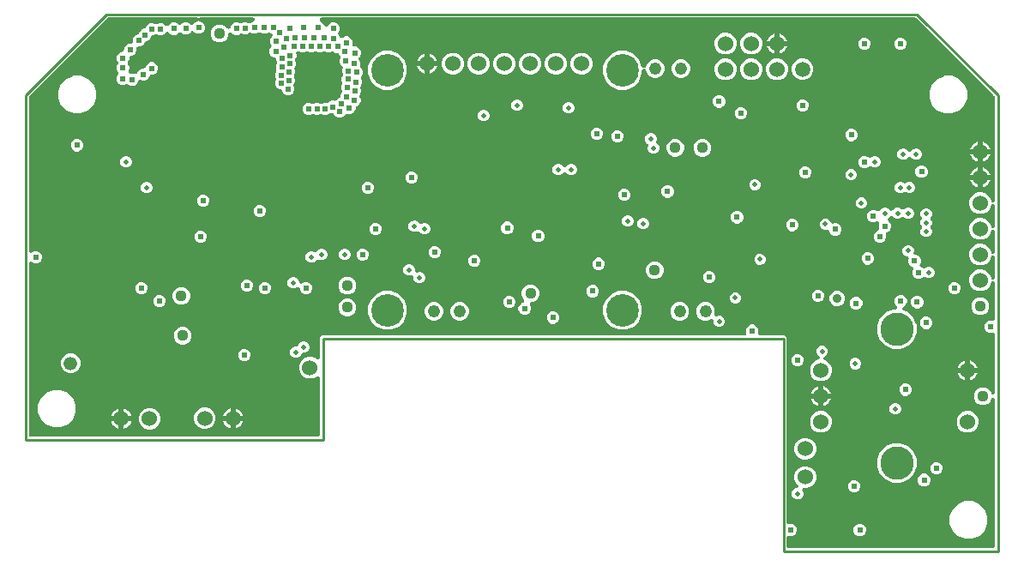
<source format=gbr>
G04 EAGLE Gerber RS-274X export*
G75*
%MOMM*%
%FSLAX34Y34*%
%LPD*%
%INCopper Layer 2*%
%IPPOS*%
%AMOC8*
5,1,8,0,0,1.08239X$1,22.5*%
G01*
%ADD10C,1.524000*%
%ADD11C,3.302000*%
%ADD12C,3.216000*%
%ADD13C,1.125000*%
%ADD14C,1.219200*%
%ADD15C,0.609600*%
%ADD16C,0.508000*%
%ADD17C,1.333500*%
%ADD18C,1.500000*%
%ADD19C,0.900000*%
%ADD20C,0.254000*%

G36*
X954938Y-106949D02*
X954938Y-106949D01*
X954956Y-106951D01*
X955138Y-106930D01*
X955321Y-106911D01*
X955338Y-106906D01*
X955355Y-106904D01*
X955530Y-106847D01*
X955706Y-106793D01*
X955721Y-106785D01*
X955738Y-106779D01*
X955898Y-106689D01*
X956060Y-106601D01*
X956073Y-106590D01*
X956089Y-106581D01*
X956228Y-106461D01*
X956369Y-106344D01*
X956380Y-106330D01*
X956394Y-106318D01*
X956506Y-106173D01*
X956621Y-106030D01*
X956629Y-106014D01*
X956640Y-106000D01*
X956722Y-105835D01*
X956807Y-105673D01*
X956812Y-105656D01*
X956820Y-105640D01*
X956867Y-105461D01*
X956918Y-105286D01*
X956920Y-105268D01*
X956924Y-105251D01*
X956951Y-104920D01*
X956951Y39445D01*
X956951Y39450D01*
X956951Y39454D01*
X956931Y39648D01*
X956911Y39846D01*
X956910Y39850D01*
X956910Y39855D01*
X956851Y40042D01*
X956793Y40231D01*
X956791Y40235D01*
X956790Y40239D01*
X956697Y40409D01*
X956601Y40585D01*
X956599Y40588D01*
X956596Y40592D01*
X956468Y40745D01*
X956344Y40894D01*
X956340Y40897D01*
X956337Y40900D01*
X956186Y41021D01*
X956030Y41147D01*
X956026Y41149D01*
X956023Y41151D01*
X955848Y41241D01*
X955673Y41332D01*
X955668Y41333D01*
X955664Y41335D01*
X955477Y41388D01*
X955286Y41443D01*
X955281Y41444D01*
X955277Y41445D01*
X955084Y41460D01*
X954884Y41476D01*
X954880Y41476D01*
X954876Y41476D01*
X954682Y41453D01*
X954485Y41429D01*
X954480Y41428D01*
X954476Y41427D01*
X954291Y41366D01*
X954102Y41305D01*
X954098Y41302D01*
X954094Y41301D01*
X953925Y41205D01*
X953751Y41107D01*
X953748Y41104D01*
X953744Y41101D01*
X953595Y40972D01*
X953447Y40843D01*
X953444Y40840D01*
X953440Y40837D01*
X953320Y40680D01*
X953200Y40525D01*
X953198Y40521D01*
X953195Y40518D01*
X953043Y40223D01*
X952233Y38267D01*
X949793Y35827D01*
X946605Y34506D01*
X943155Y34506D01*
X939967Y35827D01*
X937527Y38267D01*
X936206Y41455D01*
X936206Y44905D01*
X937527Y48093D01*
X939967Y50533D01*
X943155Y51854D01*
X946605Y51854D01*
X949793Y50533D01*
X952233Y48093D01*
X953043Y46137D01*
X953045Y46133D01*
X953047Y46129D01*
X953140Y45956D01*
X953234Y45782D01*
X953236Y45779D01*
X953239Y45775D01*
X953363Y45626D01*
X953490Y45472D01*
X953493Y45469D01*
X953496Y45466D01*
X953649Y45343D01*
X953803Y45218D01*
X953807Y45216D01*
X953810Y45213D01*
X953983Y45124D01*
X954159Y45031D01*
X954163Y45030D01*
X954167Y45028D01*
X954356Y44974D01*
X954546Y44918D01*
X954550Y44918D01*
X954554Y44917D01*
X954752Y44900D01*
X954947Y44884D01*
X954951Y44884D01*
X954956Y44884D01*
X955150Y44907D01*
X955347Y44929D01*
X955351Y44930D01*
X955355Y44931D01*
X955541Y44991D01*
X955730Y45052D01*
X955734Y45054D01*
X955738Y45055D01*
X955911Y45153D01*
X956082Y45248D01*
X956085Y45251D01*
X956089Y45253D01*
X956238Y45382D01*
X956387Y45510D01*
X956390Y45514D01*
X956394Y45517D01*
X956514Y45671D01*
X956636Y45827D01*
X956638Y45831D01*
X956640Y45835D01*
X956729Y46013D01*
X956816Y46187D01*
X956818Y46191D01*
X956820Y46195D01*
X956871Y46387D01*
X956923Y46575D01*
X956923Y46580D01*
X956924Y46584D01*
X956951Y46915D01*
X956951Y103965D01*
X956950Y103978D01*
X956951Y103991D01*
X956930Y104178D01*
X956911Y104365D01*
X956907Y104378D01*
X956906Y104392D01*
X956848Y104571D01*
X956793Y104750D01*
X956787Y104762D01*
X956783Y104775D01*
X956691Y104940D01*
X956601Y105104D01*
X956593Y105115D01*
X956586Y105126D01*
X956463Y105270D01*
X956344Y105414D01*
X956333Y105422D01*
X956325Y105432D01*
X956176Y105548D01*
X956030Y105666D01*
X956018Y105672D01*
X956007Y105680D01*
X955839Y105765D01*
X955673Y105851D01*
X955660Y105855D01*
X955648Y105861D01*
X955466Y105911D01*
X955286Y105963D01*
X955272Y105964D01*
X955259Y105967D01*
X955073Y105980D01*
X954884Y105996D01*
X954871Y105994D01*
X954858Y105995D01*
X954672Y105971D01*
X954485Y105949D01*
X954472Y105945D01*
X954459Y105943D01*
X954143Y105841D01*
X953713Y105663D01*
X951287Y105663D01*
X949046Y106591D01*
X947331Y108306D01*
X946403Y110547D01*
X946403Y112973D01*
X947331Y115214D01*
X949046Y116929D01*
X951287Y117857D01*
X953713Y117857D01*
X954143Y117679D01*
X954156Y117675D01*
X954167Y117669D01*
X954348Y117617D01*
X954528Y117562D01*
X954541Y117561D01*
X954554Y117557D01*
X954743Y117542D01*
X954929Y117524D01*
X954942Y117525D01*
X954956Y117524D01*
X955142Y117546D01*
X955329Y117566D01*
X955342Y117570D01*
X955355Y117571D01*
X955534Y117629D01*
X955714Y117685D01*
X955725Y117692D01*
X955738Y117696D01*
X955902Y117788D01*
X956067Y117879D01*
X956077Y117887D01*
X956089Y117894D01*
X956231Y118017D01*
X956375Y118138D01*
X956383Y118148D01*
X956394Y118157D01*
X956508Y118305D01*
X956626Y118453D01*
X956632Y118465D01*
X956640Y118475D01*
X956724Y118644D01*
X956810Y118811D01*
X956814Y118824D01*
X956820Y118836D01*
X956869Y119018D01*
X956920Y119198D01*
X956921Y119212D01*
X956924Y119225D01*
X956951Y119555D01*
X956951Y154664D01*
X956951Y154669D01*
X956951Y154673D01*
X956931Y154865D01*
X956911Y155065D01*
X956910Y155069D01*
X956910Y155074D01*
X956853Y155256D01*
X956793Y155450D01*
X956791Y155454D01*
X956790Y155458D01*
X956696Y155630D01*
X956601Y155804D01*
X956599Y155807D01*
X956596Y155811D01*
X956469Y155963D01*
X956344Y156113D01*
X956340Y156116D01*
X956337Y156119D01*
X956183Y156242D01*
X956030Y156365D01*
X956026Y156367D01*
X956023Y156370D01*
X955847Y156461D01*
X955673Y156551D01*
X955668Y156552D01*
X955664Y156554D01*
X955476Y156608D01*
X955286Y156662D01*
X955281Y156663D01*
X955277Y156664D01*
X955084Y156679D01*
X954884Y156695D01*
X954880Y156695D01*
X954876Y156695D01*
X954683Y156671D01*
X954485Y156648D01*
X954480Y156647D01*
X954476Y156646D01*
X954293Y156586D01*
X954102Y156523D01*
X954098Y156521D01*
X954094Y156520D01*
X953925Y156424D01*
X953751Y156326D01*
X953748Y156323D01*
X953744Y156320D01*
X953594Y156190D01*
X953447Y156062D01*
X953444Y156059D01*
X953440Y156056D01*
X953319Y155898D01*
X953200Y155744D01*
X953198Y155740D01*
X953195Y155737D01*
X953043Y155442D01*
X951385Y151437D01*
X948383Y148435D01*
X944462Y146811D01*
X940218Y146811D01*
X936297Y148435D01*
X933295Y151437D01*
X931671Y155358D01*
X931671Y159602D01*
X933295Y163523D01*
X936297Y166525D01*
X940218Y168149D01*
X944462Y168149D01*
X948383Y166525D01*
X951385Y163523D01*
X953043Y159518D01*
X953045Y159515D01*
X953047Y159510D01*
X953140Y159338D01*
X953234Y159164D01*
X953236Y159160D01*
X953239Y159156D01*
X953363Y159007D01*
X953490Y158853D01*
X953493Y158850D01*
X953496Y158847D01*
X953649Y158724D01*
X953803Y158599D01*
X953807Y158597D01*
X953810Y158595D01*
X953985Y158504D01*
X954159Y158412D01*
X954163Y158411D01*
X954167Y158409D01*
X954357Y158355D01*
X954546Y158299D01*
X954550Y158299D01*
X954554Y158298D01*
X954752Y158281D01*
X954947Y158265D01*
X954951Y158265D01*
X954956Y158265D01*
X955153Y158288D01*
X955347Y158310D01*
X955351Y158311D01*
X955355Y158312D01*
X955544Y158373D01*
X955730Y158433D01*
X955734Y158435D01*
X955738Y158437D01*
X955911Y158534D01*
X956082Y158629D01*
X956085Y158632D01*
X956089Y158634D01*
X956238Y158763D01*
X956387Y158891D01*
X956390Y158895D01*
X956394Y158898D01*
X956513Y159052D01*
X956636Y159208D01*
X956638Y159212D01*
X956640Y159216D01*
X956728Y159392D01*
X956816Y159568D01*
X956818Y159572D01*
X956820Y159576D01*
X956871Y159767D01*
X956923Y159956D01*
X956923Y159961D01*
X956924Y159965D01*
X956951Y160296D01*
X956951Y180064D01*
X956951Y180069D01*
X956951Y180073D01*
X956931Y180267D01*
X956911Y180465D01*
X956910Y180469D01*
X956910Y180474D01*
X956852Y180659D01*
X956793Y180850D01*
X956791Y180854D01*
X956790Y180858D01*
X956696Y181030D01*
X956601Y181204D01*
X956599Y181207D01*
X956596Y181211D01*
X956469Y181363D01*
X956344Y181513D01*
X956340Y181516D01*
X956337Y181519D01*
X956183Y181642D01*
X956030Y181765D01*
X956026Y181767D01*
X956023Y181770D01*
X955847Y181861D01*
X955673Y181951D01*
X955668Y181952D01*
X955664Y181954D01*
X955476Y182008D01*
X955286Y182062D01*
X955281Y182063D01*
X955277Y182064D01*
X955084Y182079D01*
X954884Y182095D01*
X954880Y182095D01*
X954876Y182095D01*
X954683Y182071D01*
X954485Y182048D01*
X954480Y182047D01*
X954476Y182046D01*
X954293Y181986D01*
X954102Y181923D01*
X954098Y181921D01*
X954094Y181920D01*
X953925Y181824D01*
X953751Y181726D01*
X953748Y181723D01*
X953744Y181720D01*
X953595Y181591D01*
X953447Y181462D01*
X953444Y181459D01*
X953440Y181456D01*
X953320Y181299D01*
X953200Y181144D01*
X953198Y181140D01*
X953195Y181137D01*
X953043Y180842D01*
X951385Y176837D01*
X948383Y173835D01*
X944462Y172211D01*
X940218Y172211D01*
X936297Y173835D01*
X933295Y176837D01*
X931671Y180758D01*
X931671Y185002D01*
X933295Y188923D01*
X936297Y191925D01*
X940218Y193549D01*
X944462Y193549D01*
X948383Y191925D01*
X951385Y188923D01*
X953043Y184918D01*
X953045Y184915D01*
X953047Y184910D01*
X953140Y184738D01*
X953234Y184564D01*
X953236Y184560D01*
X953239Y184556D01*
X953363Y184407D01*
X953490Y184253D01*
X953493Y184250D01*
X953496Y184247D01*
X953649Y184124D01*
X953803Y183999D01*
X953807Y183997D01*
X953810Y183995D01*
X953985Y183904D01*
X954159Y183812D01*
X954163Y183811D01*
X954167Y183809D01*
X954357Y183755D01*
X954546Y183699D01*
X954550Y183699D01*
X954554Y183698D01*
X954752Y183681D01*
X954947Y183665D01*
X954951Y183665D01*
X954956Y183665D01*
X955153Y183688D01*
X955347Y183710D01*
X955351Y183711D01*
X955355Y183712D01*
X955544Y183773D01*
X955730Y183833D01*
X955734Y183835D01*
X955738Y183837D01*
X955910Y183933D01*
X956082Y184029D01*
X956085Y184032D01*
X956089Y184034D01*
X956238Y184163D01*
X956387Y184291D01*
X956390Y184295D01*
X956394Y184298D01*
X956513Y184451D01*
X956636Y184608D01*
X956638Y184612D01*
X956640Y184616D01*
X956728Y184792D01*
X956816Y184968D01*
X956818Y184972D01*
X956820Y184976D01*
X956871Y185167D01*
X956923Y185356D01*
X956923Y185361D01*
X956924Y185365D01*
X956951Y185696D01*
X956951Y205464D01*
X956951Y205469D01*
X956951Y205473D01*
X956931Y205667D01*
X956911Y205865D01*
X956910Y205869D01*
X956910Y205874D01*
X956853Y206056D01*
X956793Y206250D01*
X956791Y206254D01*
X956790Y206258D01*
X956698Y206426D01*
X956601Y206604D01*
X956599Y206607D01*
X956596Y206611D01*
X956469Y206763D01*
X956344Y206913D01*
X956340Y206916D01*
X956337Y206919D01*
X956183Y207042D01*
X956030Y207165D01*
X956026Y207167D01*
X956023Y207170D01*
X955847Y207261D01*
X955673Y207351D01*
X955668Y207352D01*
X955664Y207354D01*
X955476Y207408D01*
X955286Y207462D01*
X955281Y207463D01*
X955277Y207464D01*
X955084Y207479D01*
X954884Y207495D01*
X954880Y207495D01*
X954876Y207495D01*
X954683Y207471D01*
X954485Y207448D01*
X954480Y207447D01*
X954476Y207446D01*
X954293Y207386D01*
X954102Y207323D01*
X954098Y207321D01*
X954094Y207320D01*
X953925Y207223D01*
X953751Y207126D01*
X953748Y207123D01*
X953744Y207120D01*
X953595Y206991D01*
X953447Y206862D01*
X953444Y206859D01*
X953440Y206856D01*
X953320Y206699D01*
X953200Y206544D01*
X953198Y206540D01*
X953195Y206537D01*
X953043Y206242D01*
X951385Y202237D01*
X948383Y199235D01*
X944462Y197611D01*
X940218Y197611D01*
X936297Y199235D01*
X933295Y202237D01*
X931671Y206158D01*
X931671Y210402D01*
X933295Y214323D01*
X936297Y217325D01*
X940218Y218949D01*
X944462Y218949D01*
X948383Y217325D01*
X951385Y214323D01*
X953043Y210318D01*
X953045Y210315D01*
X953047Y210310D01*
X953141Y210135D01*
X953234Y209964D01*
X953236Y209960D01*
X953239Y209956D01*
X953363Y209807D01*
X953490Y209653D01*
X953493Y209650D01*
X953496Y209647D01*
X953649Y209524D01*
X953803Y209399D01*
X953807Y209397D01*
X953810Y209395D01*
X953985Y209304D01*
X954159Y209212D01*
X954163Y209211D01*
X954167Y209209D01*
X954357Y209155D01*
X954546Y209099D01*
X954550Y209099D01*
X954554Y209098D01*
X954752Y209081D01*
X954947Y209065D01*
X954951Y209065D01*
X954956Y209065D01*
X955153Y209088D01*
X955347Y209110D01*
X955351Y209111D01*
X955355Y209112D01*
X955544Y209173D01*
X955730Y209233D01*
X955734Y209235D01*
X955738Y209237D01*
X955911Y209334D01*
X956082Y209429D01*
X956085Y209432D01*
X956089Y209434D01*
X956237Y209563D01*
X956387Y209691D01*
X956390Y209695D01*
X956394Y209698D01*
X956512Y209850D01*
X956636Y210008D01*
X956638Y210012D01*
X956640Y210016D01*
X956728Y210192D01*
X956816Y210368D01*
X956818Y210372D01*
X956820Y210376D01*
X956871Y210567D01*
X956923Y210756D01*
X956923Y210761D01*
X956924Y210765D01*
X956951Y211096D01*
X956951Y230864D01*
X956951Y230869D01*
X956951Y230873D01*
X956931Y231067D01*
X956911Y231265D01*
X956910Y231269D01*
X956910Y231274D01*
X956852Y231458D01*
X956793Y231650D01*
X956791Y231654D01*
X956790Y231658D01*
X956698Y231826D01*
X956601Y232004D01*
X956599Y232007D01*
X956596Y232011D01*
X956469Y232163D01*
X956344Y232313D01*
X956340Y232316D01*
X956337Y232319D01*
X956183Y232442D01*
X956030Y232565D01*
X956026Y232567D01*
X956023Y232570D01*
X955847Y232661D01*
X955673Y232751D01*
X955668Y232752D01*
X955664Y232754D01*
X955476Y232808D01*
X955286Y232862D01*
X955281Y232863D01*
X955277Y232864D01*
X955084Y232879D01*
X954884Y232895D01*
X954880Y232895D01*
X954876Y232895D01*
X954683Y232871D01*
X954485Y232848D01*
X954480Y232847D01*
X954476Y232846D01*
X954293Y232786D01*
X954102Y232723D01*
X954098Y232721D01*
X954094Y232720D01*
X953925Y232624D01*
X953751Y232526D01*
X953748Y232523D01*
X953744Y232520D01*
X953595Y232391D01*
X953447Y232262D01*
X953444Y232259D01*
X953440Y232256D01*
X953320Y232099D01*
X953200Y231944D01*
X953198Y231940D01*
X953195Y231937D01*
X953043Y231642D01*
X951385Y227637D01*
X948383Y224635D01*
X944462Y223011D01*
X940218Y223011D01*
X936297Y224635D01*
X933295Y227637D01*
X931671Y231558D01*
X931671Y235802D01*
X933295Y239723D01*
X936297Y242725D01*
X940218Y244349D01*
X944462Y244349D01*
X948383Y242725D01*
X951385Y239723D01*
X953043Y235718D01*
X953045Y235715D01*
X953047Y235710D01*
X953140Y235537D01*
X953234Y235364D01*
X953236Y235360D01*
X953239Y235356D01*
X953363Y235207D01*
X953490Y235053D01*
X953493Y235050D01*
X953496Y235047D01*
X953649Y234924D01*
X953803Y234799D01*
X953807Y234797D01*
X953810Y234795D01*
X953985Y234704D01*
X954159Y234612D01*
X954163Y234611D01*
X954167Y234609D01*
X954357Y234555D01*
X954546Y234499D01*
X954550Y234499D01*
X954554Y234498D01*
X954752Y234481D01*
X954947Y234465D01*
X954951Y234465D01*
X954956Y234465D01*
X955153Y234488D01*
X955347Y234510D01*
X955351Y234511D01*
X955355Y234512D01*
X955544Y234573D01*
X955730Y234633D01*
X955734Y234635D01*
X955738Y234637D01*
X955911Y234734D01*
X956082Y234829D01*
X956085Y234832D01*
X956089Y234834D01*
X956238Y234963D01*
X956387Y235091D01*
X956390Y235095D01*
X956394Y235098D01*
X956513Y235252D01*
X956636Y235408D01*
X956638Y235412D01*
X956640Y235416D01*
X956728Y235592D01*
X956816Y235768D01*
X956818Y235772D01*
X956820Y235776D01*
X956871Y235969D01*
X956923Y236156D01*
X956923Y236161D01*
X956924Y236165D01*
X956951Y236496D01*
X956951Y337896D01*
X956950Y337912D01*
X956951Y337928D01*
X956950Y337938D01*
X956951Y337949D01*
X956929Y338123D01*
X956911Y338296D01*
X956906Y338316D01*
X956904Y338328D01*
X956902Y338334D01*
X956900Y338349D01*
X956845Y338514D01*
X956793Y338681D01*
X956782Y338702D01*
X956779Y338711D01*
X956778Y338714D01*
X956772Y338730D01*
X956685Y338882D01*
X956601Y339035D01*
X956584Y339056D01*
X956583Y339058D01*
X956581Y339061D01*
X956571Y339079D01*
X956356Y339332D01*
X879360Y416328D01*
X879339Y416345D01*
X879322Y416366D01*
X879184Y416473D01*
X879049Y416583D01*
X879025Y416596D01*
X879004Y416612D01*
X878847Y416690D01*
X878693Y416772D01*
X878667Y416780D01*
X878643Y416792D01*
X878474Y416837D01*
X878307Y416887D01*
X878280Y416889D01*
X878255Y416896D01*
X877924Y416923D01*
X292243Y416923D01*
X292238Y416923D01*
X292234Y416923D01*
X292040Y416903D01*
X291842Y416883D01*
X291838Y416882D01*
X291833Y416882D01*
X291646Y416823D01*
X291457Y416765D01*
X291453Y416763D01*
X291449Y416762D01*
X291274Y416666D01*
X291103Y416573D01*
X291100Y416571D01*
X291096Y416568D01*
X290943Y416440D01*
X290794Y416316D01*
X290791Y416312D01*
X290788Y416309D01*
X290664Y416154D01*
X290542Y416002D01*
X290539Y415998D01*
X290537Y415994D01*
X290445Y415816D01*
X290356Y415645D01*
X290355Y415640D01*
X290353Y415636D01*
X290298Y415443D01*
X290245Y415258D01*
X290244Y415253D01*
X290243Y415249D01*
X290228Y415053D01*
X290212Y414856D01*
X290212Y414852D01*
X290212Y414848D01*
X290236Y414654D01*
X290259Y414457D01*
X290260Y414452D01*
X290261Y414448D01*
X290322Y414262D01*
X290384Y414074D01*
X290386Y414070D01*
X290387Y414066D01*
X290485Y413895D01*
X290581Y413723D01*
X290584Y413720D01*
X290587Y413716D01*
X290716Y413567D01*
X290845Y413419D01*
X290848Y413416D01*
X290851Y413412D01*
X291010Y413290D01*
X291163Y413172D01*
X291167Y413170D01*
X291170Y413167D01*
X291465Y413015D01*
X292506Y412585D01*
X294221Y410870D01*
X294857Y409333D01*
X294861Y409325D01*
X294864Y409316D01*
X294956Y409147D01*
X295047Y408978D01*
X295053Y408971D01*
X295057Y408963D01*
X295180Y408817D01*
X295304Y408668D01*
X295311Y408662D01*
X295316Y408655D01*
X295467Y408535D01*
X295616Y408414D01*
X295624Y408410D01*
X295631Y408404D01*
X295803Y408316D01*
X295973Y408227D01*
X295981Y408224D01*
X295989Y408220D01*
X296175Y408168D01*
X296359Y408114D01*
X296368Y408113D01*
X296377Y408111D01*
X296568Y408096D01*
X296760Y408079D01*
X296769Y408080D01*
X296778Y408080D01*
X296971Y408103D01*
X297160Y408124D01*
X297169Y408127D01*
X297178Y408128D01*
X297362Y408189D01*
X297544Y408248D01*
X297552Y408252D01*
X297560Y408255D01*
X297728Y408350D01*
X297895Y408444D01*
X297902Y408450D01*
X297910Y408454D01*
X298054Y408580D01*
X298201Y408706D01*
X298207Y408713D01*
X298213Y408719D01*
X298330Y408870D01*
X298449Y409023D01*
X298453Y409031D01*
X298459Y409038D01*
X298610Y409333D01*
X298615Y409346D01*
X300330Y411061D01*
X302571Y411989D01*
X304997Y411989D01*
X307238Y411061D01*
X308953Y409346D01*
X309881Y407105D01*
X309881Y404679D01*
X308943Y402416D01*
X308877Y402333D01*
X308761Y402191D01*
X308753Y402175D01*
X308742Y402161D01*
X308658Y401997D01*
X308573Y401835D01*
X308568Y401818D01*
X308560Y401802D01*
X308510Y401625D01*
X308458Y401449D01*
X308456Y401431D01*
X308452Y401414D01*
X308438Y401231D01*
X308422Y401048D01*
X308423Y401030D01*
X308422Y401013D01*
X308445Y400831D01*
X308465Y400648D01*
X308470Y400631D01*
X308473Y400613D01*
X308531Y400440D01*
X308586Y400264D01*
X308595Y400248D01*
X308601Y400232D01*
X308693Y400072D01*
X308781Y399912D01*
X308793Y399898D01*
X308802Y399883D01*
X309016Y399630D01*
X309461Y399186D01*
X309882Y398168D01*
X309888Y398156D01*
X309892Y398143D01*
X309983Y397980D01*
X310072Y397813D01*
X310081Y397803D01*
X310087Y397791D01*
X310209Y397647D01*
X310329Y397503D01*
X310339Y397494D01*
X310348Y397484D01*
X310495Y397368D01*
X310641Y397249D01*
X310653Y397243D01*
X310664Y397234D01*
X310831Y397150D01*
X310998Y397062D01*
X311011Y397058D01*
X311023Y397052D01*
X311203Y397002D01*
X311384Y396949D01*
X311398Y396948D01*
X311411Y396944D01*
X311598Y396930D01*
X311785Y396914D01*
X311799Y396916D01*
X311812Y396915D01*
X311998Y396938D01*
X312185Y396959D01*
X312198Y396964D01*
X312212Y396965D01*
X312390Y397025D01*
X312569Y397083D01*
X312580Y397089D01*
X312593Y397093D01*
X312757Y397188D01*
X312920Y397279D01*
X312930Y397288D01*
X312942Y397294D01*
X312973Y397321D01*
X315271Y398273D01*
X317697Y398273D01*
X319938Y397345D01*
X321653Y395630D01*
X322581Y393389D01*
X322581Y390963D01*
X322563Y390921D01*
X322559Y390908D01*
X322553Y390897D01*
X322502Y390717D01*
X322447Y390536D01*
X322446Y390523D01*
X322442Y390510D01*
X322426Y390321D01*
X322409Y390135D01*
X322410Y390122D01*
X322409Y390108D01*
X322431Y389921D01*
X322450Y389735D01*
X322454Y389722D01*
X322456Y389709D01*
X322514Y389530D01*
X322570Y389350D01*
X322577Y389339D01*
X322581Y389326D01*
X322673Y389162D01*
X322763Y388997D01*
X322772Y388987D01*
X322779Y388975D01*
X322901Y388834D01*
X323023Y388689D01*
X323033Y388681D01*
X323042Y388670D01*
X323189Y388556D01*
X323337Y388438D01*
X323349Y388432D01*
X323360Y388424D01*
X323528Y388340D01*
X323695Y388254D01*
X323708Y388250D01*
X323720Y388244D01*
X323902Y388195D01*
X324083Y388144D01*
X324096Y388143D01*
X324109Y388140D01*
X324440Y388113D01*
X326333Y388113D01*
X328574Y387185D01*
X330289Y385470D01*
X331217Y383229D01*
X331217Y380803D01*
X330289Y378562D01*
X329336Y377610D01*
X329325Y377596D01*
X329311Y377585D01*
X329198Y377441D01*
X329081Y377299D01*
X329073Y377283D01*
X329062Y377269D01*
X328978Y377105D01*
X328893Y376943D01*
X328888Y376926D01*
X328879Y376910D01*
X328830Y376733D01*
X328778Y376557D01*
X328776Y376539D01*
X328772Y376522D01*
X328758Y376340D01*
X328742Y376156D01*
X328743Y376138D01*
X328742Y376121D01*
X328765Y375939D01*
X328785Y375756D01*
X328790Y375739D01*
X328793Y375721D01*
X328851Y375547D01*
X328906Y375372D01*
X328915Y375356D01*
X328921Y375339D01*
X329012Y375181D01*
X329101Y375020D01*
X329113Y375006D01*
X329122Y374991D01*
X329263Y374824D01*
X330201Y372561D01*
X330201Y370135D01*
X330030Y369722D01*
X330023Y369701D01*
X330013Y369681D01*
X329965Y369508D01*
X329913Y369337D01*
X329911Y369314D01*
X329905Y369293D01*
X329892Y369112D01*
X329875Y368936D01*
X329877Y368914D01*
X329876Y368891D01*
X329898Y368713D01*
X329917Y368535D01*
X329923Y368514D01*
X329926Y368492D01*
X329983Y368321D01*
X330036Y368151D01*
X330047Y368131D01*
X330054Y368110D01*
X330143Y367955D01*
X330230Y367798D01*
X330244Y367781D01*
X330255Y367761D01*
X330470Y367508D01*
X331813Y366166D01*
X332741Y363925D01*
X332741Y361499D01*
X331813Y359258D01*
X331609Y359055D01*
X331595Y359038D01*
X331578Y359023D01*
X331467Y358882D01*
X331354Y358743D01*
X331344Y358724D01*
X331330Y358706D01*
X331249Y358546D01*
X331165Y358388D01*
X331159Y358366D01*
X331149Y358346D01*
X331102Y358174D01*
X331051Y358002D01*
X331049Y357980D01*
X331043Y357958D01*
X331030Y357779D01*
X331014Y357601D01*
X331017Y357579D01*
X331015Y357556D01*
X331038Y357379D01*
X331058Y357201D01*
X331064Y357179D01*
X331067Y357157D01*
X331169Y356841D01*
X332233Y354273D01*
X332233Y351847D01*
X331305Y349606D01*
X331039Y349341D01*
X331025Y349324D01*
X331008Y349310D01*
X330898Y349169D01*
X330784Y349030D01*
X330774Y349010D01*
X330760Y348993D01*
X330680Y348832D01*
X330596Y348674D01*
X330589Y348653D01*
X330579Y348633D01*
X330532Y348460D01*
X330481Y348288D01*
X330479Y348266D01*
X330473Y348245D01*
X330461Y348065D01*
X330445Y347887D01*
X330447Y347865D01*
X330445Y347843D01*
X330469Y347665D01*
X330488Y347487D01*
X330495Y347466D01*
X330498Y347444D01*
X330599Y347128D01*
X331217Y345637D01*
X331217Y343211D01*
X330289Y340971D01*
X330234Y340916D01*
X330220Y340899D01*
X330203Y340884D01*
X330092Y340743D01*
X329979Y340604D01*
X329968Y340585D01*
X329955Y340567D01*
X329874Y340407D01*
X329790Y340249D01*
X329784Y340227D01*
X329774Y340207D01*
X329726Y340034D01*
X329675Y339863D01*
X329673Y339841D01*
X329667Y339819D01*
X329655Y339640D01*
X329639Y339462D01*
X329641Y339440D01*
X329640Y339417D01*
X329663Y339239D01*
X329682Y339062D01*
X329689Y339040D01*
X329692Y339018D01*
X329794Y338702D01*
X330709Y336493D01*
X330709Y334067D01*
X329781Y331826D01*
X328066Y330111D01*
X326883Y329621D01*
X326863Y329611D01*
X326842Y329604D01*
X326686Y329516D01*
X326528Y329431D01*
X326511Y329417D01*
X326491Y329406D01*
X326356Y329289D01*
X326217Y329175D01*
X326203Y329158D01*
X326186Y329143D01*
X326077Y329002D01*
X325964Y328862D01*
X325953Y328842D01*
X325940Y328825D01*
X325860Y328664D01*
X325777Y328506D01*
X325770Y328484D01*
X325760Y328464D01*
X325714Y328291D01*
X325664Y328119D01*
X325662Y328103D01*
X325662Y328102D01*
X325661Y328097D01*
X325656Y328076D01*
X325629Y327745D01*
X325629Y326447D01*
X324701Y324206D01*
X322986Y322491D01*
X320745Y321563D01*
X318319Y321563D01*
X317727Y321809D01*
X317710Y321814D01*
X317694Y321822D01*
X317518Y321872D01*
X317342Y321925D01*
X317324Y321927D01*
X317307Y321932D01*
X317123Y321946D01*
X316941Y321963D01*
X316923Y321961D01*
X316905Y321963D01*
X316724Y321941D01*
X316540Y321922D01*
X316523Y321916D01*
X316505Y321914D01*
X316331Y321856D01*
X316156Y321802D01*
X316140Y321793D01*
X316123Y321788D01*
X315964Y321697D01*
X315803Y321609D01*
X315789Y321597D01*
X315773Y321588D01*
X315635Y321467D01*
X315495Y321349D01*
X315483Y321335D01*
X315470Y321324D01*
X315358Y321178D01*
X315244Y321035D01*
X315235Y321019D01*
X315225Y321004D01*
X315073Y320709D01*
X315049Y320650D01*
X313334Y318935D01*
X311093Y318007D01*
X308667Y318007D01*
X306426Y318935D01*
X304711Y320650D01*
X304432Y321325D01*
X304421Y321345D01*
X304414Y321366D01*
X304326Y321522D01*
X304242Y321680D01*
X304227Y321697D01*
X304217Y321717D01*
X304100Y321852D01*
X303985Y321991D01*
X303968Y322005D01*
X303953Y322022D01*
X303812Y322131D01*
X303673Y322244D01*
X303653Y322255D01*
X303635Y322268D01*
X303474Y322348D01*
X303316Y322431D01*
X303295Y322438D01*
X303275Y322448D01*
X303101Y322494D01*
X302930Y322544D01*
X302908Y322546D01*
X302886Y322552D01*
X302555Y322579D01*
X302063Y322579D01*
X302009Y322602D01*
X301988Y322608D01*
X301968Y322618D01*
X301795Y322666D01*
X301624Y322718D01*
X301602Y322720D01*
X301580Y322726D01*
X301400Y322739D01*
X301223Y322756D01*
X301201Y322754D01*
X301178Y322756D01*
X301000Y322733D01*
X300823Y322715D01*
X300801Y322708D01*
X300779Y322705D01*
X300609Y322648D01*
X300438Y322595D01*
X300419Y322584D01*
X300397Y322577D01*
X300242Y322487D01*
X300085Y322402D01*
X300068Y322387D01*
X300048Y322376D01*
X299795Y322161D01*
X299110Y321475D01*
X296869Y320547D01*
X294443Y320547D01*
X292369Y321406D01*
X292344Y321414D01*
X292320Y321426D01*
X292151Y321472D01*
X291984Y321523D01*
X291957Y321525D01*
X291931Y321532D01*
X291757Y321544D01*
X291583Y321561D01*
X291557Y321558D01*
X291530Y321560D01*
X291355Y321537D01*
X291183Y321519D01*
X291157Y321511D01*
X291131Y321508D01*
X290815Y321406D01*
X288741Y320547D01*
X286315Y320547D01*
X284241Y321406D01*
X284216Y321414D01*
X284192Y321426D01*
X284023Y321472D01*
X283856Y321523D01*
X283829Y321525D01*
X283803Y321532D01*
X283629Y321544D01*
X283455Y321561D01*
X283429Y321558D01*
X283402Y321560D01*
X283227Y321537D01*
X283055Y321519D01*
X283029Y321511D01*
X283003Y321508D01*
X282687Y321406D01*
X280613Y320547D01*
X278187Y320547D01*
X275946Y321475D01*
X274231Y323190D01*
X273303Y325431D01*
X273303Y327857D01*
X274231Y330098D01*
X275946Y331813D01*
X276295Y331957D01*
X278187Y332741D01*
X280613Y332741D01*
X282687Y331882D01*
X282712Y331874D01*
X282736Y331862D01*
X282904Y331816D01*
X283072Y331765D01*
X283099Y331763D01*
X283125Y331756D01*
X283299Y331744D01*
X283473Y331727D01*
X283499Y331730D01*
X283526Y331728D01*
X283700Y331751D01*
X283873Y331769D01*
X283899Y331777D01*
X283925Y331780D01*
X284241Y331882D01*
X286315Y332741D01*
X288741Y332741D01*
X290815Y331882D01*
X290840Y331874D01*
X290864Y331862D01*
X291032Y331816D01*
X291200Y331765D01*
X291227Y331763D01*
X291253Y331756D01*
X291427Y331744D01*
X291601Y331727D01*
X291627Y331730D01*
X291654Y331728D01*
X291828Y331751D01*
X292001Y331769D01*
X292027Y331777D01*
X292053Y331780D01*
X292369Y331882D01*
X294443Y332741D01*
X296869Y332741D01*
X296923Y332718D01*
X296944Y332712D01*
X296964Y332702D01*
X297137Y332654D01*
X297308Y332602D01*
X297331Y332600D01*
X297352Y332594D01*
X297531Y332581D01*
X297709Y332564D01*
X297731Y332566D01*
X297754Y332564D01*
X297932Y332587D01*
X298110Y332605D01*
X298131Y332612D01*
X298153Y332615D01*
X298323Y332672D01*
X298494Y332725D01*
X298513Y332736D01*
X298535Y332743D01*
X298691Y332833D01*
X298847Y332918D01*
X298864Y332933D01*
X298884Y332944D01*
X299137Y333159D01*
X299823Y333845D01*
X300169Y333988D01*
X302063Y334773D01*
X304489Y334773D01*
X304543Y334750D01*
X304564Y334744D01*
X304584Y334734D01*
X304757Y334686D01*
X304928Y334634D01*
X304950Y334632D01*
X304972Y334626D01*
X305152Y334613D01*
X305329Y334596D01*
X305351Y334598D01*
X305374Y334596D01*
X305552Y334619D01*
X305729Y334637D01*
X305751Y334644D01*
X305773Y334647D01*
X305943Y334704D01*
X306114Y334757D01*
X306133Y334768D01*
X306155Y334775D01*
X306310Y334865D01*
X306467Y334950D01*
X306484Y334965D01*
X306504Y334976D01*
X306757Y335191D01*
X308458Y336893D01*
X309641Y337383D01*
X309661Y337393D01*
X309682Y337400D01*
X309838Y337488D01*
X309996Y337573D01*
X310013Y337587D01*
X310033Y337598D01*
X310168Y337715D01*
X310307Y337829D01*
X310321Y337846D01*
X310338Y337861D01*
X310447Y338002D01*
X310560Y338142D01*
X310571Y338162D01*
X310584Y338179D01*
X310664Y338340D01*
X310747Y338498D01*
X310754Y338520D01*
X310764Y338540D01*
X310810Y338713D01*
X310860Y338885D01*
X310862Y338907D01*
X310868Y338928D01*
X310895Y339259D01*
X310895Y340049D01*
X311839Y342328D01*
X311871Y342369D01*
X311984Y342507D01*
X311995Y342526D01*
X312009Y342544D01*
X312090Y342705D01*
X312173Y342862D01*
X312179Y342884D01*
X312189Y342904D01*
X312237Y343077D01*
X312288Y343248D01*
X312290Y343271D01*
X312296Y343292D01*
X312308Y343470D01*
X312324Y343649D01*
X312322Y343672D01*
X312323Y343694D01*
X312300Y343871D01*
X312281Y344050D01*
X312274Y344071D01*
X312271Y344093D01*
X312170Y344409D01*
X311403Y346259D01*
X311403Y348685D01*
X312347Y350964D01*
X312379Y351005D01*
X312492Y351143D01*
X312503Y351162D01*
X312517Y351180D01*
X312598Y351341D01*
X312681Y351498D01*
X312687Y351520D01*
X312697Y351540D01*
X312745Y351713D01*
X312796Y351884D01*
X312798Y351907D01*
X312804Y351928D01*
X312816Y352106D01*
X312832Y352285D01*
X312830Y352308D01*
X312831Y352330D01*
X312808Y352507D01*
X312789Y352686D01*
X312782Y352707D01*
X312779Y352729D01*
X312678Y353045D01*
X311911Y354895D01*
X311911Y357321D01*
X312918Y359752D01*
X312956Y359827D01*
X313040Y359985D01*
X313046Y360007D01*
X313057Y360027D01*
X313104Y360200D01*
X313155Y360371D01*
X313157Y360394D01*
X313163Y360416D01*
X313175Y360594D01*
X313191Y360772D01*
X313189Y360795D01*
X313191Y360817D01*
X313168Y360993D01*
X313148Y361172D01*
X313141Y361194D01*
X313138Y361216D01*
X313037Y361532D01*
X312419Y363023D01*
X312419Y365449D01*
X312888Y366581D01*
X312895Y366602D01*
X312905Y366622D01*
X312953Y366794D01*
X313005Y366966D01*
X313007Y366988D01*
X313013Y367010D01*
X313026Y367189D01*
X313043Y367367D01*
X313040Y367389D01*
X313042Y367411D01*
X313020Y367589D01*
X313001Y367767D01*
X312994Y367789D01*
X312992Y367811D01*
X312935Y367981D01*
X312881Y368152D01*
X312870Y368171D01*
X312863Y368192D01*
X312774Y368348D01*
X312688Y368505D01*
X312674Y368522D01*
X312662Y368541D01*
X312448Y368794D01*
X310807Y370435D01*
X309879Y372675D01*
X309879Y375101D01*
X310646Y376951D01*
X310652Y376972D01*
X310662Y376992D01*
X310710Y377165D01*
X310762Y377336D01*
X310764Y377358D01*
X310770Y377380D01*
X310783Y377560D01*
X310800Y377737D01*
X310798Y377759D01*
X310800Y377782D01*
X310777Y377959D01*
X310759Y378138D01*
X310752Y378159D01*
X310749Y378181D01*
X310692Y378351D01*
X310639Y378522D01*
X310628Y378541D01*
X310621Y378563D01*
X310531Y378719D01*
X310446Y378875D01*
X310431Y378892D01*
X310420Y378912D01*
X310205Y379165D01*
X309791Y379579D01*
X309301Y380761D01*
X309291Y380781D01*
X309284Y380802D01*
X309196Y380958D01*
X309111Y381116D01*
X309097Y381133D01*
X309086Y381153D01*
X308969Y381288D01*
X308855Y381427D01*
X308838Y381441D01*
X308823Y381458D01*
X308682Y381567D01*
X308542Y381680D01*
X308522Y381691D01*
X308505Y381704D01*
X308344Y381784D01*
X308186Y381867D01*
X308164Y381874D01*
X308144Y381884D01*
X307971Y381930D01*
X307799Y381980D01*
X307777Y381982D01*
X307756Y381988D01*
X307425Y382015D01*
X306635Y382015D01*
X304356Y382959D01*
X304316Y382991D01*
X304177Y383104D01*
X304157Y383115D01*
X304140Y383129D01*
X303979Y383209D01*
X303821Y383293D01*
X303800Y383299D01*
X303780Y383309D01*
X303607Y383357D01*
X303435Y383408D01*
X303413Y383410D01*
X303392Y383416D01*
X303213Y383428D01*
X303034Y383444D01*
X303012Y383442D01*
X302990Y383443D01*
X302813Y383420D01*
X302634Y383401D01*
X302613Y383394D01*
X302591Y383391D01*
X302275Y383290D01*
X300425Y382523D01*
X297999Y382523D01*
X295671Y383488D01*
X295646Y383495D01*
X295622Y383507D01*
X295453Y383553D01*
X295286Y383604D01*
X295259Y383607D01*
X295233Y383614D01*
X295059Y383626D01*
X294885Y383642D01*
X294859Y383639D01*
X294832Y383641D01*
X294658Y383619D01*
X294485Y383601D01*
X294459Y383593D01*
X294433Y383589D01*
X294117Y383488D01*
X291789Y382523D01*
X289363Y382523D01*
X287035Y383488D01*
X287010Y383495D01*
X286986Y383507D01*
X286817Y383553D01*
X286650Y383604D01*
X286623Y383607D01*
X286597Y383614D01*
X286423Y383626D01*
X286249Y383642D01*
X286223Y383639D01*
X286196Y383641D01*
X286022Y383619D01*
X285849Y383601D01*
X285823Y383593D01*
X285797Y383589D01*
X285481Y383488D01*
X283153Y382523D01*
X280727Y382523D01*
X278399Y383488D01*
X278374Y383495D01*
X278350Y383507D01*
X278181Y383553D01*
X278014Y383604D01*
X277987Y383607D01*
X277961Y383614D01*
X277787Y383626D01*
X277613Y383642D01*
X277587Y383639D01*
X277560Y383641D01*
X277386Y383619D01*
X277213Y383601D01*
X277187Y383593D01*
X277161Y383589D01*
X276845Y383488D01*
X274517Y382523D01*
X272091Y382523D01*
X269811Y383468D01*
X269802Y383470D01*
X269794Y383475D01*
X269610Y383529D01*
X269425Y383584D01*
X269416Y383585D01*
X269408Y383588D01*
X269218Y383604D01*
X269025Y383622D01*
X269016Y383622D01*
X269007Y383622D01*
X268814Y383601D01*
X268624Y383581D01*
X268616Y383578D01*
X268607Y383577D01*
X268423Y383518D01*
X268240Y383461D01*
X268232Y383457D01*
X268223Y383454D01*
X268056Y383360D01*
X267887Y383268D01*
X267880Y383262D01*
X267872Y383258D01*
X267726Y383133D01*
X267578Y383009D01*
X267573Y383001D01*
X267566Y382996D01*
X267448Y382845D01*
X267327Y382694D01*
X267323Y382686D01*
X267318Y382679D01*
X267232Y382507D01*
X267144Y382336D01*
X267141Y382327D01*
X267137Y382319D01*
X267085Y382130D01*
X267034Y381948D01*
X267033Y381939D01*
X267031Y381931D01*
X267018Y381738D01*
X267003Y381547D01*
X267004Y381538D01*
X267003Y381529D01*
X267028Y381337D01*
X267051Y381147D01*
X267054Y381139D01*
X267055Y381130D01*
X267157Y380814D01*
X267209Y380689D01*
X267209Y378263D01*
X266202Y375832D01*
X266163Y375756D01*
X266080Y375598D01*
X266073Y375577D01*
X266063Y375557D01*
X266016Y375384D01*
X265965Y375212D01*
X265963Y375190D01*
X265957Y375169D01*
X265945Y374990D01*
X265929Y374811D01*
X265931Y374789D01*
X265929Y374767D01*
X265953Y374589D01*
X265972Y374411D01*
X265979Y374390D01*
X265982Y374368D01*
X266083Y374052D01*
X266701Y372561D01*
X266701Y370135D01*
X265694Y367704D01*
X265656Y367628D01*
X265572Y367470D01*
X265565Y367449D01*
X265555Y367429D01*
X265508Y367256D01*
X265457Y367084D01*
X265455Y367062D01*
X265449Y367041D01*
X265437Y366861D01*
X265421Y366683D01*
X265423Y366661D01*
X265421Y366639D01*
X265445Y366461D01*
X265464Y366283D01*
X265471Y366262D01*
X265474Y366240D01*
X265575Y365924D01*
X266193Y364433D01*
X266193Y362007D01*
X265249Y359728D01*
X265217Y359687D01*
X265104Y359549D01*
X265093Y359530D01*
X265079Y359512D01*
X264998Y359351D01*
X264915Y359194D01*
X264909Y359172D01*
X264899Y359152D01*
X264851Y358979D01*
X264800Y358808D01*
X264798Y358785D01*
X264792Y358764D01*
X264780Y358586D01*
X264764Y358407D01*
X264766Y358384D01*
X264765Y358362D01*
X264788Y358185D01*
X264807Y358006D01*
X264814Y357985D01*
X264817Y357963D01*
X264918Y357647D01*
X265685Y355797D01*
X265685Y353371D01*
X264678Y350940D01*
X264640Y350864D01*
X264556Y350706D01*
X264549Y350685D01*
X264539Y350665D01*
X264492Y350492D01*
X264441Y350320D01*
X264439Y350298D01*
X264433Y350277D01*
X264421Y350098D01*
X264405Y349919D01*
X264407Y349897D01*
X264405Y349875D01*
X264429Y349697D01*
X264448Y349519D01*
X264455Y349498D01*
X264458Y349476D01*
X264559Y349160D01*
X265177Y347669D01*
X265177Y345243D01*
X264249Y343002D01*
X262534Y341287D01*
X260293Y340359D01*
X257867Y340359D01*
X255626Y341287D01*
X253911Y343002D01*
X253211Y344693D01*
X253201Y344713D01*
X253194Y344734D01*
X253105Y344891D01*
X253021Y345048D01*
X253007Y345065D01*
X252996Y345085D01*
X252878Y345221D01*
X252764Y345359D01*
X252747Y345373D01*
X252733Y345390D01*
X252591Y345499D01*
X252452Y345612D01*
X252432Y345623D01*
X252414Y345636D01*
X252254Y345716D01*
X252095Y345799D01*
X252074Y345806D01*
X252054Y345816D01*
X251881Y345862D01*
X251709Y345912D01*
X251687Y345914D01*
X251665Y345920D01*
X251334Y345947D01*
X251263Y345947D01*
X249022Y346875D01*
X247307Y348590D01*
X246379Y350831D01*
X246379Y353257D01*
X247133Y355077D01*
X247141Y355102D01*
X247153Y355126D01*
X247199Y355295D01*
X247250Y355462D01*
X247252Y355489D01*
X247259Y355515D01*
X247271Y355689D01*
X247288Y355863D01*
X247285Y355889D01*
X247287Y355916D01*
X247264Y356091D01*
X247246Y356263D01*
X247238Y356289D01*
X247235Y356315D01*
X247133Y356631D01*
X246379Y358451D01*
X246379Y360877D01*
X247386Y363308D01*
X247424Y363384D01*
X247508Y363542D01*
X247515Y363563D01*
X247525Y363583D01*
X247572Y363756D01*
X247623Y363928D01*
X247625Y363950D01*
X247631Y363971D01*
X247643Y364150D01*
X247659Y364329D01*
X247657Y364351D01*
X247659Y364373D01*
X247635Y364551D01*
X247616Y364729D01*
X247609Y364750D01*
X247606Y364772D01*
X247505Y365088D01*
X246887Y366579D01*
X246887Y369005D01*
X247831Y371284D01*
X247863Y371324D01*
X247976Y371463D01*
X247987Y371483D01*
X248001Y371500D01*
X248081Y371661D01*
X248165Y371819D01*
X248171Y371840D01*
X248181Y371860D01*
X248229Y372033D01*
X248280Y372205D01*
X248282Y372227D01*
X248288Y372248D01*
X248300Y372427D01*
X248316Y372606D01*
X248314Y372628D01*
X248315Y372650D01*
X248292Y372827D01*
X248273Y373006D01*
X248266Y373027D01*
X248263Y373049D01*
X248162Y373365D01*
X247395Y375215D01*
X247395Y375412D01*
X247393Y375430D01*
X247395Y375448D01*
X247374Y375630D01*
X247355Y375813D01*
X247350Y375830D01*
X247348Y375847D01*
X247291Y376022D01*
X247237Y376198D01*
X247229Y376213D01*
X247223Y376230D01*
X247133Y376390D01*
X247045Y376552D01*
X247034Y376565D01*
X247025Y376581D01*
X246905Y376720D01*
X246788Y376861D01*
X246774Y376872D01*
X246762Y376886D01*
X246617Y376998D01*
X246474Y377113D01*
X246458Y377121D01*
X246444Y377132D01*
X246279Y377214D01*
X246117Y377299D01*
X246100Y377304D01*
X246084Y377312D01*
X245905Y377359D01*
X245814Y377386D01*
X243434Y378371D01*
X241719Y380086D01*
X240791Y382327D01*
X240791Y384753D01*
X241719Y386994D01*
X242164Y387438D01*
X242175Y387452D01*
X242189Y387463D01*
X242302Y387607D01*
X242419Y387749D01*
X242427Y387765D01*
X242438Y387779D01*
X242522Y387943D01*
X242607Y388105D01*
X242612Y388122D01*
X242621Y388138D01*
X242670Y388315D01*
X242722Y388491D01*
X242724Y388509D01*
X242728Y388526D01*
X242742Y388708D01*
X242758Y388892D01*
X242757Y388910D01*
X242758Y388927D01*
X242735Y389109D01*
X242715Y389292D01*
X242710Y389309D01*
X242707Y389327D01*
X242649Y389500D01*
X242594Y389676D01*
X242585Y389692D01*
X242579Y389709D01*
X242488Y389867D01*
X242399Y390028D01*
X242387Y390042D01*
X242378Y390057D01*
X242237Y390224D01*
X241299Y392487D01*
X241299Y394913D01*
X242227Y397154D01*
X243079Y398005D01*
X243087Y398015D01*
X243098Y398024D01*
X243215Y398171D01*
X243334Y398317D01*
X243340Y398328D01*
X243349Y398339D01*
X243435Y398507D01*
X243523Y398672D01*
X243526Y398685D01*
X243533Y398697D01*
X243584Y398877D01*
X243637Y399058D01*
X243639Y399072D01*
X243642Y399084D01*
X243657Y399270D01*
X243674Y399459D01*
X243672Y399473D01*
X243673Y399486D01*
X243651Y399671D01*
X243630Y399859D01*
X243626Y399872D01*
X243625Y399885D01*
X243566Y400064D01*
X243509Y400243D01*
X243502Y400255D01*
X243498Y400268D01*
X243405Y400432D01*
X243314Y400596D01*
X243305Y400606D01*
X243299Y400617D01*
X243175Y400759D01*
X243054Y400903D01*
X243043Y400911D01*
X243034Y400921D01*
X242885Y401036D01*
X242738Y401152D01*
X242726Y401158D01*
X242715Y401166D01*
X242420Y401318D01*
X241061Y401881D01*
X241036Y401888D01*
X241012Y401901D01*
X240843Y401947D01*
X240676Y401997D01*
X240649Y402000D01*
X240623Y402007D01*
X240449Y402019D01*
X240275Y402035D01*
X240249Y402033D01*
X240222Y402034D01*
X240048Y402012D01*
X239875Y401994D01*
X239849Y401986D01*
X239823Y401982D01*
X239507Y401881D01*
X236925Y400811D01*
X234499Y400811D01*
X232236Y401749D01*
X232153Y401814D01*
X232011Y401931D01*
X231995Y401939D01*
X231981Y401950D01*
X231817Y402034D01*
X231655Y402119D01*
X231638Y402124D01*
X231622Y402133D01*
X231445Y402182D01*
X231269Y402234D01*
X231251Y402236D01*
X231234Y402240D01*
X231052Y402254D01*
X230868Y402270D01*
X230850Y402269D01*
X230833Y402270D01*
X230651Y402247D01*
X230468Y402227D01*
X230451Y402222D01*
X230433Y402219D01*
X230260Y402161D01*
X230084Y402106D01*
X230068Y402097D01*
X230051Y402091D01*
X229893Y402000D01*
X229732Y401911D01*
X229718Y401899D01*
X229703Y401890D01*
X229536Y401749D01*
X227273Y400811D01*
X224847Y400811D01*
X222279Y401875D01*
X222257Y401882D01*
X222237Y401892D01*
X222065Y401940D01*
X221893Y401992D01*
X221871Y401994D01*
X221849Y402000D01*
X221670Y402013D01*
X221492Y402030D01*
X221470Y402028D01*
X221448Y402029D01*
X221269Y402007D01*
X221092Y401988D01*
X221071Y401982D01*
X221048Y401979D01*
X220879Y401922D01*
X220708Y401868D01*
X220688Y401858D01*
X220667Y401851D01*
X220512Y401761D01*
X220354Y401675D01*
X220337Y401661D01*
X220318Y401650D01*
X220065Y401435D01*
X219862Y401231D01*
X217621Y400303D01*
X215195Y400303D01*
X213704Y400921D01*
X213683Y400927D01*
X213663Y400937D01*
X213491Y400985D01*
X213319Y401037D01*
X213297Y401039D01*
X213275Y401045D01*
X213096Y401059D01*
X212918Y401075D01*
X212896Y401073D01*
X212874Y401075D01*
X212696Y401052D01*
X212518Y401034D01*
X212496Y401027D01*
X212474Y401024D01*
X212305Y400967D01*
X212133Y400914D01*
X212114Y400903D01*
X212093Y400896D01*
X211944Y400811D01*
X211685Y400703D01*
X209493Y399795D01*
X207067Y399795D01*
X204826Y400723D01*
X203657Y401893D01*
X203650Y401898D01*
X203645Y401905D01*
X203494Y402026D01*
X203346Y402148D01*
X203338Y402152D01*
X203331Y402157D01*
X203161Y402246D01*
X202990Y402336D01*
X202981Y402339D01*
X202974Y402343D01*
X202789Y402396D01*
X202604Y402451D01*
X202595Y402452D01*
X202587Y402454D01*
X202396Y402470D01*
X202203Y402488D01*
X202194Y402487D01*
X202185Y402487D01*
X201996Y402465D01*
X201803Y402444D01*
X201794Y402441D01*
X201786Y402440D01*
X201604Y402381D01*
X201419Y402323D01*
X201411Y402318D01*
X201403Y402316D01*
X201236Y402221D01*
X201067Y402128D01*
X201060Y402122D01*
X201052Y402118D01*
X200906Y401992D01*
X200760Y401867D01*
X200754Y401860D01*
X200747Y401854D01*
X200631Y401704D01*
X200510Y401551D01*
X200506Y401543D01*
X200501Y401536D01*
X200416Y401366D01*
X200328Y401192D01*
X200325Y401184D01*
X200321Y401176D01*
X200272Y400990D01*
X200220Y400805D01*
X200219Y400796D01*
X200217Y400787D01*
X200190Y400456D01*
X200190Y399595D01*
X198869Y396407D01*
X196429Y393967D01*
X193241Y392646D01*
X189791Y392646D01*
X186603Y393967D01*
X184163Y396407D01*
X182842Y399595D01*
X182842Y403045D01*
X184163Y406233D01*
X186603Y408673D01*
X189791Y409994D01*
X193241Y409994D01*
X196429Y408673D01*
X198808Y406295D01*
X198818Y406286D01*
X198827Y406276D01*
X198974Y406159D01*
X199119Y406040D01*
X199131Y406033D01*
X199142Y406025D01*
X199309Y405939D01*
X199475Y405851D01*
X199488Y405847D01*
X199500Y405841D01*
X199680Y405790D01*
X199861Y405736D01*
X199874Y405735D01*
X199887Y405731D01*
X200073Y405717D01*
X200262Y405700D01*
X200275Y405701D01*
X200289Y405700D01*
X200473Y405723D01*
X200662Y405743D01*
X200675Y405747D01*
X200688Y405749D01*
X200866Y405808D01*
X201046Y405865D01*
X201058Y405871D01*
X201070Y405875D01*
X201234Y405969D01*
X201398Y406060D01*
X201408Y406068D01*
X201420Y406075D01*
X201562Y406199D01*
X201705Y406320D01*
X201714Y406331D01*
X201724Y406339D01*
X201838Y406488D01*
X201955Y406636D01*
X201961Y406648D01*
X201969Y406659D01*
X202121Y406954D01*
X203111Y409346D01*
X204826Y411061D01*
X207067Y411989D01*
X209493Y411989D01*
X210984Y411371D01*
X211005Y411365D01*
X211025Y411355D01*
X211197Y411307D01*
X211369Y411255D01*
X211391Y411253D01*
X211413Y411247D01*
X211592Y411233D01*
X211770Y411217D01*
X211792Y411219D01*
X211814Y411217D01*
X211992Y411240D01*
X212170Y411258D01*
X212192Y411265D01*
X212214Y411268D01*
X212383Y411325D01*
X212555Y411378D01*
X212574Y411389D01*
X212595Y411396D01*
X212744Y411481D01*
X215195Y412497D01*
X217621Y412497D01*
X220189Y411433D01*
X220211Y411426D01*
X220231Y411416D01*
X220403Y411368D01*
X220575Y411316D01*
X220597Y411314D01*
X220619Y411308D01*
X220798Y411295D01*
X220976Y411278D01*
X220998Y411280D01*
X221020Y411279D01*
X221199Y411301D01*
X221376Y411320D01*
X221397Y411326D01*
X221420Y411329D01*
X221589Y411386D01*
X221760Y411440D01*
X221780Y411450D01*
X221801Y411457D01*
X221956Y411547D01*
X222114Y411633D01*
X222131Y411647D01*
X222150Y411658D01*
X222403Y411873D01*
X222606Y412077D01*
X224873Y413015D01*
X224877Y413017D01*
X224881Y413019D01*
X225054Y413112D01*
X225228Y413206D01*
X225231Y413208D01*
X225235Y413211D01*
X225384Y413335D01*
X225538Y413462D01*
X225541Y413465D01*
X225545Y413468D01*
X225667Y413621D01*
X225792Y413775D01*
X225794Y413779D01*
X225797Y413782D01*
X225887Y413955D01*
X225979Y414131D01*
X225980Y414135D01*
X225982Y414139D01*
X226036Y414327D01*
X226092Y414518D01*
X226093Y414522D01*
X226094Y414526D01*
X226110Y414721D01*
X226127Y414919D01*
X226126Y414923D01*
X226127Y414928D01*
X226104Y415122D01*
X226082Y415319D01*
X226080Y415323D01*
X226080Y415327D01*
X226019Y415513D01*
X225958Y415702D01*
X225956Y415706D01*
X225955Y415710D01*
X225858Y415882D01*
X225762Y416054D01*
X225759Y416057D01*
X225757Y416061D01*
X225629Y416209D01*
X225500Y416359D01*
X225497Y416362D01*
X225494Y416366D01*
X225339Y416486D01*
X225183Y416608D01*
X225179Y416610D01*
X225176Y416612D01*
X224998Y416701D01*
X224824Y416788D01*
X224819Y416790D01*
X224815Y416792D01*
X224623Y416843D01*
X224435Y416895D01*
X224431Y416895D01*
X224426Y416896D01*
X224096Y416923D01*
X172652Y416923D01*
X172648Y416923D01*
X172643Y416923D01*
X172449Y416903D01*
X172252Y416883D01*
X172247Y416882D01*
X172243Y416882D01*
X172055Y416823D01*
X171867Y416765D01*
X171863Y416763D01*
X171859Y416762D01*
X171684Y416666D01*
X171513Y416573D01*
X171509Y416571D01*
X171505Y416568D01*
X171352Y416440D01*
X171203Y416316D01*
X171201Y416312D01*
X171197Y416309D01*
X171072Y416153D01*
X170951Y416002D01*
X170949Y415998D01*
X170946Y415995D01*
X170854Y415814D01*
X170766Y415645D01*
X170764Y415640D01*
X170762Y415636D01*
X170708Y415446D01*
X170690Y415382D01*
X170647Y415513D01*
X170586Y415702D01*
X170584Y415706D01*
X170583Y415710D01*
X170486Y415882D01*
X170390Y416054D01*
X170387Y416057D01*
X170385Y416061D01*
X170257Y416209D01*
X170128Y416359D01*
X170125Y416362D01*
X170122Y416366D01*
X169967Y416486D01*
X169811Y416608D01*
X169807Y416610D01*
X169804Y416612D01*
X169626Y416701D01*
X169452Y416788D01*
X169447Y416790D01*
X169443Y416792D01*
X169251Y416843D01*
X169063Y416895D01*
X169059Y416895D01*
X169054Y416896D01*
X168724Y416923D01*
X82076Y416923D01*
X82050Y416921D01*
X82023Y416923D01*
X81849Y416901D01*
X81676Y416883D01*
X81650Y416876D01*
X81623Y416872D01*
X81458Y416817D01*
X81291Y416765D01*
X81267Y416752D01*
X81242Y416744D01*
X81090Y416657D01*
X80937Y416573D01*
X80916Y416556D01*
X80893Y416543D01*
X80640Y416328D01*
X3644Y339332D01*
X3627Y339311D01*
X3606Y339294D01*
X3499Y339156D01*
X3389Y339021D01*
X3379Y339003D01*
X3379Y339002D01*
X3376Y338997D01*
X3360Y338976D01*
X3282Y338819D01*
X3200Y338665D01*
X3195Y338649D01*
X3193Y338645D01*
X3191Y338636D01*
X3180Y338615D01*
X3135Y338446D01*
X3085Y338279D01*
X3084Y338265D01*
X3082Y338258D01*
X3081Y338245D01*
X3076Y338227D01*
X3049Y337896D01*
X3049Y186755D01*
X3050Y186746D01*
X3049Y186737D01*
X3070Y186546D01*
X3089Y186354D01*
X3091Y186345D01*
X3092Y186337D01*
X3150Y186153D01*
X3207Y185969D01*
X3211Y185961D01*
X3214Y185953D01*
X3307Y185784D01*
X3399Y185615D01*
X3404Y185608D01*
X3409Y185600D01*
X3534Y185453D01*
X3656Y185306D01*
X3663Y185300D01*
X3669Y185293D01*
X3821Y185173D01*
X3970Y185054D01*
X3978Y185049D01*
X3985Y185044D01*
X4158Y184956D01*
X4327Y184868D01*
X4336Y184866D01*
X4344Y184861D01*
X4530Y184810D01*
X4714Y184757D01*
X4723Y184756D01*
X4732Y184753D01*
X4924Y184739D01*
X5116Y184724D01*
X5124Y184725D01*
X5133Y184724D01*
X5325Y184748D01*
X5515Y184771D01*
X5524Y184773D01*
X5533Y184775D01*
X5714Y184836D01*
X5898Y184895D01*
X5906Y184900D01*
X5914Y184903D01*
X6080Y184998D01*
X6249Y185093D01*
X6256Y185099D01*
X6263Y185104D01*
X6516Y185318D01*
X6706Y185509D01*
X8947Y186437D01*
X11373Y186437D01*
X13614Y185509D01*
X15329Y183794D01*
X16257Y181553D01*
X16257Y179127D01*
X15329Y176886D01*
X13614Y175171D01*
X11373Y174243D01*
X8947Y174243D01*
X6706Y175171D01*
X6516Y175362D01*
X6509Y175367D01*
X6504Y175374D01*
X6354Y175495D01*
X6205Y175617D01*
X6197Y175621D01*
X6190Y175626D01*
X6020Y175715D01*
X5849Y175805D01*
X5840Y175808D01*
X5833Y175812D01*
X5648Y175865D01*
X5463Y175920D01*
X5454Y175921D01*
X5446Y175923D01*
X5253Y175939D01*
X5062Y175957D01*
X5053Y175956D01*
X5044Y175956D01*
X4855Y175934D01*
X4662Y175913D01*
X4653Y175910D01*
X4645Y175909D01*
X4461Y175849D01*
X4278Y175792D01*
X4270Y175787D01*
X4262Y175785D01*
X4093Y175689D01*
X3926Y175597D01*
X3919Y175591D01*
X3911Y175587D01*
X3766Y175461D01*
X3619Y175336D01*
X3613Y175329D01*
X3606Y175323D01*
X3489Y175172D01*
X3369Y175020D01*
X3365Y175012D01*
X3360Y175005D01*
X3274Y174833D01*
X3187Y174661D01*
X3184Y174653D01*
X3180Y174645D01*
X3130Y174457D01*
X3079Y174274D01*
X3078Y174265D01*
X3076Y174256D01*
X3049Y173925D01*
X3049Y5080D01*
X3051Y5062D01*
X3049Y5044D01*
X3070Y4862D01*
X3089Y4679D01*
X3094Y4662D01*
X3096Y4645D01*
X3153Y4470D01*
X3207Y4294D01*
X3215Y4279D01*
X3221Y4262D01*
X3311Y4102D01*
X3399Y3940D01*
X3410Y3927D01*
X3419Y3911D01*
X3539Y3772D01*
X3656Y3631D01*
X3670Y3620D01*
X3682Y3606D01*
X3827Y3494D01*
X3970Y3379D01*
X3986Y3371D01*
X4000Y3360D01*
X4165Y3278D01*
X4327Y3193D01*
X4344Y3188D01*
X4360Y3180D01*
X4539Y3133D01*
X4714Y3082D01*
X4732Y3080D01*
X4749Y3076D01*
X5080Y3049D01*
X288420Y3049D01*
X288438Y3051D01*
X288456Y3049D01*
X288638Y3070D01*
X288821Y3089D01*
X288838Y3094D01*
X288855Y3096D01*
X289030Y3153D01*
X289206Y3207D01*
X289221Y3215D01*
X289238Y3221D01*
X289398Y3311D01*
X289560Y3399D01*
X289573Y3410D01*
X289589Y3419D01*
X289728Y3539D01*
X289869Y3656D01*
X289880Y3670D01*
X289894Y3682D01*
X290006Y3827D01*
X290121Y3970D01*
X290129Y3986D01*
X290140Y4000D01*
X290222Y4165D01*
X290307Y4327D01*
X290312Y4344D01*
X290320Y4360D01*
X290367Y4539D01*
X290418Y4714D01*
X290420Y4732D01*
X290424Y4749D01*
X290451Y5080D01*
X290451Y60910D01*
X290450Y60919D01*
X290451Y60927D01*
X290431Y61118D01*
X290411Y61310D01*
X290409Y61319D01*
X290408Y61328D01*
X290350Y61511D01*
X290293Y61695D01*
X290289Y61703D01*
X290286Y61711D01*
X290193Y61880D01*
X290101Y62049D01*
X290096Y62056D01*
X290091Y62064D01*
X289967Y62210D01*
X289844Y62358D01*
X289837Y62364D01*
X289831Y62371D01*
X289680Y62490D01*
X289530Y62611D01*
X289522Y62615D01*
X289515Y62620D01*
X289342Y62708D01*
X289173Y62796D01*
X289164Y62799D01*
X289156Y62803D01*
X288969Y62855D01*
X288786Y62908D01*
X288777Y62908D01*
X288768Y62911D01*
X288576Y62925D01*
X288384Y62940D01*
X288376Y62939D01*
X288367Y62940D01*
X288175Y62916D01*
X287985Y62894D01*
X287976Y62891D01*
X287967Y62890D01*
X287785Y62828D01*
X287602Y62769D01*
X287594Y62764D01*
X287586Y62761D01*
X287418Y62665D01*
X287251Y62571D01*
X287244Y62565D01*
X287237Y62561D01*
X286984Y62346D01*
X286713Y62075D01*
X282792Y60451D01*
X278548Y60451D01*
X274627Y62075D01*
X271625Y65077D01*
X270001Y68998D01*
X270001Y73242D01*
X271625Y77163D01*
X274627Y80165D01*
X278548Y81789D01*
X282792Y81789D01*
X286713Y80165D01*
X286984Y79894D01*
X286991Y79888D01*
X286996Y79882D01*
X287146Y79761D01*
X287295Y79639D01*
X287303Y79635D01*
X287310Y79629D01*
X287480Y79541D01*
X287651Y79450D01*
X287660Y79448D01*
X287667Y79444D01*
X287851Y79391D01*
X288037Y79336D01*
X288046Y79335D01*
X288054Y79332D01*
X288245Y79317D01*
X288438Y79299D01*
X288447Y79300D01*
X288456Y79300D01*
X288645Y79322D01*
X288838Y79343D01*
X288847Y79345D01*
X288855Y79346D01*
X289038Y79406D01*
X289222Y79464D01*
X289230Y79468D01*
X289238Y79471D01*
X289407Y79566D01*
X289574Y79659D01*
X289581Y79665D01*
X289589Y79669D01*
X289734Y79795D01*
X289881Y79919D01*
X289887Y79927D01*
X289894Y79932D01*
X290009Y80082D01*
X290131Y80235D01*
X290135Y80243D01*
X290140Y80250D01*
X290226Y80423D01*
X290313Y80594D01*
X290316Y80603D01*
X290320Y80611D01*
X290370Y80799D01*
X290421Y80982D01*
X290422Y80991D01*
X290424Y81000D01*
X290451Y81330D01*
X290451Y101263D01*
X292237Y103049D01*
X709582Y103049D01*
X709595Y103050D01*
X709609Y103049D01*
X709795Y103070D01*
X709983Y103089D01*
X709995Y103093D01*
X710009Y103094D01*
X710188Y103152D01*
X710367Y103207D01*
X710379Y103213D01*
X710392Y103217D01*
X710557Y103309D01*
X710721Y103399D01*
X710732Y103407D01*
X710743Y103414D01*
X710886Y103536D01*
X711031Y103656D01*
X711039Y103667D01*
X711049Y103675D01*
X711165Y103823D01*
X711283Y103970D01*
X711289Y103982D01*
X711298Y103992D01*
X711382Y104161D01*
X711469Y104327D01*
X711472Y104340D01*
X711478Y104352D01*
X711528Y104533D01*
X711580Y104714D01*
X711581Y104728D01*
X711585Y104741D01*
X711598Y104929D01*
X711613Y105116D01*
X711611Y105129D01*
X711612Y105142D01*
X711588Y105330D01*
X711566Y105515D01*
X711562Y105528D01*
X711560Y105541D01*
X711459Y105857D01*
X711199Y106483D01*
X711199Y108909D01*
X712127Y111150D01*
X713842Y112865D01*
X716083Y113793D01*
X718509Y113793D01*
X720750Y112865D01*
X722465Y111150D01*
X723393Y108909D01*
X723393Y106483D01*
X723133Y105857D01*
X723130Y105844D01*
X723123Y105833D01*
X723072Y105653D01*
X723017Y105472D01*
X723016Y105459D01*
X723012Y105446D01*
X722997Y105258D01*
X722979Y105071D01*
X722980Y105058D01*
X722979Y105044D01*
X723001Y104857D01*
X723021Y104671D01*
X723024Y104658D01*
X723026Y104645D01*
X723085Y104465D01*
X723140Y104286D01*
X723147Y104275D01*
X723151Y104262D01*
X723244Y104097D01*
X723334Y103933D01*
X723342Y103923D01*
X723349Y103911D01*
X723472Y103769D01*
X723593Y103625D01*
X723603Y103617D01*
X723612Y103606D01*
X723760Y103491D01*
X723908Y103374D01*
X723919Y103368D01*
X723930Y103360D01*
X724099Y103276D01*
X724266Y103190D01*
X724279Y103186D01*
X724291Y103180D01*
X724473Y103131D01*
X724653Y103080D01*
X724666Y103079D01*
X724679Y103076D01*
X725010Y103049D01*
X749363Y103049D01*
X751149Y101263D01*
X751149Y-81020D01*
X751150Y-81034D01*
X751149Y-81047D01*
X751170Y-81234D01*
X751189Y-81421D01*
X751193Y-81434D01*
X751194Y-81447D01*
X751251Y-81626D01*
X751307Y-81806D01*
X751313Y-81818D01*
X751317Y-81830D01*
X751409Y-81994D01*
X751499Y-82160D01*
X751507Y-82170D01*
X751514Y-82182D01*
X751636Y-82325D01*
X751756Y-82469D01*
X751767Y-82478D01*
X751776Y-82488D01*
X751923Y-82603D01*
X752070Y-82721D01*
X752082Y-82728D01*
X752093Y-82736D01*
X752261Y-82820D01*
X752427Y-82907D01*
X752440Y-82911D01*
X752452Y-82917D01*
X752633Y-82966D01*
X752814Y-83018D01*
X752828Y-83019D01*
X752841Y-83023D01*
X753027Y-83036D01*
X753216Y-83051D01*
X753229Y-83050D01*
X753242Y-83051D01*
X753428Y-83026D01*
X753615Y-83004D01*
X753628Y-83000D01*
X753641Y-82998D01*
X753957Y-82897D01*
X754183Y-82803D01*
X756609Y-82803D01*
X758850Y-83731D01*
X760565Y-85446D01*
X761493Y-87687D01*
X761493Y-90113D01*
X760565Y-92354D01*
X758850Y-94069D01*
X756609Y-94997D01*
X754183Y-94997D01*
X753957Y-94903D01*
X753944Y-94899D01*
X753933Y-94893D01*
X753752Y-94841D01*
X753572Y-94787D01*
X753559Y-94785D01*
X753546Y-94782D01*
X753358Y-94766D01*
X753171Y-94749D01*
X753158Y-94750D01*
X753144Y-94749D01*
X752957Y-94771D01*
X752771Y-94790D01*
X752758Y-94794D01*
X752745Y-94796D01*
X752565Y-94854D01*
X752386Y-94910D01*
X752375Y-94916D01*
X752362Y-94921D01*
X752198Y-95013D01*
X752033Y-95103D01*
X752023Y-95112D01*
X752011Y-95118D01*
X751869Y-95241D01*
X751725Y-95362D01*
X751717Y-95373D01*
X751706Y-95382D01*
X751592Y-95529D01*
X751474Y-95677D01*
X751468Y-95689D01*
X751460Y-95700D01*
X751376Y-95867D01*
X751290Y-96035D01*
X751286Y-96048D01*
X751280Y-96060D01*
X751231Y-96242D01*
X751180Y-96423D01*
X751179Y-96436D01*
X751176Y-96449D01*
X751149Y-96780D01*
X751149Y-104920D01*
X751151Y-104938D01*
X751149Y-104956D01*
X751170Y-105138D01*
X751189Y-105321D01*
X751194Y-105338D01*
X751196Y-105355D01*
X751253Y-105530D01*
X751307Y-105706D01*
X751315Y-105721D01*
X751321Y-105738D01*
X751411Y-105898D01*
X751499Y-106060D01*
X751510Y-106073D01*
X751519Y-106089D01*
X751639Y-106228D01*
X751756Y-106369D01*
X751770Y-106380D01*
X751782Y-106394D01*
X751927Y-106506D01*
X752070Y-106621D01*
X752086Y-106629D01*
X752100Y-106640D01*
X752265Y-106722D01*
X752427Y-106807D01*
X752444Y-106812D01*
X752460Y-106820D01*
X752639Y-106867D01*
X752814Y-106918D01*
X752832Y-106920D01*
X752849Y-106924D01*
X753180Y-106951D01*
X954920Y-106951D01*
X954938Y-106949D01*
G37*
%LPC*%
G36*
X103943Y349503D02*
X103943Y349503D01*
X101703Y350431D01*
X101140Y350994D01*
X101123Y351008D01*
X101108Y351025D01*
X100967Y351136D01*
X100828Y351249D01*
X100809Y351260D01*
X100791Y351273D01*
X100632Y351354D01*
X100473Y351438D01*
X100451Y351444D01*
X100431Y351454D01*
X100259Y351501D01*
X100087Y351553D01*
X100064Y351555D01*
X100043Y351561D01*
X99864Y351573D01*
X99686Y351589D01*
X99664Y351587D01*
X99641Y351588D01*
X99463Y351565D01*
X99285Y351546D01*
X99264Y351539D01*
X99242Y351536D01*
X98926Y351434D01*
X96717Y350519D01*
X94291Y350519D01*
X92050Y351447D01*
X90335Y353162D01*
X89407Y355403D01*
X89407Y357829D01*
X90335Y360070D01*
X91034Y360768D01*
X91045Y360782D01*
X91059Y360793D01*
X91172Y360937D01*
X91289Y361079D01*
X91297Y361095D01*
X91308Y361109D01*
X91392Y361273D01*
X91477Y361435D01*
X91482Y361452D01*
X91491Y361468D01*
X91540Y361645D01*
X91592Y361821D01*
X91594Y361839D01*
X91598Y361856D01*
X91612Y362039D01*
X91628Y362222D01*
X91627Y362240D01*
X91628Y362257D01*
X91605Y362439D01*
X91585Y362622D01*
X91580Y362639D01*
X91577Y362657D01*
X91519Y362830D01*
X91464Y363006D01*
X91455Y363022D01*
X91449Y363039D01*
X91358Y363197D01*
X91269Y363358D01*
X91257Y363372D01*
X91248Y363387D01*
X91034Y363640D01*
X90843Y363830D01*
X89915Y366071D01*
X89915Y368497D01*
X90853Y370760D01*
X90918Y370843D01*
X91035Y370985D01*
X91043Y371001D01*
X91054Y371015D01*
X91138Y371179D01*
X91223Y371341D01*
X91228Y371358D01*
X91237Y371374D01*
X91286Y371551D01*
X91338Y371727D01*
X91340Y371745D01*
X91344Y371762D01*
X91358Y371944D01*
X91374Y372128D01*
X91373Y372146D01*
X91374Y372163D01*
X91351Y372345D01*
X91331Y372528D01*
X91326Y372545D01*
X91323Y372563D01*
X91265Y372736D01*
X91210Y372912D01*
X91201Y372928D01*
X91195Y372945D01*
X91104Y373103D01*
X91015Y373264D01*
X91003Y373278D01*
X90994Y373293D01*
X90853Y373460D01*
X89915Y375723D01*
X89915Y378149D01*
X90843Y380390D01*
X92558Y382105D01*
X94088Y382738D01*
X94799Y383033D01*
X94996Y383033D01*
X95014Y383035D01*
X95032Y383033D01*
X95214Y383054D01*
X95397Y383073D01*
X95414Y383078D01*
X95431Y383080D01*
X95606Y383137D01*
X95782Y383191D01*
X95797Y383199D01*
X95814Y383205D01*
X95974Y383295D01*
X96136Y383383D01*
X96149Y383394D01*
X96165Y383403D01*
X96304Y383523D01*
X96445Y383640D01*
X96456Y383654D01*
X96470Y383666D01*
X96582Y383811D01*
X96697Y383954D01*
X96705Y383970D01*
X96716Y383984D01*
X96798Y384149D01*
X96883Y384311D01*
X96888Y384328D01*
X96896Y384344D01*
X96943Y384523D01*
X96994Y384698D01*
X96996Y384716D01*
X97000Y384733D01*
X97027Y385064D01*
X97027Y386277D01*
X97955Y388518D01*
X99670Y390233D01*
X101911Y391161D01*
X103632Y391161D01*
X103650Y391163D01*
X103668Y391161D01*
X103850Y391182D01*
X104033Y391201D01*
X104050Y391206D01*
X104067Y391208D01*
X104242Y391265D01*
X104418Y391319D01*
X104433Y391327D01*
X104450Y391333D01*
X104610Y391423D01*
X104772Y391511D01*
X104785Y391522D01*
X104801Y391531D01*
X104940Y391651D01*
X105081Y391768D01*
X105092Y391782D01*
X105106Y391794D01*
X105218Y391939D01*
X105333Y392082D01*
X105341Y392098D01*
X105352Y392112D01*
X105434Y392277D01*
X105519Y392439D01*
X105524Y392456D01*
X105532Y392472D01*
X105579Y392651D01*
X105630Y392826D01*
X105632Y392844D01*
X105636Y392861D01*
X105663Y393192D01*
X105663Y395421D01*
X106591Y397662D01*
X108306Y399377D01*
X110881Y400443D01*
X110905Y400456D01*
X110930Y400464D01*
X111082Y400550D01*
X111236Y400633D01*
X111256Y400650D01*
X111280Y400663D01*
X111412Y400778D01*
X111546Y400890D01*
X111563Y400910D01*
X111583Y400928D01*
X111690Y401066D01*
X111800Y401202D01*
X111812Y401226D01*
X111829Y401247D01*
X111980Y401542D01*
X112687Y403250D01*
X114402Y404965D01*
X114685Y405082D01*
X114686Y405082D01*
X116643Y405893D01*
X116714Y405893D01*
X116737Y405895D01*
X116759Y405893D01*
X116936Y405915D01*
X117115Y405933D01*
X117136Y405939D01*
X117159Y405942D01*
X117328Y405998D01*
X117500Y406051D01*
X117520Y406061D01*
X117541Y406068D01*
X117697Y406157D01*
X117854Y406243D01*
X117871Y406257D01*
X117890Y406268D01*
X118026Y406386D01*
X118163Y406500D01*
X118177Y406518D01*
X118194Y406532D01*
X118304Y406675D01*
X118416Y406814D01*
X118426Y406834D01*
X118439Y406851D01*
X118591Y407147D01*
X119291Y408838D01*
X121006Y410553D01*
X123247Y411481D01*
X125673Y411481D01*
X128001Y410516D01*
X128026Y410509D01*
X128050Y410497D01*
X128218Y410451D01*
X128386Y410400D01*
X128413Y410397D01*
X128439Y410390D01*
X128613Y410378D01*
X128787Y410362D01*
X128813Y410365D01*
X128840Y410363D01*
X129014Y410385D01*
X129187Y410403D01*
X129213Y410411D01*
X129239Y410415D01*
X129555Y410516D01*
X131883Y411481D01*
X134309Y411481D01*
X136550Y410553D01*
X138010Y409092D01*
X138024Y409081D01*
X138035Y409067D01*
X138179Y408953D01*
X138321Y408837D01*
X138337Y408829D01*
X138351Y408818D01*
X138515Y408735D01*
X138677Y408649D01*
X138694Y408644D01*
X138710Y408636D01*
X138887Y408586D01*
X139063Y408534D01*
X139081Y408532D01*
X139098Y408528D01*
X139281Y408514D01*
X139464Y408498D01*
X139482Y408499D01*
X139499Y408498D01*
X139681Y408521D01*
X139864Y408541D01*
X139881Y408546D01*
X139899Y408549D01*
X140073Y408607D01*
X140248Y408662D01*
X140264Y408671D01*
X140280Y408677D01*
X140439Y408768D01*
X140600Y408857D01*
X140614Y408869D01*
X140629Y408878D01*
X140882Y409092D01*
X142851Y411061D01*
X145091Y411989D01*
X147517Y411989D01*
X149757Y411061D01*
X150456Y410362D01*
X150469Y410351D01*
X150481Y410337D01*
X150625Y410224D01*
X150767Y410107D01*
X150783Y410099D01*
X150797Y410088D01*
X150961Y410005D01*
X151123Y409919D01*
X151140Y409914D01*
X151156Y409906D01*
X151333Y409856D01*
X151509Y409804D01*
X151527Y409802D01*
X151544Y409798D01*
X151727Y409784D01*
X151910Y409768D01*
X151928Y409769D01*
X151945Y409768D01*
X152127Y409791D01*
X152310Y409811D01*
X152327Y409816D01*
X152345Y409819D01*
X152518Y409877D01*
X152694Y409932D01*
X152710Y409941D01*
X152726Y409947D01*
X152885Y410038D01*
X153046Y410127D01*
X153060Y410139D01*
X153075Y410148D01*
X153328Y410362D01*
X154534Y411569D01*
X156775Y412497D01*
X159201Y412497D01*
X161442Y411569D01*
X162648Y410362D01*
X162661Y410351D01*
X162673Y410337D01*
X162818Y410223D01*
X162959Y410107D01*
X162975Y410099D01*
X162989Y410088D01*
X163153Y410005D01*
X163315Y409919D01*
X163332Y409914D01*
X163348Y409906D01*
X163525Y409856D01*
X163701Y409804D01*
X163719Y409802D01*
X163736Y409798D01*
X163919Y409784D01*
X164102Y409768D01*
X164120Y409769D01*
X164137Y409768D01*
X164319Y409791D01*
X164502Y409811D01*
X164519Y409816D01*
X164537Y409819D01*
X164710Y409877D01*
X164886Y409932D01*
X164902Y409941D01*
X164918Y409947D01*
X165077Y410038D01*
X165238Y410127D01*
X165252Y410139D01*
X165267Y410148D01*
X165520Y410362D01*
X167234Y412077D01*
X169501Y413015D01*
X169505Y413017D01*
X169509Y413019D01*
X169682Y413112D01*
X169856Y413206D01*
X169859Y413208D01*
X169863Y413211D01*
X170012Y413335D01*
X170166Y413462D01*
X170169Y413465D01*
X170173Y413468D01*
X170295Y413621D01*
X170420Y413775D01*
X170422Y413779D01*
X170425Y413782D01*
X170515Y413955D01*
X170607Y414131D01*
X170608Y414135D01*
X170610Y414139D01*
X170664Y414327D01*
X170686Y414400D01*
X170732Y414262D01*
X170793Y414074D01*
X170795Y414070D01*
X170797Y414066D01*
X170894Y413895D01*
X170991Y413723D01*
X170994Y413720D01*
X170996Y413716D01*
X171124Y413569D01*
X171254Y413419D01*
X171258Y413416D01*
X171261Y413412D01*
X171418Y413292D01*
X171572Y413172D01*
X171576Y413170D01*
X171580Y413167D01*
X171875Y413015D01*
X174142Y412077D01*
X175857Y410362D01*
X176785Y408121D01*
X176785Y405695D01*
X175857Y403454D01*
X174142Y401739D01*
X171901Y400811D01*
X169475Y400811D01*
X167234Y401739D01*
X166028Y402946D01*
X166014Y402957D01*
X166003Y402971D01*
X165859Y403085D01*
X165717Y403201D01*
X165701Y403209D01*
X165687Y403220D01*
X165523Y403303D01*
X165361Y403389D01*
X165344Y403394D01*
X165328Y403402D01*
X165151Y403452D01*
X164975Y403504D01*
X164957Y403506D01*
X164940Y403510D01*
X164757Y403524D01*
X164574Y403540D01*
X164556Y403539D01*
X164539Y403540D01*
X164357Y403517D01*
X164174Y403497D01*
X164157Y403492D01*
X164139Y403489D01*
X163965Y403431D01*
X163790Y403376D01*
X163774Y403367D01*
X163758Y403361D01*
X163599Y403270D01*
X163438Y403181D01*
X163424Y403169D01*
X163409Y403160D01*
X163156Y402946D01*
X161441Y401231D01*
X159201Y400303D01*
X156775Y400303D01*
X154534Y401231D01*
X153836Y401930D01*
X153822Y401941D01*
X153811Y401955D01*
X153667Y402069D01*
X153525Y402185D01*
X153509Y402193D01*
X153495Y402204D01*
X153331Y402287D01*
X153169Y402373D01*
X153152Y402378D01*
X153136Y402386D01*
X152959Y402436D01*
X152783Y402488D01*
X152765Y402490D01*
X152748Y402494D01*
X152565Y402508D01*
X152382Y402524D01*
X152364Y402523D01*
X152347Y402524D01*
X152165Y402501D01*
X151982Y402481D01*
X151965Y402476D01*
X151947Y402473D01*
X151773Y402415D01*
X151598Y402360D01*
X151582Y402351D01*
X151566Y402345D01*
X151407Y402254D01*
X151246Y402165D01*
X151232Y402153D01*
X151217Y402144D01*
X150964Y401930D01*
X149758Y400723D01*
X149709Y400703D01*
X147517Y399795D01*
X145091Y399795D01*
X142851Y400723D01*
X141390Y402184D01*
X141377Y402195D01*
X141365Y402209D01*
X141221Y402322D01*
X141079Y402439D01*
X141063Y402447D01*
X141049Y402458D01*
X140885Y402541D01*
X140723Y402627D01*
X140706Y402632D01*
X140690Y402640D01*
X140513Y402690D01*
X140337Y402742D01*
X140319Y402744D01*
X140302Y402748D01*
X140119Y402762D01*
X139936Y402778D01*
X139918Y402777D01*
X139901Y402778D01*
X139719Y402755D01*
X139536Y402735D01*
X139519Y402730D01*
X139501Y402727D01*
X139328Y402669D01*
X139152Y402614D01*
X139136Y402605D01*
X139120Y402599D01*
X138961Y402508D01*
X138800Y402419D01*
X138786Y402407D01*
X138771Y402398D01*
X138518Y402184D01*
X136550Y400215D01*
X134309Y399287D01*
X131883Y399287D01*
X129555Y400252D01*
X129530Y400259D01*
X129506Y400271D01*
X129337Y400317D01*
X129170Y400368D01*
X129143Y400371D01*
X129117Y400378D01*
X128943Y400390D01*
X128769Y400406D01*
X128743Y400403D01*
X128716Y400405D01*
X128542Y400383D01*
X128369Y400365D01*
X128343Y400357D01*
X128317Y400353D01*
X128001Y400252D01*
X125673Y399287D01*
X125602Y399287D01*
X125579Y399285D01*
X125557Y399287D01*
X125380Y399265D01*
X125201Y399247D01*
X125180Y399241D01*
X125157Y399238D01*
X124988Y399182D01*
X124816Y399129D01*
X124796Y399119D01*
X124775Y399112D01*
X124620Y399023D01*
X124462Y398937D01*
X124445Y398923D01*
X124425Y398912D01*
X124290Y398794D01*
X124153Y398680D01*
X124139Y398662D01*
X124122Y398648D01*
X124013Y398506D01*
X123900Y398366D01*
X123890Y398346D01*
X123876Y398328D01*
X123725Y398033D01*
X123025Y396342D01*
X121310Y394627D01*
X121266Y394610D01*
X121266Y394609D01*
X118735Y393561D01*
X118711Y393548D01*
X118686Y393540D01*
X118534Y393454D01*
X118380Y393371D01*
X118360Y393354D01*
X118336Y393341D01*
X118204Y393226D01*
X118070Y393114D01*
X118053Y393094D01*
X118033Y393076D01*
X117926Y392938D01*
X117816Y392802D01*
X117804Y392778D01*
X117787Y392757D01*
X117636Y392462D01*
X116929Y390754D01*
X115214Y389039D01*
X112973Y388111D01*
X111252Y388111D01*
X111234Y388109D01*
X111216Y388111D01*
X111034Y388090D01*
X110851Y388071D01*
X110834Y388066D01*
X110817Y388064D01*
X110642Y388007D01*
X110466Y387953D01*
X110451Y387945D01*
X110434Y387939D01*
X110274Y387849D01*
X110112Y387761D01*
X110099Y387750D01*
X110083Y387741D01*
X109944Y387621D01*
X109803Y387504D01*
X109792Y387490D01*
X109778Y387478D01*
X109666Y387333D01*
X109551Y387190D01*
X109543Y387174D01*
X109532Y387160D01*
X109449Y386994D01*
X109365Y386833D01*
X109360Y386816D01*
X109352Y386800D01*
X109305Y386621D01*
X109254Y386446D01*
X109252Y386428D01*
X109248Y386411D01*
X109221Y386080D01*
X109221Y383851D01*
X108293Y381610D01*
X106578Y379895D01*
X104337Y378967D01*
X104140Y378967D01*
X104122Y378965D01*
X104104Y378967D01*
X103922Y378946D01*
X103739Y378927D01*
X103722Y378922D01*
X103705Y378920D01*
X103530Y378863D01*
X103354Y378809D01*
X103339Y378801D01*
X103322Y378795D01*
X103162Y378705D01*
X103000Y378617D01*
X102987Y378606D01*
X102971Y378597D01*
X102832Y378477D01*
X102691Y378360D01*
X102680Y378346D01*
X102666Y378334D01*
X102554Y378189D01*
X102439Y378046D01*
X102431Y378030D01*
X102420Y378016D01*
X102338Y377851D01*
X102253Y377689D01*
X102248Y377672D01*
X102240Y377656D01*
X102193Y377477D01*
X102142Y377302D01*
X102140Y377284D01*
X102136Y377267D01*
X102109Y376936D01*
X102109Y375723D01*
X101171Y373460D01*
X101106Y373377D01*
X100989Y373235D01*
X100981Y373219D01*
X100970Y373205D01*
X100887Y373042D01*
X100801Y372879D01*
X100796Y372862D01*
X100788Y372846D01*
X100738Y372669D01*
X100686Y372493D01*
X100684Y372476D01*
X100680Y372458D01*
X100666Y372275D01*
X100650Y372092D01*
X100651Y372075D01*
X100650Y372057D01*
X100673Y371874D01*
X100693Y371692D01*
X100698Y371675D01*
X100701Y371657D01*
X100759Y371483D01*
X100814Y371308D01*
X100823Y371293D01*
X100829Y371276D01*
X100920Y371116D01*
X101009Y370956D01*
X101021Y370942D01*
X101030Y370927D01*
X101171Y370760D01*
X102109Y368497D01*
X102109Y366071D01*
X101418Y364404D01*
X101416Y364395D01*
X101411Y364388D01*
X101357Y364202D01*
X101302Y364019D01*
X101301Y364010D01*
X101298Y364001D01*
X101282Y363809D01*
X101264Y363618D01*
X101264Y363609D01*
X101264Y363600D01*
X101285Y363410D01*
X101305Y363217D01*
X101308Y363209D01*
X101309Y363200D01*
X101367Y363018D01*
X101425Y362833D01*
X101429Y362825D01*
X101432Y362817D01*
X101525Y362650D01*
X101618Y362480D01*
X101624Y362473D01*
X101628Y362465D01*
X101753Y362319D01*
X101877Y362172D01*
X101884Y362166D01*
X101890Y362159D01*
X102041Y362041D01*
X102192Y361921D01*
X102200Y361917D01*
X102207Y361911D01*
X102377Y361826D01*
X102550Y361737D01*
X102559Y361734D01*
X102567Y361730D01*
X102753Y361679D01*
X102938Y361627D01*
X102947Y361626D01*
X102955Y361624D01*
X103148Y361611D01*
X103339Y361596D01*
X103348Y361597D01*
X103357Y361596D01*
X103547Y361621D01*
X103739Y361645D01*
X103747Y361647D01*
X103756Y361649D01*
X103906Y361697D01*
X106369Y361697D01*
X107723Y361136D01*
X107740Y361130D01*
X107756Y361122D01*
X107932Y361073D01*
X108108Y361019D01*
X108126Y361018D01*
X108143Y361013D01*
X108326Y360999D01*
X108509Y360981D01*
X108527Y360983D01*
X108545Y360982D01*
X108726Y361004D01*
X108910Y361023D01*
X108927Y361028D01*
X108945Y361030D01*
X109117Y361087D01*
X109294Y361143D01*
X109310Y361151D01*
X109327Y361157D01*
X109486Y361248D01*
X109647Y361336D01*
X109661Y361347D01*
X109677Y361356D01*
X109815Y361477D01*
X109955Y361595D01*
X109967Y361609D01*
X109980Y361621D01*
X110092Y361767D01*
X110206Y361910D01*
X110215Y361926D01*
X110225Y361940D01*
X110377Y362235D01*
X111163Y364134D01*
X112878Y365849D01*
X115119Y366777D01*
X116504Y366777D01*
X116526Y366779D01*
X116548Y366777D01*
X116726Y366799D01*
X116905Y366817D01*
X116926Y366823D01*
X116948Y366826D01*
X117117Y366882D01*
X117290Y366935D01*
X117309Y366945D01*
X117330Y366952D01*
X117486Y367041D01*
X117644Y367127D01*
X117661Y367141D01*
X117680Y367152D01*
X117816Y367270D01*
X117953Y367384D01*
X117967Y367402D01*
X117984Y367416D01*
X118093Y367558D01*
X118205Y367698D01*
X118215Y367718D01*
X118229Y367736D01*
X118381Y368031D01*
X119291Y370230D01*
X121006Y371945D01*
X123247Y372873D01*
X125673Y372873D01*
X127914Y371945D01*
X129629Y370230D01*
X130557Y367989D01*
X130557Y365563D01*
X129629Y363322D01*
X127914Y361607D01*
X125673Y360679D01*
X124288Y360679D01*
X124266Y360677D01*
X124244Y360679D01*
X124066Y360657D01*
X123887Y360639D01*
X123866Y360633D01*
X123844Y360630D01*
X123675Y360574D01*
X123502Y360521D01*
X123483Y360511D01*
X123462Y360504D01*
X123306Y360415D01*
X123148Y360329D01*
X123131Y360315D01*
X123112Y360304D01*
X122976Y360186D01*
X122839Y360072D01*
X122825Y360054D01*
X122808Y360040D01*
X122699Y359898D01*
X122587Y359758D01*
X122577Y359738D01*
X122563Y359720D01*
X122411Y359425D01*
X121501Y357226D01*
X119786Y355511D01*
X117545Y354583D01*
X115119Y354583D01*
X113765Y355144D01*
X113748Y355149D01*
X113732Y355158D01*
X113555Y355208D01*
X113379Y355261D01*
X113362Y355262D01*
X113345Y355267D01*
X113162Y355281D01*
X112979Y355299D01*
X112961Y355297D01*
X112943Y355298D01*
X112761Y355276D01*
X112578Y355257D01*
X112561Y355252D01*
X112543Y355250D01*
X112369Y355192D01*
X112194Y355137D01*
X112178Y355129D01*
X112161Y355123D01*
X112002Y355032D01*
X111841Y354944D01*
X111827Y354933D01*
X111811Y354924D01*
X111673Y354803D01*
X111533Y354685D01*
X111521Y354671D01*
X111508Y354659D01*
X111396Y354514D01*
X111282Y354370D01*
X111273Y354354D01*
X111262Y354340D01*
X111111Y354045D01*
X110325Y352146D01*
X108610Y350431D01*
X107380Y349922D01*
X106369Y349503D01*
X103943Y349503D01*
G37*
%LPD*%
%LPC*%
G36*
X585315Y345691D02*
X585315Y345691D01*
X578284Y348603D01*
X572903Y353984D01*
X569991Y361015D01*
X569991Y368625D01*
X572903Y375656D01*
X578284Y381037D01*
X585315Y383949D01*
X592925Y383949D01*
X599956Y381037D01*
X605337Y375656D01*
X608279Y368553D01*
X608289Y368453D01*
X608290Y368449D01*
X608290Y368444D01*
X608348Y368258D01*
X608407Y368068D01*
X608409Y368064D01*
X608410Y368060D01*
X608504Y367888D01*
X608599Y367714D01*
X608601Y367711D01*
X608604Y367707D01*
X608733Y367553D01*
X608856Y367405D01*
X608860Y367402D01*
X608863Y367398D01*
X609017Y367275D01*
X609170Y367152D01*
X609174Y367150D01*
X609177Y367148D01*
X609352Y367058D01*
X609527Y366967D01*
X609532Y366966D01*
X609536Y366964D01*
X609723Y366911D01*
X609914Y366855D01*
X609919Y366855D01*
X609923Y366854D01*
X610116Y366839D01*
X610316Y366823D01*
X610320Y366823D01*
X610324Y366823D01*
X610518Y366846D01*
X610715Y366870D01*
X610720Y366871D01*
X610724Y366871D01*
X610909Y366933D01*
X611098Y366994D01*
X611102Y366997D01*
X611106Y366998D01*
X611278Y367096D01*
X611449Y367192D01*
X611452Y367195D01*
X611456Y367197D01*
X611607Y367329D01*
X611753Y367455D01*
X611756Y367459D01*
X611760Y367462D01*
X611880Y367618D01*
X612000Y367774D01*
X612002Y367778D01*
X612005Y367781D01*
X612157Y368076D01*
X613658Y371702D01*
X616231Y374275D01*
X619592Y375667D01*
X623230Y375667D01*
X626591Y374275D01*
X629164Y371702D01*
X630556Y368341D01*
X630556Y364703D01*
X629164Y361342D01*
X626591Y358769D01*
X623230Y357377D01*
X619592Y357377D01*
X616231Y358769D01*
X613658Y361342D01*
X612157Y364968D01*
X612155Y364972D01*
X612153Y364976D01*
X612061Y365145D01*
X611966Y365323D01*
X611964Y365326D01*
X611961Y365330D01*
X611838Y365478D01*
X611710Y365633D01*
X611707Y365636D01*
X611704Y365639D01*
X611551Y365762D01*
X611397Y365887D01*
X611393Y365889D01*
X611390Y365892D01*
X611215Y365982D01*
X611041Y366074D01*
X611037Y366075D01*
X611033Y366077D01*
X610843Y366132D01*
X610654Y366187D01*
X610650Y366187D01*
X610646Y366189D01*
X610448Y366205D01*
X610253Y366222D01*
X610249Y366221D01*
X610244Y366221D01*
X610050Y366199D01*
X609853Y366176D01*
X609849Y366175D01*
X609845Y366174D01*
X609659Y366114D01*
X609470Y366053D01*
X609466Y366051D01*
X609462Y366050D01*
X609289Y365952D01*
X609118Y365857D01*
X609115Y365854D01*
X609111Y365852D01*
X608961Y365722D01*
X608813Y365595D01*
X608810Y365591D01*
X608806Y365589D01*
X608686Y365434D01*
X608564Y365278D01*
X608562Y365274D01*
X608560Y365270D01*
X608471Y365093D01*
X608384Y364918D01*
X608382Y364914D01*
X608380Y364910D01*
X608327Y364713D01*
X608277Y364530D01*
X608277Y364525D01*
X608276Y364521D01*
X608249Y364190D01*
X608249Y361015D01*
X605337Y353984D01*
X599956Y348603D01*
X598235Y347891D01*
X592925Y345691D01*
X585315Y345691D01*
G37*
%LPD*%
%LPC*%
G36*
X856109Y89681D02*
X856109Y89681D01*
X848921Y92659D01*
X843419Y98161D01*
X840441Y105349D01*
X840441Y113131D01*
X843419Y120319D01*
X848921Y125821D01*
X851285Y126801D01*
X851286Y126801D01*
X856109Y128799D01*
X858435Y128799D01*
X858444Y128800D01*
X858453Y128799D01*
X858645Y128820D01*
X858836Y128839D01*
X858845Y128841D01*
X858853Y128842D01*
X859036Y128900D01*
X859221Y128957D01*
X859229Y128961D01*
X859237Y128964D01*
X859406Y129057D01*
X859575Y129149D01*
X859582Y129154D01*
X859590Y129159D01*
X859737Y129284D01*
X859884Y129406D01*
X859890Y129413D01*
X859897Y129419D01*
X860016Y129570D01*
X860136Y129720D01*
X860141Y129728D01*
X860146Y129735D01*
X860233Y129906D01*
X860322Y130077D01*
X860324Y130086D01*
X860329Y130094D01*
X860380Y130280D01*
X860433Y130464D01*
X860434Y130473D01*
X860437Y130482D01*
X860451Y130674D01*
X860466Y130866D01*
X860465Y130874D01*
X860466Y130883D01*
X860442Y131076D01*
X860419Y131265D01*
X860417Y131274D01*
X860415Y131283D01*
X860354Y131464D01*
X860295Y131648D01*
X860290Y131656D01*
X860287Y131664D01*
X860192Y131830D01*
X860097Y131999D01*
X860091Y132006D01*
X860086Y132013D01*
X859872Y132266D01*
X858748Y133389D01*
X857820Y135630D01*
X857820Y138056D01*
X858748Y140297D01*
X860463Y142012D01*
X862704Y142940D01*
X865130Y142940D01*
X867371Y142012D01*
X869086Y140297D01*
X870014Y138056D01*
X870014Y137659D01*
X870014Y137654D01*
X870014Y137650D01*
X870034Y137456D01*
X870054Y137258D01*
X870055Y137254D01*
X870055Y137249D01*
X870115Y137059D01*
X870172Y136873D01*
X870174Y136869D01*
X870175Y136865D01*
X870270Y136691D01*
X870364Y136519D01*
X870366Y136516D01*
X870369Y136512D01*
X870457Y136407D01*
X870382Y136309D01*
X870262Y136154D01*
X870260Y136150D01*
X870257Y136147D01*
X870105Y135852D01*
X869086Y133389D01*
X867371Y131674D01*
X866690Y131393D01*
X866682Y131388D01*
X866673Y131386D01*
X866505Y131294D01*
X866335Y131202D01*
X866328Y131197D01*
X866320Y131192D01*
X866173Y131069D01*
X866025Y130946D01*
X866019Y130939D01*
X866012Y130933D01*
X865892Y130782D01*
X865771Y130633D01*
X865767Y130625D01*
X865761Y130618D01*
X865673Y130448D01*
X865584Y130277D01*
X865581Y130268D01*
X865577Y130260D01*
X865525Y130077D01*
X865471Y129890D01*
X865470Y129881D01*
X865467Y129873D01*
X865453Y129682D01*
X865436Y129489D01*
X865437Y129480D01*
X865436Y129471D01*
X865459Y129282D01*
X865481Y129089D01*
X865484Y129081D01*
X865485Y129072D01*
X865545Y128889D01*
X865604Y128706D01*
X865609Y128698D01*
X865612Y128690D01*
X865707Y128522D01*
X865801Y128354D01*
X865807Y128348D01*
X865811Y128340D01*
X865937Y128195D01*
X866063Y128049D01*
X866070Y128043D01*
X866075Y128036D01*
X866227Y127920D01*
X866380Y127800D01*
X866388Y127796D01*
X866395Y127791D01*
X866690Y127639D01*
X871079Y125821D01*
X876581Y120319D01*
X878995Y114490D01*
X878997Y114487D01*
X878999Y114482D01*
X879092Y114310D01*
X879186Y114136D01*
X879188Y114132D01*
X879191Y114128D01*
X879317Y113976D01*
X879442Y113825D01*
X879445Y113822D01*
X879448Y113819D01*
X879601Y113696D01*
X879755Y113572D01*
X879759Y113569D01*
X879762Y113567D01*
X879937Y113476D01*
X879986Y113450D01*
X879874Y113308D01*
X879872Y113304D01*
X879870Y113300D01*
X879781Y113121D01*
X879694Y112948D01*
X879692Y112943D01*
X879690Y112939D01*
X879639Y112747D01*
X879587Y112559D01*
X879587Y112555D01*
X879586Y112551D01*
X879559Y112220D01*
X879559Y105349D01*
X876581Y98161D01*
X871079Y92659D01*
X869376Y91953D01*
X869375Y91953D01*
X863891Y89681D01*
X856109Y89681D01*
G37*
%LPD*%
%LPC*%
G36*
X856109Y-42399D02*
X856109Y-42399D01*
X848921Y-39421D01*
X843419Y-33919D01*
X840441Y-26731D01*
X840441Y-18949D01*
X843419Y-11761D01*
X848921Y-6259D01*
X856109Y-3281D01*
X863891Y-3281D01*
X871079Y-6259D01*
X876581Y-11761D01*
X879559Y-18949D01*
X879559Y-26731D01*
X876581Y-33919D01*
X871079Y-39421D01*
X869493Y-40078D01*
X863891Y-42399D01*
X856109Y-42399D01*
G37*
%LPD*%
%LPC*%
G36*
X353315Y108691D02*
X353315Y108691D01*
X346284Y111603D01*
X340903Y116984D01*
X337991Y124015D01*
X337991Y131625D01*
X340903Y138656D01*
X346284Y144037D01*
X353315Y146949D01*
X360925Y146949D01*
X367956Y144037D01*
X373337Y138656D01*
X376249Y131625D01*
X376249Y124015D01*
X373337Y116984D01*
X367956Y111603D01*
X360925Y108691D01*
X353315Y108691D01*
G37*
%LPD*%
%LPC*%
G36*
X585315Y108691D02*
X585315Y108691D01*
X578284Y111603D01*
X572903Y116984D01*
X569991Y124015D01*
X569991Y131625D01*
X572903Y138656D01*
X578284Y144037D01*
X585315Y146949D01*
X592925Y146949D01*
X599956Y144037D01*
X605337Y138656D01*
X608249Y131625D01*
X608249Y124015D01*
X605337Y116984D01*
X599956Y111603D01*
X592925Y108691D01*
X585315Y108691D01*
G37*
%LPD*%
%LPC*%
G36*
X353315Y345691D02*
X353315Y345691D01*
X346284Y348603D01*
X340903Y353984D01*
X337991Y361015D01*
X337991Y368625D01*
X340903Y375656D01*
X346284Y381037D01*
X353315Y383949D01*
X360925Y383949D01*
X367956Y381037D01*
X373337Y375656D01*
X376249Y368625D01*
X376249Y361015D01*
X373337Y353984D01*
X367956Y348603D01*
X366235Y347891D01*
X360925Y345691D01*
X353315Y345691D01*
G37*
%LPD*%
%LPC*%
G36*
X27110Y12251D02*
X27110Y12251D01*
X20293Y15075D01*
X15075Y20293D01*
X12251Y27110D01*
X12251Y34490D01*
X15075Y41307D01*
X20293Y46525D01*
X27110Y49349D01*
X34490Y49349D01*
X41307Y46525D01*
X46525Y41307D01*
X49349Y34490D01*
X49349Y27110D01*
X46525Y20293D01*
X41307Y15075D01*
X34490Y12251D01*
X27110Y12251D01*
G37*
%LPD*%
%LPC*%
G36*
X47110Y322251D02*
X47110Y322251D01*
X40293Y325075D01*
X35075Y330293D01*
X32251Y337110D01*
X32251Y344490D01*
X35075Y351307D01*
X40293Y356525D01*
X44731Y358363D01*
X47110Y359349D01*
X54490Y359349D01*
X61307Y356525D01*
X66525Y351307D01*
X69349Y344490D01*
X69349Y337110D01*
X66525Y330293D01*
X61307Y325075D01*
X54490Y322251D01*
X47110Y322251D01*
G37*
%LPD*%
%LPC*%
G36*
X907110Y322251D02*
X907110Y322251D01*
X900293Y325075D01*
X895075Y330293D01*
X892251Y337110D01*
X892251Y344490D01*
X895075Y351307D01*
X900293Y356525D01*
X904731Y358363D01*
X907110Y359349D01*
X914490Y359349D01*
X921307Y356525D01*
X926525Y351307D01*
X929349Y344490D01*
X929349Y337110D01*
X926525Y330293D01*
X921307Y325075D01*
X914490Y322251D01*
X907110Y322251D01*
G37*
%LPD*%
%LPC*%
G36*
X927110Y-97749D02*
X927110Y-97749D01*
X920293Y-94925D01*
X915075Y-89707D01*
X912251Y-82890D01*
X912251Y-75510D01*
X915075Y-68693D01*
X920293Y-63475D01*
X923599Y-62106D01*
X927110Y-60651D01*
X934490Y-60651D01*
X941307Y-63475D01*
X946525Y-68693D01*
X949349Y-75510D01*
X949349Y-82890D01*
X946525Y-89707D01*
X941307Y-94925D01*
X934490Y-97749D01*
X927110Y-97749D01*
G37*
%LPD*%
%LPC*%
G36*
X842067Y194563D02*
X842067Y194563D01*
X839826Y195491D01*
X838111Y197206D01*
X837183Y199447D01*
X837183Y201873D01*
X838111Y204114D01*
X839826Y205829D01*
X841366Y206466D01*
X841382Y206475D01*
X841399Y206480D01*
X841559Y206569D01*
X841721Y206656D01*
X841734Y206668D01*
X841750Y206676D01*
X841889Y206796D01*
X842031Y206913D01*
X842042Y206927D01*
X842056Y206938D01*
X842169Y207083D01*
X842285Y207225D01*
X842293Y207241D01*
X842304Y207255D01*
X842386Y207419D01*
X842472Y207582D01*
X842477Y207599D01*
X842485Y207615D01*
X842533Y207792D01*
X842585Y207968D01*
X842586Y207986D01*
X842591Y208003D01*
X842604Y208186D01*
X842620Y208369D01*
X842618Y208387D01*
X842619Y208405D01*
X842595Y208586D01*
X842574Y208769D01*
X842569Y208787D01*
X842567Y208804D01*
X842465Y209120D01*
X842263Y209607D01*
X842263Y212033D01*
X842665Y213003D01*
X842668Y213012D01*
X842672Y213020D01*
X842727Y213206D01*
X842782Y213389D01*
X842783Y213398D01*
X842785Y213406D01*
X842802Y213599D01*
X842820Y213790D01*
X842819Y213798D01*
X842820Y213807D01*
X842799Y213996D01*
X842778Y214190D01*
X842776Y214199D01*
X842775Y214207D01*
X842716Y214390D01*
X842658Y214574D01*
X842654Y214582D01*
X842651Y214591D01*
X842558Y214759D01*
X842465Y214928D01*
X842459Y214934D01*
X842455Y214942D01*
X842331Y215087D01*
X842206Y215236D01*
X842199Y215241D01*
X842193Y215248D01*
X842042Y215367D01*
X841891Y215487D01*
X841883Y215491D01*
X841876Y215496D01*
X841705Y215582D01*
X841533Y215671D01*
X841525Y215673D01*
X841516Y215677D01*
X841330Y215728D01*
X841146Y215780D01*
X841137Y215781D01*
X841128Y215783D01*
X840934Y215797D01*
X840744Y215811D01*
X840736Y215810D01*
X840726Y215811D01*
X840534Y215786D01*
X840345Y215763D01*
X840336Y215760D01*
X840327Y215759D01*
X840011Y215657D01*
X838143Y214883D01*
X835717Y214883D01*
X833476Y215811D01*
X831761Y217526D01*
X830833Y219767D01*
X830833Y222193D01*
X831761Y224434D01*
X833476Y226149D01*
X833919Y226332D01*
X835717Y227077D01*
X838143Y227077D01*
X840384Y226148D01*
X840386Y226147D01*
X840533Y226029D01*
X840678Y225910D01*
X840690Y225904D01*
X840701Y225896D01*
X840868Y225810D01*
X841034Y225722D01*
X841047Y225718D01*
X841059Y225712D01*
X841240Y225660D01*
X841420Y225607D01*
X841433Y225606D01*
X841446Y225602D01*
X841633Y225588D01*
X841821Y225571D01*
X841834Y225572D01*
X841848Y225571D01*
X842034Y225594D01*
X842221Y225614D01*
X842234Y225618D01*
X842247Y225620D01*
X842426Y225679D01*
X842605Y225735D01*
X842617Y225742D01*
X842629Y225746D01*
X842793Y225839D01*
X842957Y225930D01*
X842967Y225939D01*
X842979Y225946D01*
X843121Y226069D01*
X843264Y226191D01*
X843273Y226201D01*
X843283Y226210D01*
X843397Y226359D01*
X843514Y226507D01*
X843520Y226519D01*
X843528Y226529D01*
X843594Y226658D01*
X845194Y228258D01*
X847248Y229109D01*
X849472Y229109D01*
X851526Y228258D01*
X853020Y226764D01*
X853034Y226753D01*
X853045Y226739D01*
X853050Y226735D01*
X853053Y226732D01*
X853135Y226668D01*
X853190Y226625D01*
X853331Y226509D01*
X853347Y226501D01*
X853361Y226489D01*
X853525Y226406D01*
X853687Y226320D01*
X853704Y226315D01*
X853720Y226307D01*
X853897Y226258D01*
X854073Y226206D01*
X854091Y226204D01*
X854108Y226199D01*
X854291Y226186D01*
X854474Y226169D01*
X854492Y226171D01*
X854509Y226170D01*
X854691Y226193D01*
X854874Y226213D01*
X854891Y226218D01*
X854909Y226220D01*
X855083Y226279D01*
X855258Y226334D01*
X855274Y226343D01*
X855290Y226348D01*
X855449Y226440D01*
X855610Y226529D01*
X855624Y226540D01*
X855639Y226549D01*
X855892Y226764D01*
X857640Y228512D01*
X859694Y229363D01*
X861918Y229363D01*
X863972Y228512D01*
X864704Y227780D01*
X864717Y227769D01*
X864729Y227755D01*
X864873Y227641D01*
X865015Y227525D01*
X865031Y227517D01*
X865045Y227505D01*
X865209Y227422D01*
X865371Y227336D01*
X865388Y227331D01*
X865404Y227323D01*
X865581Y227274D01*
X865757Y227222D01*
X865775Y227220D01*
X865792Y227215D01*
X865975Y227202D01*
X866158Y227185D01*
X866176Y227187D01*
X866193Y227186D01*
X866375Y227209D01*
X866558Y227229D01*
X866575Y227234D01*
X866593Y227236D01*
X866766Y227295D01*
X866942Y227350D01*
X866958Y227359D01*
X866974Y227364D01*
X867133Y227456D01*
X867294Y227545D01*
X867308Y227556D01*
X867323Y227565D01*
X867576Y227780D01*
X868054Y228258D01*
X870108Y229109D01*
X872332Y229109D01*
X874386Y228258D01*
X875958Y226686D01*
X876809Y224632D01*
X876809Y222408D01*
X875958Y220354D01*
X874386Y218782D01*
X872332Y217931D01*
X870108Y217931D01*
X868054Y218782D01*
X867322Y219514D01*
X867315Y219520D01*
X867313Y219522D01*
X867307Y219527D01*
X867297Y219539D01*
X867153Y219653D01*
X867011Y219769D01*
X866995Y219777D01*
X866981Y219789D01*
X866817Y219872D01*
X866655Y219958D01*
X866638Y219963D01*
X866622Y219971D01*
X866445Y220020D01*
X866269Y220072D01*
X866251Y220074D01*
X866234Y220079D01*
X866051Y220092D01*
X865868Y220109D01*
X865850Y220107D01*
X865833Y220108D01*
X865651Y220085D01*
X865468Y220065D01*
X865451Y220060D01*
X865433Y220058D01*
X865260Y220000D01*
X865084Y219944D01*
X865068Y219935D01*
X865052Y219930D01*
X864892Y219838D01*
X864732Y219749D01*
X864718Y219738D01*
X864703Y219729D01*
X864450Y219514D01*
X863972Y219036D01*
X861918Y218185D01*
X859694Y218185D01*
X857640Y219036D01*
X856146Y220530D01*
X856133Y220541D01*
X856121Y220555D01*
X855976Y220669D01*
X855835Y220785D01*
X855819Y220793D01*
X855805Y220805D01*
X855640Y220888D01*
X855479Y220974D01*
X855462Y220979D01*
X855446Y220987D01*
X855269Y221036D01*
X855093Y221088D01*
X855075Y221090D01*
X855058Y221095D01*
X854875Y221108D01*
X854692Y221125D01*
X854675Y221123D01*
X854657Y221124D01*
X854475Y221101D01*
X854292Y221081D01*
X854275Y221076D01*
X854257Y221074D01*
X854083Y221015D01*
X853908Y220960D01*
X853893Y220951D01*
X853876Y220946D01*
X853717Y220854D01*
X853556Y220765D01*
X853542Y220754D01*
X853527Y220745D01*
X853274Y220530D01*
X851709Y218966D01*
X851698Y218952D01*
X851684Y218940D01*
X851570Y218795D01*
X851454Y218654D01*
X851446Y218638D01*
X851435Y218624D01*
X851351Y218461D01*
X851265Y218298D01*
X851260Y218281D01*
X851252Y218265D01*
X851203Y218088D01*
X851151Y217912D01*
X851149Y217895D01*
X851144Y217877D01*
X851131Y217694D01*
X851114Y217511D01*
X851116Y217494D01*
X851115Y217476D01*
X851138Y217293D01*
X851158Y217111D01*
X851163Y217094D01*
X851165Y217076D01*
X851224Y216903D01*
X851279Y216727D01*
X851288Y216712D01*
X851294Y216695D01*
X851385Y216537D01*
X851474Y216375D01*
X851486Y216361D01*
X851495Y216346D01*
X851709Y216093D01*
X853529Y214273D01*
X854457Y212033D01*
X854457Y209607D01*
X853529Y207366D01*
X851814Y205651D01*
X850274Y205014D01*
X850258Y205005D01*
X850241Y205000D01*
X850081Y204911D01*
X849919Y204824D01*
X849906Y204812D01*
X849890Y204804D01*
X849751Y204684D01*
X849609Y204567D01*
X849598Y204553D01*
X849584Y204542D01*
X849471Y204397D01*
X849355Y204255D01*
X849347Y204239D01*
X849336Y204225D01*
X849254Y204061D01*
X849168Y203898D01*
X849163Y203881D01*
X849155Y203865D01*
X849107Y203688D01*
X849055Y203512D01*
X849054Y203494D01*
X849049Y203477D01*
X849036Y203294D01*
X849020Y203111D01*
X849022Y203093D01*
X849021Y203075D01*
X849045Y202894D01*
X849066Y202711D01*
X849071Y202693D01*
X849073Y202676D01*
X849175Y202360D01*
X849377Y201873D01*
X849377Y199447D01*
X848449Y197206D01*
X846734Y195491D01*
X844493Y194563D01*
X842067Y194563D01*
G37*
%LPD*%
%LPC*%
G36*
X760888Y-58929D02*
X760888Y-58929D01*
X758834Y-58078D01*
X757262Y-56506D01*
X756411Y-54452D01*
X756411Y-52228D01*
X757262Y-50174D01*
X758834Y-48602D01*
X760561Y-47887D01*
X761077Y-47673D01*
X761150Y-47650D01*
X761335Y-47593D01*
X761343Y-47589D01*
X761351Y-47586D01*
X761520Y-47493D01*
X761689Y-47401D01*
X761696Y-47396D01*
X761704Y-47391D01*
X761852Y-47266D01*
X761998Y-47144D01*
X762004Y-47137D01*
X762011Y-47131D01*
X762131Y-46979D01*
X762251Y-46830D01*
X762255Y-46822D01*
X762260Y-46815D01*
X762348Y-46643D01*
X762436Y-46473D01*
X762439Y-46464D01*
X762443Y-46456D01*
X762495Y-46270D01*
X762548Y-46086D01*
X762548Y-46077D01*
X762551Y-46068D01*
X762565Y-45876D01*
X762580Y-45684D01*
X762579Y-45676D01*
X762580Y-45667D01*
X762556Y-45474D01*
X762534Y-45285D01*
X762531Y-45276D01*
X762530Y-45267D01*
X762468Y-45084D01*
X762409Y-44902D01*
X762404Y-44894D01*
X762401Y-44886D01*
X762306Y-44720D01*
X762211Y-44551D01*
X762205Y-44544D01*
X762201Y-44537D01*
X761986Y-44284D01*
X760575Y-42873D01*
X758951Y-38952D01*
X758951Y-34708D01*
X760575Y-30787D01*
X763577Y-27785D01*
X767498Y-26161D01*
X771742Y-26161D01*
X775663Y-27785D01*
X778665Y-30787D01*
X780289Y-34708D01*
X780289Y-38952D01*
X778665Y-42873D01*
X775663Y-45875D01*
X771742Y-47499D01*
X768670Y-47499D01*
X768656Y-47500D01*
X768643Y-47499D01*
X768457Y-47520D01*
X768269Y-47539D01*
X768256Y-47543D01*
X768243Y-47544D01*
X768065Y-47601D01*
X767884Y-47657D01*
X767872Y-47663D01*
X767860Y-47667D01*
X767696Y-47759D01*
X767530Y-47849D01*
X767520Y-47857D01*
X767508Y-47864D01*
X767365Y-47986D01*
X767221Y-48106D01*
X767212Y-48117D01*
X767202Y-48125D01*
X767086Y-48274D01*
X766968Y-48420D01*
X766962Y-48432D01*
X766954Y-48442D01*
X766869Y-48612D01*
X766783Y-48777D01*
X766779Y-48790D01*
X766773Y-48802D01*
X766723Y-48985D01*
X766672Y-49164D01*
X766670Y-49178D01*
X766667Y-49191D01*
X766654Y-49379D01*
X766639Y-49566D01*
X766640Y-49579D01*
X766639Y-49592D01*
X766664Y-49780D01*
X766686Y-49965D01*
X766690Y-49978D01*
X766691Y-49991D01*
X766793Y-50307D01*
X767589Y-52228D01*
X767589Y-54452D01*
X766738Y-56506D01*
X765166Y-58078D01*
X764487Y-58359D01*
X764486Y-58359D01*
X763112Y-58929D01*
X760888Y-58929D01*
G37*
%LPD*%
%LPC*%
G36*
X782948Y57931D02*
X782948Y57931D01*
X779027Y59555D01*
X776025Y62557D01*
X774401Y66478D01*
X774401Y70722D01*
X776025Y74643D01*
X779027Y77645D01*
X782713Y79171D01*
X782725Y79178D01*
X782738Y79182D01*
X782902Y79273D01*
X783068Y79362D01*
X783078Y79370D01*
X783090Y79377D01*
X783233Y79498D01*
X783378Y79618D01*
X783387Y79628D01*
X783397Y79637D01*
X783513Y79785D01*
X783632Y79931D01*
X783638Y79942D01*
X783646Y79953D01*
X783732Y80121D01*
X783819Y80287D01*
X783823Y80300D01*
X783829Y80312D01*
X783879Y80494D01*
X783932Y80674D01*
X783933Y80687D01*
X783937Y80700D01*
X783951Y80889D01*
X783967Y81075D01*
X783965Y81088D01*
X783966Y81101D01*
X783942Y81290D01*
X783922Y81475D01*
X783917Y81487D01*
X783916Y81501D01*
X783856Y81679D01*
X783798Y81858D01*
X783792Y81870D01*
X783788Y81882D01*
X783694Y82046D01*
X783602Y82210D01*
X783593Y82220D01*
X783587Y82231D01*
X783372Y82484D01*
X781646Y84210D01*
X780795Y86264D01*
X780795Y88488D01*
X781646Y90542D01*
X783218Y92114D01*
X785272Y92965D01*
X787496Y92965D01*
X789550Y92114D01*
X791122Y90542D01*
X791973Y88488D01*
X791973Y86264D01*
X791122Y84210D01*
X789550Y82638D01*
X788834Y82342D01*
X788826Y82338D01*
X788818Y82335D01*
X788650Y82243D01*
X788480Y82152D01*
X788473Y82146D01*
X788465Y82142D01*
X788317Y82018D01*
X788169Y81895D01*
X788163Y81888D01*
X788157Y81882D01*
X788038Y81733D01*
X787915Y81583D01*
X787911Y81575D01*
X787906Y81568D01*
X787818Y81397D01*
X787728Y81226D01*
X787726Y81217D01*
X787722Y81210D01*
X787669Y81025D01*
X787615Y80840D01*
X787614Y80831D01*
X787612Y80822D01*
X787597Y80631D01*
X787581Y80439D01*
X787582Y80430D01*
X787581Y80421D01*
X787604Y80231D01*
X787626Y80038D01*
X787629Y80030D01*
X787630Y80021D01*
X787690Y79838D01*
X787749Y79655D01*
X787753Y79647D01*
X787756Y79639D01*
X787852Y79471D01*
X787945Y79304D01*
X787951Y79297D01*
X787956Y79289D01*
X788083Y79143D01*
X788207Y78998D01*
X788214Y78992D01*
X788220Y78986D01*
X788374Y78867D01*
X788524Y78750D01*
X788532Y78746D01*
X788539Y78740D01*
X788834Y78589D01*
X791113Y77645D01*
X794115Y74643D01*
X795739Y70722D01*
X795739Y66478D01*
X794115Y62557D01*
X791113Y59555D01*
X787192Y57931D01*
X782948Y57931D01*
G37*
%LPD*%
%LPC*%
G36*
X880167Y159003D02*
X880167Y159003D01*
X877926Y159931D01*
X876211Y161646D01*
X875283Y163887D01*
X875283Y166313D01*
X876120Y168333D01*
X876125Y168350D01*
X876133Y168366D01*
X876183Y168543D01*
X876237Y168718D01*
X876238Y168736D01*
X876243Y168753D01*
X876257Y168936D01*
X876275Y169119D01*
X876273Y169137D01*
X876274Y169155D01*
X876252Y169336D01*
X876233Y169520D01*
X876228Y169537D01*
X876226Y169554D01*
X876168Y169729D01*
X876113Y169904D01*
X876105Y169920D01*
X876099Y169937D01*
X876008Y170096D01*
X875920Y170257D01*
X875908Y170271D01*
X875900Y170286D01*
X875779Y170425D01*
X875661Y170565D01*
X875647Y170576D01*
X875635Y170590D01*
X875490Y170702D01*
X875346Y170816D01*
X875330Y170824D01*
X875316Y170835D01*
X875021Y170987D01*
X874116Y171361D01*
X872401Y173076D01*
X871473Y175317D01*
X871473Y177743D01*
X871701Y178293D01*
X871705Y178306D01*
X871711Y178317D01*
X871763Y178498D01*
X871818Y178678D01*
X871819Y178691D01*
X871823Y178704D01*
X871838Y178893D01*
X871856Y179079D01*
X871854Y179092D01*
X871855Y179106D01*
X871834Y179292D01*
X871814Y179479D01*
X871810Y179492D01*
X871808Y179505D01*
X871750Y179683D01*
X871694Y179864D01*
X871688Y179875D01*
X871684Y179888D01*
X871591Y180052D01*
X871501Y180217D01*
X871492Y180227D01*
X871486Y180239D01*
X871363Y180381D01*
X871242Y180525D01*
X871231Y180533D01*
X871223Y180544D01*
X871075Y180658D01*
X870927Y180776D01*
X870915Y180782D01*
X870904Y180790D01*
X870737Y180874D01*
X870569Y180960D01*
X870556Y180964D01*
X870544Y180970D01*
X870361Y181019D01*
X870191Y181067D01*
X868054Y181952D01*
X866482Y183524D01*
X865631Y185578D01*
X865631Y187802D01*
X866482Y189856D01*
X868054Y191428D01*
X870108Y192279D01*
X872332Y192279D01*
X874386Y191428D01*
X875958Y189856D01*
X876809Y187802D01*
X876809Y185578D01*
X876750Y185435D01*
X876746Y185422D01*
X876739Y185411D01*
X876687Y185230D01*
X876633Y185050D01*
X876632Y185037D01*
X876628Y185024D01*
X876613Y184835D01*
X876595Y184649D01*
X876596Y184636D01*
X876595Y184622D01*
X876617Y184435D01*
X876637Y184249D01*
X876641Y184236D01*
X876642Y184223D01*
X876700Y184044D01*
X876756Y183864D01*
X876763Y183853D01*
X876767Y183840D01*
X876859Y183676D01*
X876950Y183511D01*
X876958Y183501D01*
X876965Y183489D01*
X877087Y183347D01*
X877209Y183203D01*
X877219Y183195D01*
X877228Y183184D01*
X877376Y183069D01*
X877524Y182952D01*
X877536Y182946D01*
X877546Y182938D01*
X877715Y182854D01*
X877882Y182768D01*
X877894Y182764D01*
X877907Y182758D01*
X878089Y182709D01*
X878269Y182658D01*
X878282Y182657D01*
X878295Y182654D01*
X878626Y182627D01*
X878783Y182627D01*
X881024Y181699D01*
X882739Y179984D01*
X883667Y177743D01*
X883667Y175317D01*
X882830Y173297D01*
X882825Y173280D01*
X882817Y173264D01*
X882767Y173088D01*
X882713Y172912D01*
X882712Y172894D01*
X882707Y172877D01*
X882693Y172693D01*
X882675Y172511D01*
X882677Y172493D01*
X882676Y172475D01*
X882698Y172293D01*
X882717Y172110D01*
X882722Y172093D01*
X882724Y172076D01*
X882782Y171901D01*
X882837Y171726D01*
X882845Y171710D01*
X882851Y171693D01*
X882942Y171533D01*
X883030Y171373D01*
X883041Y171359D01*
X883050Y171344D01*
X883172Y171205D01*
X883289Y171065D01*
X883303Y171054D01*
X883315Y171040D01*
X883460Y170929D01*
X883604Y170814D01*
X883620Y170806D01*
X883634Y170795D01*
X883929Y170643D01*
X884833Y170269D01*
X885383Y169719D01*
X885397Y169708D01*
X885408Y169694D01*
X885552Y169581D01*
X885694Y169464D01*
X885710Y169456D01*
X885724Y169445D01*
X885887Y169362D01*
X886050Y169275D01*
X886067Y169270D01*
X886083Y169262D01*
X886260Y169213D01*
X886436Y169161D01*
X886454Y169159D01*
X886471Y169154D01*
X886654Y169141D01*
X886837Y169124D01*
X886855Y169126D01*
X886873Y169125D01*
X887054Y169148D01*
X887237Y169168D01*
X887254Y169173D01*
X887272Y169175D01*
X887446Y169234D01*
X887621Y169289D01*
X887637Y169298D01*
X887654Y169304D01*
X887813Y169395D01*
X887973Y169484D01*
X887987Y169496D01*
X888003Y169505D01*
X888256Y169719D01*
X888374Y169838D01*
X890428Y170689D01*
X892652Y170689D01*
X894706Y169838D01*
X896278Y168266D01*
X897129Y166212D01*
X897129Y163988D01*
X896278Y161934D01*
X894706Y160362D01*
X892652Y159511D01*
X890428Y159511D01*
X888374Y160362D01*
X888256Y160481D01*
X888242Y160492D01*
X888230Y160506D01*
X888086Y160620D01*
X887944Y160736D01*
X887928Y160744D01*
X887914Y160755D01*
X887750Y160839D01*
X887588Y160924D01*
X887571Y160930D01*
X887555Y160938D01*
X887378Y160987D01*
X887202Y161039D01*
X887185Y161041D01*
X887167Y161046D01*
X886984Y161059D01*
X886802Y161076D01*
X886784Y161074D01*
X886766Y161075D01*
X886584Y161052D01*
X886401Y161032D01*
X886384Y161027D01*
X886366Y161025D01*
X886193Y160966D01*
X886017Y160911D01*
X886002Y160902D01*
X885985Y160896D01*
X885826Y160805D01*
X885665Y160716D01*
X885651Y160704D01*
X885636Y160695D01*
X885383Y160481D01*
X884833Y159931D01*
X882593Y159003D01*
X880167Y159003D01*
G37*
%LPD*%
%LPC*%
G36*
X683672Y111251D02*
X683672Y111251D01*
X681618Y112102D01*
X680046Y113674D01*
X679195Y115728D01*
X679195Y117428D01*
X679194Y117442D01*
X679195Y117455D01*
X679174Y117641D01*
X679155Y117829D01*
X679151Y117842D01*
X679150Y117855D01*
X679093Y118034D01*
X679037Y118214D01*
X679031Y118226D01*
X679027Y118238D01*
X678935Y118403D01*
X678845Y118568D01*
X678837Y118578D01*
X678830Y118590D01*
X678708Y118732D01*
X678588Y118877D01*
X678577Y118886D01*
X678569Y118896D01*
X678421Y119011D01*
X678274Y119129D01*
X678262Y119136D01*
X678252Y119144D01*
X678083Y119228D01*
X677917Y119315D01*
X677904Y119319D01*
X677892Y119325D01*
X677711Y119374D01*
X677530Y119426D01*
X677516Y119427D01*
X677503Y119431D01*
X677315Y119444D01*
X677128Y119459D01*
X677115Y119458D01*
X677102Y119459D01*
X676914Y119434D01*
X676729Y119412D01*
X676716Y119408D01*
X676703Y119406D01*
X676387Y119305D01*
X672887Y117855D01*
X669249Y117855D01*
X665888Y119247D01*
X663315Y121820D01*
X661923Y125181D01*
X661923Y128819D01*
X663315Y132180D01*
X665888Y134753D01*
X669249Y136145D01*
X672887Y136145D01*
X676248Y134753D01*
X678821Y132180D01*
X680213Y128819D01*
X680213Y125181D01*
X679997Y124659D01*
X679994Y124651D01*
X679990Y124643D01*
X679936Y124458D01*
X679880Y124274D01*
X679879Y124265D01*
X679877Y124257D01*
X679860Y124064D01*
X679842Y123873D01*
X679843Y123864D01*
X679842Y123855D01*
X679864Y123662D01*
X679884Y123473D01*
X679886Y123464D01*
X679887Y123455D01*
X679946Y123272D01*
X680004Y123088D01*
X680008Y123081D01*
X680011Y123072D01*
X680105Y122903D01*
X680197Y122735D01*
X680203Y122729D01*
X680207Y122721D01*
X680334Y122572D01*
X680456Y122427D01*
X680463Y122422D01*
X680469Y122415D01*
X680621Y122296D01*
X680771Y122176D01*
X680779Y122172D01*
X680786Y122167D01*
X680959Y122080D01*
X681129Y121992D01*
X681137Y121990D01*
X681146Y121986D01*
X681333Y121934D01*
X681516Y121883D01*
X681525Y121882D01*
X681534Y121879D01*
X681727Y121866D01*
X681918Y121851D01*
X681927Y121853D01*
X681936Y121852D01*
X682126Y121877D01*
X682317Y121900D01*
X682326Y121903D01*
X682335Y121904D01*
X682651Y122006D01*
X683672Y122429D01*
X685896Y122429D01*
X687950Y121578D01*
X689522Y120006D01*
X690373Y117952D01*
X690373Y115728D01*
X689522Y113674D01*
X687950Y112102D01*
X685896Y111251D01*
X683672Y111251D01*
G37*
%LPD*%
%LPC*%
G36*
X491293Y123443D02*
X491293Y123443D01*
X489052Y124371D01*
X487337Y126086D01*
X486409Y128327D01*
X486409Y130753D01*
X487337Y132994D01*
X489052Y134709D01*
X489576Y134926D01*
X491085Y135550D01*
X491097Y135557D01*
X491110Y135561D01*
X491274Y135652D01*
X491440Y135741D01*
X491450Y135749D01*
X491462Y135756D01*
X491605Y135877D01*
X491750Y135997D01*
X491759Y136007D01*
X491769Y136016D01*
X491885Y136163D01*
X492004Y136310D01*
X492010Y136322D01*
X492019Y136332D01*
X492104Y136500D01*
X492191Y136666D01*
X492195Y136679D01*
X492201Y136691D01*
X492252Y136873D01*
X492304Y137053D01*
X492305Y137066D01*
X492309Y137079D01*
X492323Y137268D01*
X492339Y137454D01*
X492337Y137467D01*
X492338Y137480D01*
X492315Y137666D01*
X492294Y137854D01*
X492290Y137867D01*
X492288Y137880D01*
X492228Y138057D01*
X492171Y138237D01*
X492164Y138249D01*
X492160Y138262D01*
X492066Y138425D01*
X491974Y138589D01*
X491965Y138599D01*
X491959Y138610D01*
X491744Y138863D01*
X490995Y139613D01*
X489674Y142801D01*
X489674Y146251D01*
X490995Y149439D01*
X493435Y151879D01*
X496623Y153200D01*
X500073Y153200D01*
X503261Y151879D01*
X505701Y149439D01*
X507022Y146251D01*
X507022Y142801D01*
X505701Y139613D01*
X503261Y137173D01*
X500073Y135852D01*
X499530Y135852D01*
X499517Y135851D01*
X499504Y135852D01*
X499317Y135831D01*
X499130Y135812D01*
X499117Y135808D01*
X499104Y135807D01*
X498925Y135750D01*
X498745Y135694D01*
X498733Y135688D01*
X498720Y135684D01*
X498557Y135592D01*
X498391Y135502D01*
X498381Y135494D01*
X498369Y135487D01*
X498226Y135365D01*
X498082Y135245D01*
X498073Y135234D01*
X498063Y135226D01*
X497947Y135077D01*
X497829Y134931D01*
X497823Y134919D01*
X497815Y134909D01*
X497730Y134739D01*
X497644Y134574D01*
X497640Y134561D01*
X497634Y134549D01*
X497584Y134366D01*
X497532Y134187D01*
X497531Y134173D01*
X497528Y134160D01*
X497515Y133972D01*
X497499Y133785D01*
X497501Y133772D01*
X497500Y133759D01*
X497525Y133571D01*
X497546Y133386D01*
X497550Y133373D01*
X497552Y133360D01*
X497654Y133044D01*
X498603Y130753D01*
X498603Y128327D01*
X497675Y126086D01*
X495960Y124371D01*
X493719Y123443D01*
X491293Y123443D01*
G37*
%LPD*%
%LPC*%
G36*
X120179Y10159D02*
X120179Y10159D01*
X116258Y11783D01*
X113256Y14785D01*
X111632Y18706D01*
X111632Y22950D01*
X113256Y26871D01*
X116258Y29873D01*
X120179Y31497D01*
X124423Y31497D01*
X128344Y29873D01*
X131346Y26871D01*
X132970Y22950D01*
X132970Y18706D01*
X131346Y14785D01*
X128344Y11783D01*
X124423Y10159D01*
X120179Y10159D01*
G37*
%LPD*%
%LPC*%
G36*
X174662Y10540D02*
X174662Y10540D01*
X170741Y12164D01*
X167739Y15166D01*
X166115Y19087D01*
X166115Y23331D01*
X167739Y27252D01*
X170741Y30254D01*
X174662Y31878D01*
X178906Y31878D01*
X182827Y30254D01*
X185829Y27252D01*
X187453Y23331D01*
X187453Y19087D01*
X185829Y15166D01*
X182827Y12164D01*
X178906Y10540D01*
X174662Y10540D01*
G37*
%LPD*%
%LPC*%
G36*
X739558Y355091D02*
X739558Y355091D01*
X735637Y356715D01*
X732635Y359717D01*
X731011Y363638D01*
X731011Y367882D01*
X732635Y371803D01*
X735637Y374805D01*
X739558Y376429D01*
X743802Y376429D01*
X747723Y374805D01*
X750725Y371803D01*
X752349Y367882D01*
X752349Y363638D01*
X750725Y359717D01*
X747723Y356715D01*
X743802Y355091D01*
X739558Y355091D01*
G37*
%LPD*%
%LPC*%
G36*
X688758Y355091D02*
X688758Y355091D01*
X684837Y356715D01*
X681835Y359717D01*
X680211Y363638D01*
X680211Y367882D01*
X681835Y371803D01*
X684837Y374805D01*
X688758Y376429D01*
X693002Y376429D01*
X696923Y374805D01*
X699925Y371803D01*
X701549Y367882D01*
X701549Y363638D01*
X699925Y359717D01*
X696923Y356715D01*
X693002Y355091D01*
X688758Y355091D01*
G37*
%LPD*%
%LPC*%
G36*
X714158Y355091D02*
X714158Y355091D01*
X710237Y356715D01*
X707235Y359717D01*
X705611Y363638D01*
X705611Y367882D01*
X707235Y371803D01*
X710237Y374805D01*
X714158Y376429D01*
X718402Y376429D01*
X722323Y374805D01*
X725325Y371803D01*
X726949Y367882D01*
X726949Y363638D01*
X725325Y359717D01*
X722323Y356715D01*
X718402Y355091D01*
X714158Y355091D01*
G37*
%LPD*%
%LPC*%
G36*
X688758Y380491D02*
X688758Y380491D01*
X684837Y382115D01*
X681835Y385117D01*
X680211Y389038D01*
X680211Y393282D01*
X681835Y397203D01*
X684837Y400205D01*
X688758Y401829D01*
X693002Y401829D01*
X696923Y400205D01*
X699925Y397203D01*
X701549Y393282D01*
X701549Y389038D01*
X699925Y385117D01*
X696923Y382115D01*
X693002Y380491D01*
X688758Y380491D01*
G37*
%LPD*%
%LPC*%
G36*
X714158Y380491D02*
X714158Y380491D01*
X710237Y382115D01*
X707235Y385117D01*
X705611Y389038D01*
X705611Y393282D01*
X707235Y397203D01*
X710237Y400205D01*
X714158Y401829D01*
X718402Y401829D01*
X722323Y400205D01*
X725325Y397203D01*
X726949Y393282D01*
X726949Y389038D01*
X725325Y385117D01*
X722323Y382115D01*
X718402Y380491D01*
X714158Y380491D01*
G37*
%LPD*%
%LPC*%
G36*
X927728Y7131D02*
X927728Y7131D01*
X923807Y8755D01*
X920805Y11757D01*
X919181Y15678D01*
X919181Y19922D01*
X920805Y23843D01*
X923807Y26845D01*
X927728Y28469D01*
X931972Y28469D01*
X935893Y26845D01*
X938895Y23843D01*
X940519Y19922D01*
X940519Y15678D01*
X938895Y11757D01*
X935893Y8755D01*
X931972Y7131D01*
X927728Y7131D01*
G37*
%LPD*%
%LPC*%
G36*
X521198Y360751D02*
X521198Y360751D01*
X517277Y362375D01*
X514275Y365377D01*
X512651Y369298D01*
X512651Y373542D01*
X514275Y377463D01*
X517277Y380465D01*
X521198Y382089D01*
X525442Y382089D01*
X529363Y380465D01*
X532365Y377463D01*
X533989Y373542D01*
X533989Y369298D01*
X532365Y365377D01*
X529363Y362375D01*
X525442Y360751D01*
X521198Y360751D01*
G37*
%LPD*%
%LPC*%
G36*
X495798Y360751D02*
X495798Y360751D01*
X491877Y362375D01*
X488875Y365377D01*
X487251Y369298D01*
X487251Y373542D01*
X488875Y377463D01*
X491877Y380465D01*
X495798Y382089D01*
X500042Y382089D01*
X503963Y380465D01*
X506965Y377463D01*
X508589Y373542D01*
X508589Y369298D01*
X506965Y365377D01*
X503963Y362375D01*
X500042Y360751D01*
X495798Y360751D01*
G37*
%LPD*%
%LPC*%
G36*
X546598Y360751D02*
X546598Y360751D01*
X542677Y362375D01*
X539675Y365377D01*
X538051Y369298D01*
X538051Y373542D01*
X539675Y377463D01*
X542677Y380465D01*
X546598Y382089D01*
X550842Y382089D01*
X554763Y380465D01*
X557765Y377463D01*
X559389Y373542D01*
X559389Y369298D01*
X557765Y365377D01*
X554763Y362375D01*
X550842Y360751D01*
X546598Y360751D01*
G37*
%LPD*%
%LPC*%
G36*
X419598Y360751D02*
X419598Y360751D01*
X415677Y362375D01*
X412675Y365377D01*
X411051Y369298D01*
X411051Y373542D01*
X412675Y377463D01*
X415677Y380465D01*
X419598Y382089D01*
X423842Y382089D01*
X427763Y380465D01*
X430765Y377463D01*
X432389Y373542D01*
X432389Y369298D01*
X430765Y365377D01*
X427763Y362375D01*
X423842Y360751D01*
X419598Y360751D01*
G37*
%LPD*%
%LPC*%
G36*
X782948Y7131D02*
X782948Y7131D01*
X779027Y8755D01*
X776025Y11757D01*
X774401Y15678D01*
X774401Y19922D01*
X776025Y23843D01*
X779027Y26845D01*
X782948Y28469D01*
X787192Y28469D01*
X791113Y26845D01*
X794115Y23843D01*
X795739Y19922D01*
X795739Y15678D01*
X794115Y11757D01*
X791113Y8755D01*
X787192Y7131D01*
X782948Y7131D01*
G37*
%LPD*%
%LPC*%
G36*
X470398Y360751D02*
X470398Y360751D01*
X466477Y362375D01*
X463475Y365377D01*
X461851Y369298D01*
X461851Y373542D01*
X463475Y377463D01*
X466477Y380465D01*
X470398Y382089D01*
X474642Y382089D01*
X478563Y380465D01*
X481565Y377463D01*
X483189Y373542D01*
X483189Y369298D01*
X481565Y365377D01*
X478563Y362375D01*
X474642Y360751D01*
X470398Y360751D01*
G37*
%LPD*%
%LPC*%
G36*
X444998Y360751D02*
X444998Y360751D01*
X441077Y362375D01*
X438075Y365377D01*
X436451Y369298D01*
X436451Y373542D01*
X438075Y377463D01*
X441077Y380465D01*
X444998Y382089D01*
X449242Y382089D01*
X453163Y380465D01*
X456165Y377463D01*
X457789Y373542D01*
X457789Y369298D01*
X456165Y365377D01*
X453163Y362375D01*
X449242Y360751D01*
X444998Y360751D01*
G37*
%LPD*%
%LPC*%
G36*
X767498Y-19559D02*
X767498Y-19559D01*
X763577Y-17935D01*
X760575Y-14933D01*
X758951Y-11012D01*
X758951Y-6768D01*
X760575Y-2847D01*
X763577Y155D01*
X767498Y1779D01*
X771742Y1779D01*
X775663Y155D01*
X778665Y-2847D01*
X780289Y-6768D01*
X780289Y-11012D01*
X778665Y-14933D01*
X775663Y-17935D01*
X771742Y-19559D01*
X767498Y-19559D01*
G37*
%LPD*%
%LPC*%
G36*
X764982Y355211D02*
X764982Y355211D01*
X761105Y356817D01*
X758137Y359785D01*
X756531Y363662D01*
X756531Y367858D01*
X758137Y371735D01*
X761105Y374703D01*
X764982Y376309D01*
X769178Y376309D01*
X773055Y374703D01*
X776023Y371735D01*
X777629Y367858D01*
X777629Y363662D01*
X776023Y359785D01*
X773055Y356817D01*
X769178Y355211D01*
X764982Y355211D01*
G37*
%LPD*%
%LPC*%
G36*
X42517Y65722D02*
X42517Y65722D01*
X38946Y67201D01*
X36213Y69934D01*
X34734Y73505D01*
X34734Y77371D01*
X36213Y80942D01*
X38946Y83675D01*
X42517Y85154D01*
X46383Y85154D01*
X49954Y83675D01*
X52687Y80942D01*
X54166Y77371D01*
X54166Y73505D01*
X52687Y69934D01*
X49954Y67201D01*
X46383Y65722D01*
X42517Y65722D01*
G37*
%LPD*%
%LPC*%
G36*
X887888Y200151D02*
X887888Y200151D01*
X885834Y201002D01*
X884262Y202574D01*
X883411Y204628D01*
X883411Y206852D01*
X884410Y209263D01*
X884414Y209271D01*
X884422Y209297D01*
X884435Y209322D01*
X884482Y209489D01*
X884533Y209655D01*
X884535Y209683D01*
X884543Y209710D01*
X884556Y209883D01*
X884573Y210056D01*
X884570Y210084D01*
X884572Y210111D01*
X884550Y210284D01*
X884533Y210457D01*
X884525Y210483D01*
X884522Y210511D01*
X884514Y210533D01*
X884426Y210809D01*
X884416Y210842D01*
X884412Y210849D01*
X883411Y213264D01*
X883411Y215488D01*
X884410Y217899D01*
X884414Y217907D01*
X884422Y217933D01*
X884435Y217958D01*
X884482Y218125D01*
X884533Y218291D01*
X884535Y218319D01*
X884543Y218346D01*
X884556Y218519D01*
X884573Y218692D01*
X884570Y218720D01*
X884572Y218747D01*
X884550Y218920D01*
X884533Y219093D01*
X884525Y219119D01*
X884522Y219147D01*
X884515Y219168D01*
X884426Y219443D01*
X884416Y219478D01*
X884412Y219485D01*
X883411Y221900D01*
X883411Y224124D01*
X884262Y226178D01*
X885834Y227750D01*
X887888Y228601D01*
X890112Y228601D01*
X892166Y227750D01*
X893738Y226178D01*
X894589Y224124D01*
X894589Y221900D01*
X893583Y219473D01*
X893583Y219472D01*
X893578Y219463D01*
X893570Y219437D01*
X893558Y219412D01*
X893513Y219243D01*
X893464Y219077D01*
X893461Y219049D01*
X893454Y219023D01*
X893443Y218850D01*
X893427Y218676D01*
X893430Y218649D01*
X893428Y218621D01*
X893452Y218449D01*
X893471Y218276D01*
X893479Y218249D01*
X893483Y218222D01*
X893510Y218143D01*
X893583Y217915D01*
X893589Y217900D01*
X893592Y217892D01*
X893595Y217886D01*
X894589Y215488D01*
X894589Y213264D01*
X893583Y210837D01*
X893583Y210836D01*
X893578Y210827D01*
X893570Y210801D01*
X893558Y210776D01*
X893513Y210607D01*
X893464Y210441D01*
X893461Y210414D01*
X893454Y210387D01*
X893443Y210214D01*
X893427Y210040D01*
X893430Y210012D01*
X893428Y209985D01*
X893452Y209813D01*
X893471Y209640D01*
X893479Y209613D01*
X893483Y209586D01*
X893510Y209507D01*
X893583Y209279D01*
X893589Y209264D01*
X893592Y209256D01*
X893595Y209250D01*
X894589Y206852D01*
X894589Y204628D01*
X893738Y202574D01*
X892166Y201002D01*
X890112Y200151D01*
X887888Y200151D01*
G37*
%LPD*%
%LPC*%
G36*
X401025Y117855D02*
X401025Y117855D01*
X397664Y119247D01*
X395091Y121820D01*
X393699Y125181D01*
X393699Y128819D01*
X395091Y132180D01*
X397664Y134753D01*
X401025Y136145D01*
X404663Y136145D01*
X408024Y134753D01*
X410597Y132180D01*
X411989Y128819D01*
X411989Y125181D01*
X410597Y121820D01*
X408024Y119247D01*
X404663Y117855D01*
X401025Y117855D01*
G37*
%LPD*%
%LPC*%
G36*
X644992Y357377D02*
X644992Y357377D01*
X641631Y358769D01*
X639058Y361342D01*
X637666Y364703D01*
X637666Y368341D01*
X639058Y371702D01*
X641631Y374275D01*
X644992Y375667D01*
X648630Y375667D01*
X651991Y374275D01*
X654564Y371702D01*
X655956Y368341D01*
X655956Y364703D01*
X654564Y361342D01*
X651991Y358769D01*
X648630Y357377D01*
X644992Y357377D01*
G37*
%LPD*%
%LPC*%
G36*
X643849Y117855D02*
X643849Y117855D01*
X640488Y119247D01*
X637915Y121820D01*
X636523Y125181D01*
X636523Y128819D01*
X637915Y132180D01*
X640488Y134753D01*
X643849Y136145D01*
X647487Y136145D01*
X650848Y134753D01*
X653421Y132180D01*
X654813Y128819D01*
X654813Y125181D01*
X653421Y121820D01*
X650848Y119247D01*
X647487Y117855D01*
X643849Y117855D01*
G37*
%LPD*%
%LPC*%
G36*
X426425Y117855D02*
X426425Y117855D01*
X423064Y119247D01*
X420491Y121820D01*
X419099Y125181D01*
X419099Y128819D01*
X420491Y132180D01*
X423064Y134753D01*
X426425Y136145D01*
X430063Y136145D01*
X433424Y134753D01*
X435997Y132180D01*
X437389Y128819D01*
X437389Y125181D01*
X435997Y121820D01*
X433424Y119247D01*
X430063Y117855D01*
X426425Y117855D01*
G37*
%LPD*%
%LPC*%
G36*
X940615Y123406D02*
X940615Y123406D01*
X937427Y124727D01*
X934987Y127167D01*
X933666Y130355D01*
X933666Y133805D01*
X934987Y136993D01*
X937427Y139433D01*
X940615Y140754D01*
X944065Y140754D01*
X947253Y139433D01*
X949693Y136993D01*
X951014Y133805D01*
X951014Y130355D01*
X949693Y127167D01*
X947253Y124727D01*
X944065Y123406D01*
X940615Y123406D01*
G37*
%LPD*%
%LPC*%
G36*
X315775Y122136D02*
X315775Y122136D01*
X312587Y123457D01*
X310147Y125897D01*
X308826Y129085D01*
X308826Y132535D01*
X310147Y135723D01*
X312587Y138163D01*
X315775Y139484D01*
X319225Y139484D01*
X322413Y138163D01*
X324853Y135723D01*
X326174Y132535D01*
X326174Y129085D01*
X324853Y125897D01*
X322413Y123457D01*
X319225Y122136D01*
X315775Y122136D01*
G37*
%LPD*%
%LPC*%
G36*
X639625Y279616D02*
X639625Y279616D01*
X636437Y280937D01*
X633997Y283377D01*
X632676Y286565D01*
X632676Y290015D01*
X633997Y293203D01*
X636437Y295643D01*
X639625Y296964D01*
X643075Y296964D01*
X646263Y295643D01*
X648703Y293203D01*
X650024Y290015D01*
X650024Y286565D01*
X648703Y283377D01*
X646263Y280937D01*
X643075Y279616D01*
X639625Y279616D01*
G37*
%LPD*%
%LPC*%
G36*
X619305Y158966D02*
X619305Y158966D01*
X616117Y160287D01*
X613677Y162727D01*
X612356Y165915D01*
X612356Y169365D01*
X613677Y172553D01*
X616117Y174993D01*
X619305Y176314D01*
X622755Y176314D01*
X625943Y174993D01*
X628383Y172553D01*
X629704Y169365D01*
X629704Y165915D01*
X628383Y162727D01*
X625943Y160287D01*
X622755Y158966D01*
X619305Y158966D01*
G37*
%LPD*%
%LPC*%
G36*
X666295Y279616D02*
X666295Y279616D01*
X663107Y280937D01*
X660667Y283377D01*
X659346Y286565D01*
X659346Y290015D01*
X660667Y293203D01*
X663107Y295643D01*
X666295Y296964D01*
X669745Y296964D01*
X672933Y295643D01*
X675373Y293203D01*
X676694Y290015D01*
X676694Y286565D01*
X675373Y283377D01*
X672933Y280937D01*
X669745Y279616D01*
X666295Y279616D01*
G37*
%LPD*%
%LPC*%
G36*
X153215Y94196D02*
X153215Y94196D01*
X150027Y95517D01*
X147587Y97957D01*
X146266Y101145D01*
X146266Y104595D01*
X147587Y107783D01*
X150027Y110223D01*
X153215Y111544D01*
X156665Y111544D01*
X159853Y110223D01*
X162293Y107783D01*
X163614Y104595D01*
X163614Y101145D01*
X162293Y97957D01*
X159853Y95517D01*
X156665Y94196D01*
X153215Y94196D01*
G37*
%LPD*%
%LPC*%
G36*
X151945Y133566D02*
X151945Y133566D01*
X148757Y134887D01*
X146317Y137327D01*
X144996Y140515D01*
X144996Y143965D01*
X146317Y147153D01*
X148757Y149593D01*
X151945Y150914D01*
X155395Y150914D01*
X158583Y149593D01*
X161023Y147153D01*
X162344Y143965D01*
X162344Y140515D01*
X161023Y137327D01*
X158583Y134887D01*
X155395Y133566D01*
X151945Y133566D01*
G37*
%LPD*%
%LPC*%
G36*
X315775Y143726D02*
X315775Y143726D01*
X312587Y145047D01*
X310147Y147487D01*
X308826Y150675D01*
X308826Y154125D01*
X310147Y157313D01*
X312587Y159753D01*
X315775Y161074D01*
X319225Y161074D01*
X322413Y159753D01*
X324853Y157313D01*
X326174Y154125D01*
X326174Y150675D01*
X324853Y147487D01*
X322413Y145047D01*
X319225Y143726D01*
X315775Y143726D01*
G37*
%LPD*%
%LPC*%
G36*
X275647Y143763D02*
X275647Y143763D01*
X273406Y144691D01*
X271691Y146406D01*
X270763Y148647D01*
X270763Y148736D01*
X270762Y148745D01*
X270763Y148754D01*
X270742Y148944D01*
X270723Y149136D01*
X270721Y149145D01*
X270720Y149154D01*
X270662Y149336D01*
X270605Y149521D01*
X270601Y149529D01*
X270598Y149538D01*
X270506Y149705D01*
X270413Y149875D01*
X270408Y149882D01*
X270403Y149890D01*
X270278Y150038D01*
X270156Y150185D01*
X270149Y150190D01*
X270143Y150197D01*
X269991Y150317D01*
X269842Y150437D01*
X269834Y150441D01*
X269827Y150447D01*
X269655Y150534D01*
X269485Y150622D01*
X269476Y150625D01*
X269468Y150629D01*
X269284Y150680D01*
X269098Y150734D01*
X269089Y150735D01*
X269080Y150737D01*
X268889Y150751D01*
X268696Y150767D01*
X268688Y150766D01*
X268679Y150766D01*
X268486Y150742D01*
X268297Y150720D01*
X268288Y150717D01*
X268279Y150716D01*
X268096Y150654D01*
X267914Y150595D01*
X267906Y150590D01*
X267897Y150588D01*
X267731Y150492D01*
X267563Y150397D01*
X267556Y150391D01*
X267549Y150387D01*
X267336Y150206D01*
X265272Y149351D01*
X263048Y149351D01*
X260994Y150202D01*
X259422Y151774D01*
X258571Y153828D01*
X258571Y156052D01*
X259422Y158106D01*
X260994Y159678D01*
X263048Y160529D01*
X265272Y160529D01*
X267326Y159678D01*
X268898Y158106D01*
X269778Y155981D01*
X269789Y155874D01*
X269791Y155865D01*
X269792Y155857D01*
X269850Y155673D01*
X269907Y155489D01*
X269911Y155481D01*
X269914Y155473D01*
X270007Y155304D01*
X270099Y155135D01*
X270104Y155128D01*
X270109Y155120D01*
X270234Y154973D01*
X270356Y154826D01*
X270363Y154820D01*
X270369Y154813D01*
X270520Y154694D01*
X270670Y154574D01*
X270678Y154569D01*
X270685Y154564D01*
X270858Y154476D01*
X271027Y154388D01*
X271036Y154386D01*
X271044Y154381D01*
X271230Y154330D01*
X271414Y154277D01*
X271423Y154276D01*
X271432Y154273D01*
X271624Y154259D01*
X271816Y154244D01*
X271824Y154245D01*
X271833Y154244D01*
X272025Y154268D01*
X272215Y154291D01*
X272224Y154293D01*
X272233Y154295D01*
X272414Y154356D01*
X272598Y154415D01*
X272606Y154420D01*
X272614Y154423D01*
X272780Y154518D01*
X272949Y154613D01*
X272956Y154619D01*
X272963Y154624D01*
X273216Y154838D01*
X273406Y155029D01*
X275647Y155957D01*
X278073Y155957D01*
X280314Y155029D01*
X282029Y153314D01*
X282957Y151073D01*
X282957Y148647D01*
X282029Y146406D01*
X280314Y144691D01*
X278073Y143763D01*
X275647Y143763D01*
G37*
%LPD*%
%LPC*%
G36*
X797871Y201675D02*
X797871Y201675D01*
X795630Y202603D01*
X793915Y204318D01*
X793158Y206147D01*
X793149Y206163D01*
X793144Y206180D01*
X793054Y206341D01*
X792968Y206502D01*
X792956Y206516D01*
X792948Y206532D01*
X792828Y206672D01*
X792711Y206813D01*
X792697Y206824D01*
X792686Y206838D01*
X792541Y206951D01*
X792399Y207066D01*
X792383Y207075D01*
X792369Y207086D01*
X792205Y207168D01*
X792042Y207254D01*
X792025Y207259D01*
X792009Y207267D01*
X791833Y207315D01*
X791656Y207367D01*
X791638Y207368D01*
X791621Y207373D01*
X791438Y207385D01*
X791255Y207401D01*
X791237Y207399D01*
X791219Y207400D01*
X791038Y207377D01*
X790855Y207356D01*
X790837Y207351D01*
X790820Y207348D01*
X790555Y207263D01*
X788320Y207263D01*
X786266Y208114D01*
X784694Y209686D01*
X783843Y211740D01*
X783843Y213964D01*
X784694Y216018D01*
X786266Y217590D01*
X787755Y218207D01*
X787756Y218207D01*
X788320Y218441D01*
X790544Y218441D01*
X792598Y217590D01*
X794170Y216018D01*
X794694Y214751D01*
X794703Y214736D01*
X794708Y214719D01*
X794798Y214558D01*
X794885Y214397D01*
X794896Y214383D01*
X794905Y214367D01*
X795024Y214228D01*
X795141Y214086D01*
X795155Y214075D01*
X795167Y214061D01*
X795311Y213948D01*
X795454Y213832D01*
X795470Y213824D01*
X795484Y213813D01*
X795647Y213731D01*
X795810Y213645D01*
X795827Y213640D01*
X795843Y213632D01*
X796020Y213584D01*
X796197Y213532D01*
X796214Y213531D01*
X796232Y213526D01*
X796415Y213514D01*
X796598Y213498D01*
X796616Y213500D01*
X796633Y213498D01*
X796815Y213522D01*
X796998Y213543D01*
X797015Y213548D01*
X797033Y213551D01*
X797348Y213652D01*
X797871Y213869D01*
X800297Y213869D01*
X802538Y212941D01*
X804253Y211226D01*
X805181Y208985D01*
X805181Y206559D01*
X804253Y204318D01*
X802538Y202603D01*
X800297Y201675D01*
X797871Y201675D01*
G37*
%LPD*%
%LPC*%
G36*
X826827Y268223D02*
X826827Y268223D01*
X824586Y269151D01*
X822871Y270866D01*
X821943Y273107D01*
X821943Y275533D01*
X822871Y277774D01*
X824586Y279489D01*
X826827Y280417D01*
X829253Y280417D01*
X831493Y279489D01*
X832043Y278939D01*
X832057Y278928D01*
X832068Y278914D01*
X832212Y278801D01*
X832354Y278684D01*
X832370Y278676D01*
X832384Y278665D01*
X832547Y278582D01*
X832710Y278495D01*
X832727Y278490D01*
X832743Y278482D01*
X832920Y278433D01*
X833096Y278381D01*
X833114Y278379D01*
X833131Y278374D01*
X833314Y278361D01*
X833497Y278344D01*
X833515Y278346D01*
X833533Y278345D01*
X833714Y278368D01*
X833897Y278388D01*
X833914Y278393D01*
X833932Y278395D01*
X834106Y278454D01*
X834281Y278509D01*
X834297Y278518D01*
X834314Y278524D01*
X834473Y278615D01*
X834633Y278704D01*
X834647Y278716D01*
X834663Y278725D01*
X834916Y278939D01*
X835034Y279058D01*
X837088Y279909D01*
X839312Y279909D01*
X841366Y279058D01*
X842938Y277486D01*
X843789Y275432D01*
X843789Y273208D01*
X842938Y271154D01*
X841366Y269582D01*
X839312Y268731D01*
X837088Y268731D01*
X835034Y269582D01*
X834916Y269701D01*
X834902Y269712D01*
X834890Y269726D01*
X834746Y269840D01*
X834604Y269956D01*
X834588Y269964D01*
X834574Y269975D01*
X834410Y270059D01*
X834248Y270144D01*
X834231Y270150D01*
X834215Y270158D01*
X834038Y270207D01*
X833862Y270259D01*
X833845Y270261D01*
X833827Y270266D01*
X833644Y270279D01*
X833462Y270296D01*
X833444Y270294D01*
X833426Y270295D01*
X833244Y270272D01*
X833061Y270252D01*
X833044Y270247D01*
X833026Y270245D01*
X832853Y270186D01*
X832677Y270131D01*
X832662Y270122D01*
X832645Y270116D01*
X832486Y270025D01*
X832325Y269936D01*
X832311Y269924D01*
X832296Y269915D01*
X832043Y269701D01*
X831493Y269151D01*
X829253Y268223D01*
X826827Y268223D01*
G37*
%LPD*%
%LPC*%
G36*
X524668Y261111D02*
X524668Y261111D01*
X522614Y261962D01*
X521042Y263534D01*
X520191Y265588D01*
X520191Y267812D01*
X521042Y269866D01*
X522614Y271438D01*
X524668Y272289D01*
X526892Y272289D01*
X528946Y271438D01*
X530694Y269690D01*
X530708Y269679D01*
X530719Y269665D01*
X530864Y269551D01*
X531005Y269435D01*
X531021Y269427D01*
X531035Y269415D01*
X531199Y269332D01*
X531361Y269246D01*
X531378Y269241D01*
X531394Y269233D01*
X531571Y269184D01*
X531747Y269132D01*
X531765Y269130D01*
X531782Y269125D01*
X531965Y269112D01*
X532148Y269095D01*
X532166Y269097D01*
X532183Y269096D01*
X532365Y269119D01*
X532548Y269139D01*
X532565Y269144D01*
X532583Y269146D01*
X532756Y269204D01*
X532932Y269260D01*
X532948Y269269D01*
X532964Y269274D01*
X533123Y269366D01*
X533284Y269455D01*
X533298Y269466D01*
X533313Y269475D01*
X533566Y269690D01*
X535314Y271438D01*
X537368Y272289D01*
X539592Y272289D01*
X541646Y271438D01*
X543218Y269866D01*
X544069Y267812D01*
X544069Y265588D01*
X543218Y263534D01*
X541646Y261962D01*
X539592Y261111D01*
X537368Y261111D01*
X535314Y261962D01*
X533566Y263710D01*
X533553Y263721D01*
X533541Y263735D01*
X533397Y263849D01*
X533255Y263965D01*
X533239Y263973D01*
X533225Y263985D01*
X533061Y264068D01*
X532899Y264154D01*
X532882Y264159D01*
X532866Y264167D01*
X532689Y264216D01*
X532513Y264268D01*
X532495Y264270D01*
X532478Y264275D01*
X532295Y264288D01*
X532112Y264305D01*
X532094Y264303D01*
X532077Y264304D01*
X531895Y264281D01*
X531712Y264261D01*
X531695Y264256D01*
X531677Y264254D01*
X531504Y264196D01*
X531328Y264140D01*
X531312Y264131D01*
X531296Y264126D01*
X531137Y264034D01*
X530976Y263945D01*
X530962Y263934D01*
X530947Y263925D01*
X530694Y263710D01*
X528946Y261962D01*
X526892Y261111D01*
X524668Y261111D01*
G37*
%LPD*%
%LPC*%
G36*
X865028Y276351D02*
X865028Y276351D01*
X862974Y277202D01*
X861402Y278774D01*
X860551Y280828D01*
X860551Y283052D01*
X861402Y285106D01*
X862974Y286678D01*
X864402Y287269D01*
X865028Y287529D01*
X867252Y287529D01*
X869306Y286678D01*
X871054Y284930D01*
X871067Y284919D01*
X871079Y284905D01*
X871223Y284791D01*
X871365Y284675D01*
X871381Y284667D01*
X871395Y284655D01*
X871559Y284572D01*
X871721Y284486D01*
X871738Y284481D01*
X871754Y284473D01*
X871931Y284424D01*
X872107Y284372D01*
X872125Y284370D01*
X872142Y284365D01*
X872325Y284352D01*
X872508Y284335D01*
X872526Y284337D01*
X872543Y284336D01*
X872725Y284359D01*
X872908Y284379D01*
X872925Y284384D01*
X872943Y284386D01*
X873116Y284444D01*
X873292Y284500D01*
X873308Y284509D01*
X873324Y284514D01*
X873483Y284606D01*
X873644Y284695D01*
X873658Y284706D01*
X873673Y284715D01*
X873926Y284930D01*
X875674Y286678D01*
X877102Y287269D01*
X877728Y287529D01*
X879952Y287529D01*
X882006Y286678D01*
X883578Y285106D01*
X884429Y283052D01*
X884429Y280828D01*
X883578Y278774D01*
X882006Y277202D01*
X881028Y276797D01*
X879952Y276351D01*
X877728Y276351D01*
X875674Y277202D01*
X873926Y278950D01*
X873912Y278961D01*
X873901Y278975D01*
X873757Y279089D01*
X873615Y279205D01*
X873599Y279213D01*
X873585Y279225D01*
X873421Y279308D01*
X873259Y279394D01*
X873242Y279399D01*
X873226Y279407D01*
X873049Y279456D01*
X872873Y279508D01*
X872855Y279510D01*
X872838Y279515D01*
X872655Y279528D01*
X872472Y279545D01*
X872454Y279543D01*
X872437Y279544D01*
X872255Y279521D01*
X872072Y279501D01*
X872055Y279496D01*
X872037Y279494D01*
X871863Y279435D01*
X871688Y279380D01*
X871672Y279371D01*
X871656Y279366D01*
X871497Y279274D01*
X871336Y279185D01*
X871322Y279174D01*
X871307Y279165D01*
X871054Y278950D01*
X869306Y277202D01*
X868328Y276797D01*
X867252Y276351D01*
X865028Y276351D01*
G37*
%LPD*%
%LPC*%
G36*
X387508Y154431D02*
X387508Y154431D01*
X385454Y155282D01*
X383882Y156854D01*
X383031Y158908D01*
X383031Y160444D01*
X383030Y160458D01*
X383031Y160471D01*
X383010Y160656D01*
X382991Y160845D01*
X382987Y160858D01*
X382986Y160871D01*
X382929Y161048D01*
X382873Y161230D01*
X382867Y161242D01*
X382863Y161254D01*
X382772Y161417D01*
X382681Y161584D01*
X382673Y161594D01*
X382666Y161606D01*
X382544Y161749D01*
X382424Y161893D01*
X382413Y161901D01*
X382405Y161912D01*
X382256Y162028D01*
X382110Y162145D01*
X382098Y162152D01*
X382088Y162160D01*
X381919Y162245D01*
X381753Y162331D01*
X381740Y162335D01*
X381728Y162341D01*
X381546Y162391D01*
X381366Y162442D01*
X381352Y162443D01*
X381339Y162447D01*
X381152Y162460D01*
X380964Y162475D01*
X380951Y162474D01*
X380938Y162475D01*
X380750Y162450D01*
X380565Y162428D01*
X380552Y162424D01*
X380539Y162422D01*
X380223Y162321D01*
X379572Y162051D01*
X377348Y162051D01*
X375294Y162902D01*
X373722Y164474D01*
X372871Y166528D01*
X372871Y168752D01*
X373722Y170806D01*
X375294Y172378D01*
X377348Y173229D01*
X379572Y173229D01*
X381626Y172378D01*
X383198Y170806D01*
X384049Y168752D01*
X384049Y167216D01*
X384050Y167202D01*
X384049Y167189D01*
X384070Y167003D01*
X384089Y166815D01*
X384093Y166802D01*
X384094Y166789D01*
X384151Y166611D01*
X384207Y166430D01*
X384213Y166418D01*
X384217Y166406D01*
X384309Y166242D01*
X384399Y166076D01*
X384407Y166066D01*
X384414Y166054D01*
X384536Y165911D01*
X384656Y165767D01*
X384667Y165759D01*
X384675Y165748D01*
X384824Y165632D01*
X384970Y165515D01*
X384982Y165508D01*
X384992Y165500D01*
X385162Y165415D01*
X385327Y165329D01*
X385340Y165325D01*
X385352Y165319D01*
X385534Y165269D01*
X385714Y165218D01*
X385728Y165217D01*
X385741Y165213D01*
X385928Y165200D01*
X386116Y165185D01*
X386129Y165186D01*
X386142Y165185D01*
X386330Y165210D01*
X386515Y165232D01*
X386528Y165236D01*
X386541Y165238D01*
X386857Y165339D01*
X387508Y165609D01*
X389732Y165609D01*
X391786Y164758D01*
X393358Y163186D01*
X394209Y161132D01*
X394209Y158908D01*
X393358Y156854D01*
X391786Y155282D01*
X389732Y154431D01*
X387508Y154431D01*
G37*
%LPD*%
%LPC*%
G36*
X280828Y174751D02*
X280828Y174751D01*
X278774Y175602D01*
X277202Y177174D01*
X276351Y179228D01*
X276351Y181452D01*
X277202Y183506D01*
X278774Y185078D01*
X280828Y185929D01*
X283052Y185929D01*
X284813Y185199D01*
X284830Y185194D01*
X284846Y185186D01*
X285023Y185136D01*
X285198Y185083D01*
X285216Y185081D01*
X285233Y185076D01*
X285416Y185062D01*
X285599Y185045D01*
X285617Y185046D01*
X285635Y185045D01*
X285817Y185067D01*
X286000Y185086D01*
X286017Y185092D01*
X286035Y185094D01*
X286209Y185152D01*
X286384Y185206D01*
X286400Y185215D01*
X286417Y185220D01*
X286576Y185311D01*
X286737Y185399D01*
X286751Y185411D01*
X286766Y185420D01*
X286905Y185540D01*
X287045Y185659D01*
X287056Y185673D01*
X287070Y185684D01*
X287182Y185830D01*
X287296Y185973D01*
X287303Y185987D01*
X288934Y187618D01*
X290988Y188469D01*
X293212Y188469D01*
X295266Y187618D01*
X296838Y186046D01*
X297689Y183992D01*
X297689Y181768D01*
X296838Y179714D01*
X295266Y178142D01*
X293212Y177291D01*
X290988Y177291D01*
X289227Y178021D01*
X289210Y178026D01*
X289194Y178034D01*
X289017Y178084D01*
X288842Y178137D01*
X288824Y178139D01*
X288807Y178144D01*
X288624Y178158D01*
X288441Y178175D01*
X288423Y178174D01*
X288405Y178175D01*
X288223Y178153D01*
X288040Y178134D01*
X288023Y178128D01*
X288005Y178126D01*
X287831Y178068D01*
X287656Y178014D01*
X287640Y178005D01*
X287623Y178000D01*
X287464Y177909D01*
X287303Y177821D01*
X287289Y177809D01*
X287274Y177800D01*
X287135Y177680D01*
X286995Y177561D01*
X286984Y177547D01*
X286970Y177536D01*
X286858Y177390D01*
X286744Y177247D01*
X286737Y177233D01*
X285106Y175602D01*
X284218Y175235D01*
X284218Y175234D01*
X283052Y174751D01*
X280828Y174751D01*
G37*
%LPD*%
%LPC*%
G36*
X392588Y202691D02*
X392588Y202691D01*
X390534Y203542D01*
X388896Y205180D01*
X388877Y205216D01*
X388865Y205230D01*
X388857Y205246D01*
X388737Y205385D01*
X388620Y205527D01*
X388606Y205538D01*
X388595Y205552D01*
X388450Y205665D01*
X388308Y205780D01*
X388292Y205789D01*
X388278Y205800D01*
X388114Y205882D01*
X387951Y205967D01*
X387934Y205972D01*
X387918Y205981D01*
X387741Y206029D01*
X387565Y206081D01*
X387547Y206082D01*
X387530Y206087D01*
X387346Y206099D01*
X387164Y206115D01*
X387146Y206113D01*
X387128Y206114D01*
X386945Y206091D01*
X386764Y206070D01*
X386747Y206065D01*
X386729Y206062D01*
X386413Y205961D01*
X384652Y205231D01*
X382428Y205231D01*
X380374Y206082D01*
X378802Y207654D01*
X377951Y209708D01*
X377951Y211932D01*
X378802Y213986D01*
X380374Y215558D01*
X381865Y216176D01*
X382428Y216409D01*
X384652Y216409D01*
X386706Y215558D01*
X388344Y213920D01*
X388363Y213884D01*
X388375Y213870D01*
X388383Y213854D01*
X388503Y213715D01*
X388620Y213573D01*
X388634Y213562D01*
X388645Y213548D01*
X388790Y213435D01*
X388932Y213320D01*
X388948Y213311D01*
X388962Y213300D01*
X389126Y213218D01*
X389289Y213133D01*
X389306Y213128D01*
X389322Y213119D01*
X389499Y213071D01*
X389675Y213019D01*
X389693Y213018D01*
X389710Y213013D01*
X389894Y213001D01*
X390076Y212985D01*
X390094Y212987D01*
X390112Y212986D01*
X390295Y213009D01*
X390476Y213030D01*
X390493Y213035D01*
X390511Y213038D01*
X390827Y213139D01*
X392588Y213869D01*
X394812Y213869D01*
X396866Y213018D01*
X398438Y211446D01*
X399289Y209392D01*
X399289Y207168D01*
X398438Y205114D01*
X396866Y203542D01*
X394812Y202691D01*
X392588Y202691D01*
G37*
%LPD*%
%LPC*%
G36*
X618648Y282447D02*
X618648Y282447D01*
X616594Y283298D01*
X615022Y284870D01*
X614171Y286924D01*
X614171Y289148D01*
X614583Y290140D01*
X614589Y290162D01*
X614599Y290182D01*
X614647Y290355D01*
X614699Y290526D01*
X614701Y290548D01*
X614707Y290570D01*
X614720Y290749D01*
X614737Y290927D01*
X614735Y290949D01*
X614736Y290971D01*
X614714Y291149D01*
X614695Y291327D01*
X614689Y291348D01*
X614686Y291371D01*
X614629Y291540D01*
X614576Y291712D01*
X614565Y291731D01*
X614558Y291752D01*
X614469Y291907D01*
X614382Y292065D01*
X614368Y292082D01*
X614357Y292101D01*
X614142Y292354D01*
X612482Y294014D01*
X611631Y296068D01*
X611631Y298292D01*
X612482Y300346D01*
X614054Y301918D01*
X616108Y302769D01*
X618332Y302769D01*
X620386Y301918D01*
X621958Y300346D01*
X622809Y298292D01*
X622809Y296068D01*
X622397Y295076D01*
X622391Y295054D01*
X622381Y295034D01*
X622333Y294861D01*
X622281Y294690D01*
X622279Y294668D01*
X622273Y294646D01*
X622260Y294467D01*
X622243Y294289D01*
X622245Y294267D01*
X622244Y294245D01*
X622266Y294067D01*
X622285Y293889D01*
X622291Y293868D01*
X622294Y293845D01*
X622351Y293676D01*
X622404Y293504D01*
X622415Y293485D01*
X622422Y293464D01*
X622511Y293309D01*
X622598Y293151D01*
X622612Y293134D01*
X622623Y293115D01*
X622838Y292862D01*
X624498Y291202D01*
X625349Y289148D01*
X625349Y286924D01*
X624498Y284870D01*
X622926Y283298D01*
X620872Y282447D01*
X618648Y282447D01*
G37*
%LPD*%
%LPC*%
G36*
X265588Y80771D02*
X265588Y80771D01*
X263534Y81622D01*
X261962Y83194D01*
X261111Y85248D01*
X261111Y87472D01*
X261962Y89526D01*
X263534Y91098D01*
X265588Y91949D01*
X267124Y91949D01*
X267147Y91951D01*
X267169Y91949D01*
X267346Y91971D01*
X267525Y91989D01*
X267546Y91995D01*
X267568Y91998D01*
X267738Y92054D01*
X267910Y92107D01*
X267929Y92117D01*
X267951Y92124D01*
X268107Y92213D01*
X268264Y92299D01*
X268281Y92313D01*
X268300Y92324D01*
X268436Y92442D01*
X268573Y92556D01*
X268587Y92574D01*
X268604Y92588D01*
X268713Y92731D01*
X268825Y92870D01*
X268836Y92890D01*
X268849Y92907D01*
X269001Y93203D01*
X269582Y94606D01*
X271154Y96178D01*
X271526Y96332D01*
X273208Y97029D01*
X275432Y97029D01*
X277486Y96178D01*
X279058Y94606D01*
X279909Y92552D01*
X279909Y90328D01*
X279058Y88274D01*
X277486Y86702D01*
X275452Y85860D01*
X275451Y85859D01*
X275432Y85851D01*
X273896Y85851D01*
X273873Y85849D01*
X273851Y85851D01*
X273674Y85829D01*
X273495Y85811D01*
X273474Y85805D01*
X273452Y85802D01*
X273282Y85746D01*
X273110Y85693D01*
X273090Y85683D01*
X273069Y85676D01*
X272914Y85587D01*
X272756Y85501D01*
X272739Y85487D01*
X272720Y85476D01*
X272585Y85359D01*
X272447Y85244D01*
X272433Y85226D01*
X272416Y85212D01*
X272307Y85070D01*
X272195Y84930D01*
X272184Y84910D01*
X272171Y84892D01*
X272019Y84597D01*
X271438Y83194D01*
X269866Y81622D01*
X267812Y80771D01*
X265588Y80771D01*
G37*
%LPD*%
%LPC*%
G36*
X862488Y243331D02*
X862488Y243331D01*
X860434Y244182D01*
X858862Y245754D01*
X858011Y247808D01*
X858011Y250032D01*
X858862Y252086D01*
X860434Y253658D01*
X862488Y254509D01*
X864712Y254509D01*
X866836Y253629D01*
X866920Y253560D01*
X866936Y253552D01*
X866950Y253540D01*
X867114Y253457D01*
X867276Y253371D01*
X867293Y253366D01*
X867309Y253358D01*
X867487Y253309D01*
X867662Y253257D01*
X867679Y253255D01*
X867697Y253250D01*
X867880Y253237D01*
X868063Y253220D01*
X868080Y253222D01*
X868098Y253221D01*
X868281Y253244D01*
X868463Y253263D01*
X868480Y253269D01*
X868498Y253271D01*
X868671Y253329D01*
X868847Y253385D01*
X868862Y253394D01*
X868879Y253399D01*
X869038Y253491D01*
X869199Y253580D01*
X869213Y253591D01*
X869228Y253600D01*
X869269Y253635D01*
X871378Y254509D01*
X873602Y254509D01*
X875656Y253658D01*
X877228Y252086D01*
X878079Y250032D01*
X878079Y247808D01*
X877228Y245754D01*
X875656Y244182D01*
X873602Y243331D01*
X871378Y243331D01*
X869254Y244211D01*
X869170Y244280D01*
X869154Y244289D01*
X869140Y244300D01*
X868976Y244383D01*
X868814Y244469D01*
X868797Y244474D01*
X868781Y244482D01*
X868603Y244531D01*
X868428Y244583D01*
X868410Y244585D01*
X868393Y244590D01*
X868211Y244603D01*
X868027Y244620D01*
X868009Y244618D01*
X867991Y244619D01*
X867811Y244596D01*
X867627Y244576D01*
X867610Y244571D01*
X867592Y244569D01*
X867419Y244511D01*
X867243Y244455D01*
X867227Y244446D01*
X867210Y244441D01*
X867051Y244349D01*
X866891Y244260D01*
X866877Y244249D01*
X866861Y244240D01*
X866820Y244205D01*
X864712Y243331D01*
X862488Y243331D01*
G37*
%LPD*%
%LPC*%
G36*
X799614Y131897D02*
X799614Y131897D01*
X796840Y133046D01*
X794716Y135170D01*
X793567Y137944D01*
X793567Y140948D01*
X794716Y143722D01*
X796840Y145846D01*
X799614Y146995D01*
X802618Y146995D01*
X805392Y145846D01*
X807516Y143722D01*
X808665Y140948D01*
X808665Y137944D01*
X807516Y135170D01*
X805392Y133046D01*
X804262Y132578D01*
X804261Y132578D01*
X802618Y131897D01*
X799614Y131897D01*
G37*
%LPD*%
%LPC*%
G36*
X887787Y109473D02*
X887787Y109473D01*
X885546Y110401D01*
X883831Y112116D01*
X883467Y112997D01*
X883465Y113001D01*
X883463Y113005D01*
X883371Y113176D01*
X883276Y113352D01*
X883274Y113356D01*
X883271Y113360D01*
X883146Y113510D01*
X883020Y113663D01*
X883017Y113665D01*
X883014Y113669D01*
X882863Y113790D01*
X882707Y113916D01*
X882703Y113918D01*
X882700Y113921D01*
X882528Y114010D01*
X882476Y114038D01*
X882588Y114180D01*
X882590Y114184D01*
X882592Y114188D01*
X882679Y114363D01*
X882768Y114540D01*
X882770Y114544D01*
X882772Y114548D01*
X882822Y114737D01*
X882875Y114928D01*
X882875Y114933D01*
X882876Y114937D01*
X882903Y115268D01*
X882903Y116783D01*
X883831Y119024D01*
X885546Y120739D01*
X887787Y121667D01*
X890213Y121667D01*
X892454Y120739D01*
X894169Y119024D01*
X895097Y116783D01*
X895097Y114357D01*
X894169Y112116D01*
X892454Y110401D01*
X892051Y110235D01*
X892050Y110234D01*
X890213Y109473D01*
X887787Y109473D01*
G37*
%LPD*%
%LPC*%
G36*
X878897Y129793D02*
X878897Y129793D01*
X876656Y130721D01*
X874941Y132436D01*
X874013Y134677D01*
X874013Y135074D01*
X874013Y135079D01*
X874013Y135083D01*
X873993Y135277D01*
X873973Y135475D01*
X873972Y135479D01*
X873972Y135484D01*
X873914Y135669D01*
X873855Y135860D01*
X873853Y135864D01*
X873852Y135868D01*
X873758Y136040D01*
X873663Y136214D01*
X873661Y136217D01*
X873658Y136221D01*
X873570Y136326D01*
X873645Y136424D01*
X873765Y136579D01*
X873767Y136583D01*
X873770Y136586D01*
X873922Y136881D01*
X874941Y139344D01*
X876656Y141059D01*
X878897Y141987D01*
X881323Y141987D01*
X883564Y141059D01*
X885279Y139344D01*
X886207Y137103D01*
X886207Y134677D01*
X885279Y132436D01*
X883564Y130721D01*
X881323Y129793D01*
X878897Y129793D01*
G37*
%LPD*%
%LPC*%
G36*
X589591Y235711D02*
X589591Y235711D01*
X587350Y236639D01*
X585635Y238354D01*
X584707Y240595D01*
X584707Y243021D01*
X585635Y245262D01*
X587350Y246977D01*
X589591Y247905D01*
X592017Y247905D01*
X594258Y246977D01*
X595973Y245262D01*
X596901Y243021D01*
X596901Y240595D01*
X595973Y238354D01*
X594258Y236639D01*
X592017Y235711D01*
X589591Y235711D01*
G37*
%LPD*%
%LPC*%
G36*
X174047Y230123D02*
X174047Y230123D01*
X171806Y231051D01*
X170091Y232766D01*
X169163Y235007D01*
X169163Y237433D01*
X170091Y239674D01*
X171806Y241389D01*
X174047Y242317D01*
X176473Y242317D01*
X178714Y241389D01*
X180429Y239674D01*
X181357Y237433D01*
X181357Y235007D01*
X180429Y232766D01*
X178714Y231051D01*
X176473Y230123D01*
X174047Y230123D01*
G37*
%LPD*%
%LPC*%
G36*
X822255Y-94997D02*
X822255Y-94997D01*
X820014Y-94069D01*
X818299Y-92354D01*
X817371Y-90113D01*
X817371Y-87687D01*
X818299Y-85446D01*
X820014Y-83731D01*
X822255Y-82803D01*
X824681Y-82803D01*
X826922Y-83731D01*
X828637Y-85446D01*
X829565Y-87687D01*
X829565Y-90113D01*
X828637Y-92354D01*
X826922Y-94069D01*
X824681Y-94997D01*
X822255Y-94997D01*
G37*
%LPD*%
%LPC*%
G36*
X229927Y219963D02*
X229927Y219963D01*
X227686Y220891D01*
X225971Y222606D01*
X225043Y224847D01*
X225043Y227273D01*
X225971Y229514D01*
X227686Y231229D01*
X229927Y232157D01*
X232353Y232157D01*
X234594Y231229D01*
X236309Y229514D01*
X237237Y227273D01*
X237237Y224847D01*
X236309Y222606D01*
X234594Y220891D01*
X232353Y219963D01*
X229927Y219963D01*
G37*
%LPD*%
%LPC*%
G36*
X632517Y239013D02*
X632517Y239013D01*
X630276Y239941D01*
X628561Y241656D01*
X627633Y243897D01*
X627633Y246323D01*
X628561Y248564D01*
X630276Y250279D01*
X632517Y251207D01*
X634943Y251207D01*
X637184Y250279D01*
X638899Y248564D01*
X639827Y246323D01*
X639827Y243897D01*
X638899Y241656D01*
X637184Y239941D01*
X634943Y239013D01*
X632517Y239013D01*
G37*
%LPD*%
%LPC*%
G36*
X816667Y-51817D02*
X816667Y-51817D01*
X814426Y-50889D01*
X812711Y-49174D01*
X811783Y-46933D01*
X811783Y-44507D01*
X812711Y-42266D01*
X814426Y-40551D01*
X816667Y-39623D01*
X819093Y-39623D01*
X821334Y-40551D01*
X823049Y-42266D01*
X823977Y-44507D01*
X823977Y-46933D01*
X823049Y-49174D01*
X821334Y-50889D01*
X819093Y-51817D01*
X816667Y-51817D01*
G37*
%LPD*%
%LPC*%
G36*
X701097Y213613D02*
X701097Y213613D01*
X698856Y214541D01*
X697141Y216256D01*
X696213Y218497D01*
X696213Y220923D01*
X697141Y223164D01*
X698856Y224879D01*
X701097Y225807D01*
X703523Y225807D01*
X705764Y224879D01*
X707479Y223164D01*
X708407Y220923D01*
X708407Y218497D01*
X707479Y216256D01*
X705764Y214541D01*
X703523Y213613D01*
X701097Y213613D01*
G37*
%LPD*%
%LPC*%
G36*
X885755Y-45721D02*
X885755Y-45721D01*
X883514Y-44793D01*
X881799Y-43078D01*
X880871Y-40837D01*
X880871Y-38411D01*
X881799Y-36170D01*
X883514Y-34455D01*
X885755Y-33527D01*
X888181Y-33527D01*
X890422Y-34455D01*
X892137Y-36170D01*
X893065Y-38411D01*
X893065Y-40837D01*
X892137Y-43078D01*
X890422Y-44793D01*
X888181Y-45721D01*
X885755Y-45721D01*
G37*
%LPD*%
%LPC*%
G36*
X862387Y385063D02*
X862387Y385063D01*
X860146Y385991D01*
X858431Y387706D01*
X857503Y389947D01*
X857503Y392373D01*
X858431Y394614D01*
X860146Y396329D01*
X862387Y397257D01*
X864813Y397257D01*
X867054Y396329D01*
X868769Y394614D01*
X869697Y392373D01*
X869697Y389947D01*
X868769Y387706D01*
X867054Y385991D01*
X864813Y385063D01*
X862387Y385063D01*
G37*
%LPD*%
%LPC*%
G36*
X336607Y242823D02*
X336607Y242823D01*
X334366Y243751D01*
X332651Y245466D01*
X331723Y247707D01*
X331723Y250133D01*
X332651Y252374D01*
X334366Y254089D01*
X336607Y255017D01*
X339033Y255017D01*
X341274Y254089D01*
X342989Y252374D01*
X343917Y250133D01*
X343917Y247707D01*
X342989Y245466D01*
X341274Y243751D01*
X339033Y242823D01*
X336607Y242823D01*
G37*
%LPD*%
%LPC*%
G36*
X755707Y205993D02*
X755707Y205993D01*
X753466Y206921D01*
X751751Y208636D01*
X750823Y210877D01*
X750823Y213303D01*
X751751Y215544D01*
X753466Y217259D01*
X755707Y218187D01*
X758133Y218187D01*
X760374Y217259D01*
X762089Y215544D01*
X763017Y213303D01*
X763017Y210877D01*
X762089Y208636D01*
X760374Y206921D01*
X758133Y205993D01*
X755707Y205993D01*
G37*
%LPD*%
%LPC*%
G36*
X826827Y385063D02*
X826827Y385063D01*
X824586Y385991D01*
X822871Y387706D01*
X821943Y389947D01*
X821943Y392373D01*
X822871Y394614D01*
X824586Y396329D01*
X826827Y397257D01*
X829253Y397257D01*
X831494Y396329D01*
X833209Y394614D01*
X834137Y392373D01*
X834137Y389947D01*
X833209Y387706D01*
X831494Y385991D01*
X829253Y385063D01*
X826827Y385063D01*
G37*
%LPD*%
%LPC*%
G36*
X867467Y43433D02*
X867467Y43433D01*
X865226Y44361D01*
X863511Y46076D01*
X862583Y48317D01*
X862583Y50743D01*
X863511Y52984D01*
X865226Y54699D01*
X867467Y55627D01*
X869893Y55627D01*
X872134Y54699D01*
X873849Y52984D01*
X874777Y50743D01*
X874777Y48317D01*
X873849Y46076D01*
X872134Y44361D01*
X869893Y43433D01*
X867467Y43433D01*
G37*
%LPD*%
%LPC*%
G36*
X760787Y72643D02*
X760787Y72643D01*
X758546Y73571D01*
X756831Y75286D01*
X755903Y77527D01*
X755903Y79953D01*
X756831Y82194D01*
X758546Y83909D01*
X760787Y84837D01*
X763213Y84837D01*
X765454Y83909D01*
X767169Y82194D01*
X768097Y79953D01*
X768097Y77527D01*
X767169Y75286D01*
X765454Y73571D01*
X763213Y72643D01*
X760787Y72643D01*
G37*
%LPD*%
%LPC*%
G36*
X504755Y195071D02*
X504755Y195071D01*
X502514Y195999D01*
X500799Y197714D01*
X499871Y199955D01*
X499871Y202381D01*
X500799Y204622D01*
X502514Y206337D01*
X504755Y207265D01*
X507181Y207265D01*
X509422Y206337D01*
X511137Y204622D01*
X512065Y202381D01*
X512065Y199955D01*
X511137Y197714D01*
X509422Y195999D01*
X507181Y195071D01*
X504755Y195071D01*
G37*
%LPD*%
%LPC*%
G36*
X171507Y194563D02*
X171507Y194563D01*
X169266Y195491D01*
X167551Y197206D01*
X166623Y199447D01*
X166623Y201873D01*
X167551Y204114D01*
X169266Y205829D01*
X171507Y206757D01*
X173933Y206757D01*
X176174Y205829D01*
X177889Y204114D01*
X178817Y201873D01*
X178817Y199447D01*
X177889Y197206D01*
X176174Y195491D01*
X173933Y194563D01*
X171507Y194563D01*
G37*
%LPD*%
%LPC*%
G36*
X214687Y77723D02*
X214687Y77723D01*
X212446Y78651D01*
X210731Y80366D01*
X209803Y82607D01*
X209803Y85033D01*
X210731Y87274D01*
X212446Y88989D01*
X214687Y89917D01*
X217113Y89917D01*
X219354Y88989D01*
X221069Y87274D01*
X221997Y85033D01*
X221997Y82607D01*
X221069Y80366D01*
X219354Y78651D01*
X217113Y77723D01*
X214687Y77723D01*
G37*
%LPD*%
%LPC*%
G36*
X402647Y179323D02*
X402647Y179323D01*
X400406Y180251D01*
X398691Y181966D01*
X397763Y184207D01*
X397763Y186633D01*
X398691Y188874D01*
X400406Y190589D01*
X402647Y191517D01*
X405073Y191517D01*
X407314Y190589D01*
X409029Y188874D01*
X409957Y186633D01*
X409957Y184207D01*
X409029Y181966D01*
X407314Y180251D01*
X405073Y179323D01*
X402647Y179323D01*
G37*
%LPD*%
%LPC*%
G36*
X683317Y327913D02*
X683317Y327913D01*
X681076Y328841D01*
X679361Y330556D01*
X678433Y332797D01*
X678433Y335223D01*
X679361Y337464D01*
X681076Y339179D01*
X683317Y340107D01*
X685743Y340107D01*
X687984Y339179D01*
X689699Y337464D01*
X690627Y335223D01*
X690627Y332797D01*
X689699Y330556D01*
X687984Y328841D01*
X685743Y327913D01*
X683317Y327913D01*
G37*
%LPD*%
%LPC*%
G36*
X765867Y324103D02*
X765867Y324103D01*
X763626Y325031D01*
X761911Y326746D01*
X760983Y328987D01*
X760983Y331413D01*
X761911Y333654D01*
X763626Y335369D01*
X765867Y336297D01*
X768293Y336297D01*
X770534Y335369D01*
X772249Y333654D01*
X773177Y331413D01*
X773177Y328987D01*
X772249Y326746D01*
X770534Y325031D01*
X768293Y324103D01*
X765867Y324103D01*
G37*
%LPD*%
%LPC*%
G36*
X519487Y114553D02*
X519487Y114553D01*
X517246Y115481D01*
X515531Y117196D01*
X514603Y119437D01*
X514603Y121863D01*
X515531Y124104D01*
X517246Y125819D01*
X519487Y126747D01*
X521913Y126747D01*
X524154Y125819D01*
X525869Y124104D01*
X526797Y121863D01*
X526797Y119437D01*
X525869Y117196D01*
X524154Y115481D01*
X521913Y114553D01*
X519487Y114553D01*
G37*
%LPD*%
%LPC*%
G36*
X704907Y316483D02*
X704907Y316483D01*
X702666Y317411D01*
X700951Y319126D01*
X700023Y321367D01*
X700023Y323793D01*
X700951Y326034D01*
X702666Y327749D01*
X704907Y328677D01*
X707333Y328677D01*
X709574Y327749D01*
X711289Y326034D01*
X712217Y323793D01*
X712217Y321367D01*
X711289Y319126D01*
X709574Y317411D01*
X707333Y316483D01*
X704907Y316483D01*
G37*
%LPD*%
%LPC*%
G36*
X562667Y296163D02*
X562667Y296163D01*
X560426Y297091D01*
X558711Y298806D01*
X557783Y301047D01*
X557783Y303473D01*
X558711Y305714D01*
X560426Y307429D01*
X562667Y308357D01*
X565093Y308357D01*
X567334Y307429D01*
X569049Y305714D01*
X569977Y303473D01*
X569977Y301047D01*
X569049Y298806D01*
X567334Y297091D01*
X565093Y296163D01*
X562667Y296163D01*
G37*
%LPD*%
%LPC*%
G36*
X814127Y294893D02*
X814127Y294893D01*
X811886Y295821D01*
X810171Y297536D01*
X809243Y299777D01*
X809243Y302203D01*
X810171Y304444D01*
X811886Y306159D01*
X814127Y307087D01*
X816553Y307087D01*
X818794Y306159D01*
X820509Y304444D01*
X821437Y302203D01*
X821437Y299777D01*
X820509Y297536D01*
X818794Y295821D01*
X816553Y294893D01*
X814127Y294893D01*
G37*
%LPD*%
%LPC*%
G36*
X582987Y293623D02*
X582987Y293623D01*
X580746Y294551D01*
X579031Y296266D01*
X578103Y298507D01*
X578103Y300933D01*
X579031Y303174D01*
X580746Y304889D01*
X582987Y305817D01*
X585413Y305817D01*
X587654Y304889D01*
X589369Y303174D01*
X590297Y300933D01*
X590297Y298507D01*
X589369Y296266D01*
X587654Y294551D01*
X585413Y293623D01*
X582987Y293623D01*
G37*
%LPD*%
%LPC*%
G36*
X379787Y252983D02*
X379787Y252983D01*
X377546Y253911D01*
X375831Y255626D01*
X374903Y257867D01*
X374903Y260293D01*
X375831Y262534D01*
X377546Y264249D01*
X379787Y265177D01*
X382213Y265177D01*
X384454Y264249D01*
X386169Y262534D01*
X387097Y260293D01*
X387097Y257867D01*
X386169Y255626D01*
X384454Y253911D01*
X382213Y252983D01*
X379787Y252983D01*
G37*
%LPD*%
%LPC*%
G36*
X49587Y284733D02*
X49587Y284733D01*
X47346Y285661D01*
X45631Y287376D01*
X44703Y289617D01*
X44703Y292043D01*
X45631Y294284D01*
X47346Y295999D01*
X49587Y296927D01*
X52013Y296927D01*
X54254Y295999D01*
X55969Y294284D01*
X56897Y292043D01*
X56897Y289617D01*
X55969Y287376D01*
X54254Y285661D01*
X52013Y284733D01*
X49587Y284733D01*
G37*
%LPD*%
%LPC*%
G36*
X673411Y154431D02*
X673411Y154431D01*
X671170Y155359D01*
X669455Y157074D01*
X668527Y159315D01*
X668527Y161741D01*
X669455Y163982D01*
X671170Y165697D01*
X673411Y166625D01*
X675837Y166625D01*
X678078Y165697D01*
X679793Y163982D01*
X680721Y161741D01*
X680721Y159315D01*
X679793Y157074D01*
X678078Y155359D01*
X675837Y154431D01*
X673411Y154431D01*
G37*
%LPD*%
%LPC*%
G36*
X818699Y128777D02*
X818699Y128777D01*
X816458Y129705D01*
X814743Y131420D01*
X813815Y133661D01*
X813815Y136087D01*
X814743Y138328D01*
X816458Y140043D01*
X818699Y140971D01*
X821125Y140971D01*
X823366Y140043D01*
X825081Y138328D01*
X826009Y136087D01*
X826009Y133661D01*
X825081Y131420D01*
X823366Y129705D01*
X821125Y128777D01*
X818699Y128777D01*
G37*
%LPD*%
%LPC*%
G36*
X476307Y130047D02*
X476307Y130047D01*
X474066Y130975D01*
X472351Y132690D01*
X471423Y134931D01*
X471423Y137357D01*
X472351Y139598D01*
X474066Y141313D01*
X476307Y142241D01*
X478733Y142241D01*
X480974Y141313D01*
X482689Y139598D01*
X483617Y137357D01*
X483617Y134931D01*
X482689Y132690D01*
X480974Y130975D01*
X478733Y130047D01*
X476307Y130047D01*
G37*
%LPD*%
%LPC*%
G36*
X217227Y146303D02*
X217227Y146303D01*
X214986Y147231D01*
X213271Y148946D01*
X212343Y151187D01*
X212343Y153613D01*
X213271Y155854D01*
X214986Y157569D01*
X217227Y158497D01*
X219653Y158497D01*
X221894Y157569D01*
X223609Y155854D01*
X224537Y153613D01*
X224537Y151187D01*
X223609Y148946D01*
X221894Y147231D01*
X219653Y146303D01*
X217227Y146303D01*
G37*
%LPD*%
%LPC*%
G36*
X915727Y143763D02*
X915727Y143763D01*
X913486Y144691D01*
X911771Y146406D01*
X910843Y148647D01*
X910843Y151073D01*
X911771Y153314D01*
X913486Y155029D01*
X915727Y155957D01*
X918153Y155957D01*
X920394Y155029D01*
X922109Y153314D01*
X923037Y151073D01*
X923037Y148647D01*
X922109Y146406D01*
X920394Y144691D01*
X918153Y143763D01*
X915727Y143763D01*
G37*
%LPD*%
%LPC*%
G36*
X235007Y143763D02*
X235007Y143763D01*
X232766Y144691D01*
X231051Y146406D01*
X230123Y148647D01*
X230123Y151073D01*
X231051Y153314D01*
X232766Y155029D01*
X235007Y155957D01*
X237433Y155957D01*
X239674Y155029D01*
X241389Y153314D01*
X242317Y151073D01*
X242317Y148647D01*
X241389Y146406D01*
X239674Y144691D01*
X237433Y143763D01*
X235007Y143763D01*
G37*
%LPD*%
%LPC*%
G36*
X113087Y143763D02*
X113087Y143763D01*
X110846Y144691D01*
X109131Y146406D01*
X108203Y148647D01*
X108203Y151073D01*
X109131Y153314D01*
X110846Y155029D01*
X113087Y155957D01*
X115513Y155957D01*
X117754Y155029D01*
X119469Y153314D01*
X120397Y151073D01*
X120397Y148647D01*
X119469Y146406D01*
X117754Y144691D01*
X115513Y143763D01*
X113087Y143763D01*
G37*
%LPD*%
%LPC*%
G36*
X768407Y258063D02*
X768407Y258063D01*
X766166Y258991D01*
X764451Y260706D01*
X763523Y262947D01*
X763523Y265373D01*
X764451Y267614D01*
X766166Y269329D01*
X768407Y270257D01*
X770833Y270257D01*
X773074Y269329D01*
X774789Y267614D01*
X775717Y265373D01*
X775717Y262947D01*
X774789Y260706D01*
X773074Y258991D01*
X770833Y258063D01*
X768407Y258063D01*
G37*
%LPD*%
%LPC*%
G36*
X558603Y140715D02*
X558603Y140715D01*
X556362Y141643D01*
X554647Y143358D01*
X553719Y145599D01*
X553719Y148025D01*
X554647Y150266D01*
X556362Y151981D01*
X558603Y152909D01*
X561029Y152909D01*
X563270Y151981D01*
X564985Y150266D01*
X565913Y148025D01*
X565913Y145599D01*
X564985Y143358D01*
X563270Y141643D01*
X561029Y140715D01*
X558603Y140715D01*
G37*
%LPD*%
%LPC*%
G36*
X883215Y258571D02*
X883215Y258571D01*
X880974Y259499D01*
X879259Y261214D01*
X878331Y263455D01*
X878331Y265881D01*
X879259Y268122D01*
X880974Y269837D01*
X883215Y270765D01*
X885641Y270765D01*
X887882Y269837D01*
X889597Y268122D01*
X890525Y265881D01*
X890525Y263455D01*
X889597Y261214D01*
X887882Y259499D01*
X885641Y258571D01*
X883215Y258571D01*
G37*
%LPD*%
%LPC*%
G36*
X474275Y203199D02*
X474275Y203199D01*
X472034Y204127D01*
X470319Y205842D01*
X469391Y208083D01*
X469391Y210509D01*
X470319Y212750D01*
X472034Y214465D01*
X474275Y215393D01*
X476701Y215393D01*
X478942Y214465D01*
X480657Y212750D01*
X481585Y210509D01*
X481585Y208083D01*
X480657Y205842D01*
X478942Y204127D01*
X477842Y203672D01*
X476701Y203199D01*
X474275Y203199D01*
G37*
%LPD*%
%LPC*%
G36*
X781107Y136143D02*
X781107Y136143D01*
X778866Y137071D01*
X777151Y138786D01*
X776223Y141027D01*
X776223Y143453D01*
X777151Y145694D01*
X778866Y147409D01*
X781107Y148337D01*
X783533Y148337D01*
X785774Y147409D01*
X787489Y145694D01*
X788417Y143453D01*
X788417Y141027D01*
X787489Y138786D01*
X785774Y137071D01*
X784734Y136641D01*
X783533Y136143D01*
X781107Y136143D01*
G37*
%LPD*%
%LPC*%
G36*
X441763Y170687D02*
X441763Y170687D01*
X439522Y171615D01*
X437807Y173330D01*
X436879Y175571D01*
X436879Y177997D01*
X437807Y180238D01*
X439522Y181953D01*
X441763Y182881D01*
X444189Y182881D01*
X446430Y181953D01*
X448145Y180238D01*
X449073Y177997D01*
X449073Y175571D01*
X448145Y173330D01*
X446430Y171615D01*
X445359Y171172D01*
X444189Y170687D01*
X441763Y170687D01*
G37*
%LPD*%
%LPC*%
G36*
X830129Y172973D02*
X830129Y172973D01*
X827888Y173901D01*
X826173Y175616D01*
X825245Y177857D01*
X825245Y180283D01*
X826173Y182524D01*
X827888Y184239D01*
X830129Y185167D01*
X832555Y185167D01*
X834796Y184239D01*
X836511Y182524D01*
X837439Y180283D01*
X837439Y177857D01*
X836511Y175616D01*
X834796Y173901D01*
X833110Y173203D01*
X832555Y172973D01*
X830129Y172973D01*
G37*
%LPD*%
%LPC*%
G36*
X331527Y176783D02*
X331527Y176783D01*
X329286Y177711D01*
X327571Y179426D01*
X326643Y181667D01*
X326643Y184093D01*
X327571Y186334D01*
X329286Y188049D01*
X331527Y188977D01*
X333953Y188977D01*
X336194Y188049D01*
X337909Y186334D01*
X338837Y184093D01*
X338837Y181667D01*
X337909Y179426D01*
X336194Y177711D01*
X335118Y177266D01*
X335117Y177266D01*
X333953Y176783D01*
X331527Y176783D01*
G37*
%LPD*%
%LPC*%
G36*
X344227Y202183D02*
X344227Y202183D01*
X341986Y203111D01*
X340271Y204826D01*
X339343Y207067D01*
X339343Y209493D01*
X340271Y211734D01*
X341986Y213449D01*
X343666Y214144D01*
X344227Y214377D01*
X346653Y214377D01*
X348894Y213449D01*
X350609Y211734D01*
X351537Y209493D01*
X351537Y207067D01*
X350609Y204826D01*
X348894Y203111D01*
X346653Y202183D01*
X344227Y202183D01*
G37*
%LPD*%
%LPC*%
G36*
X564191Y167639D02*
X564191Y167639D01*
X561950Y168567D01*
X560235Y170282D01*
X559307Y172523D01*
X559307Y174949D01*
X560235Y177190D01*
X561950Y178905D01*
X563661Y179613D01*
X564191Y179833D01*
X566617Y179833D01*
X568858Y178905D01*
X570573Y177190D01*
X571501Y174949D01*
X571501Y172523D01*
X570573Y170282D01*
X568858Y168567D01*
X566617Y167639D01*
X564191Y167639D01*
G37*
%LPD*%
%LPC*%
G36*
X130867Y131063D02*
X130867Y131063D01*
X128626Y131991D01*
X126911Y133706D01*
X125983Y135947D01*
X125983Y138373D01*
X126911Y140614D01*
X128626Y142329D01*
X130369Y143051D01*
X130370Y143051D01*
X130867Y143257D01*
X133293Y143257D01*
X135534Y142329D01*
X137249Y140614D01*
X138177Y138373D01*
X138177Y135947D01*
X137249Y133706D01*
X135534Y131991D01*
X133293Y131063D01*
X130867Y131063D01*
G37*
%LPD*%
%LPC*%
G36*
X897947Y-34037D02*
X897947Y-34037D01*
X895706Y-33109D01*
X893991Y-31394D01*
X893063Y-29153D01*
X893063Y-26727D01*
X893991Y-24486D01*
X895706Y-22771D01*
X897947Y-21843D01*
X900373Y-21843D01*
X902614Y-22771D01*
X904329Y-24486D01*
X905257Y-26727D01*
X905257Y-29153D01*
X904329Y-31394D01*
X902614Y-33109D01*
X900499Y-33984D01*
X900373Y-34037D01*
X897947Y-34037D01*
G37*
%LPD*%
%LPC*%
G36*
X817784Y69595D02*
X817784Y69595D01*
X815730Y70446D01*
X814158Y72018D01*
X813307Y74072D01*
X813307Y76296D01*
X814158Y78350D01*
X815730Y79922D01*
X817784Y80773D01*
X820008Y80773D01*
X822062Y79922D01*
X823634Y78350D01*
X824485Y76296D01*
X824485Y74072D01*
X823634Y72018D01*
X822062Y70446D01*
X820008Y69595D01*
X817784Y69595D01*
G37*
%LPD*%
%LPC*%
G36*
X699420Y134619D02*
X699420Y134619D01*
X697366Y135470D01*
X695794Y137042D01*
X694943Y139096D01*
X694943Y141320D01*
X695794Y143374D01*
X697366Y144946D01*
X699420Y145797D01*
X701644Y145797D01*
X703698Y144946D01*
X705270Y143374D01*
X706121Y141320D01*
X706121Y139096D01*
X705270Y137042D01*
X703698Y135470D01*
X701644Y134619D01*
X699420Y134619D01*
G37*
%LPD*%
%LPC*%
G36*
X593248Y210311D02*
X593248Y210311D01*
X591194Y211162D01*
X589622Y212734D01*
X588771Y214788D01*
X588771Y217012D01*
X589622Y219066D01*
X591194Y220638D01*
X593248Y221489D01*
X595472Y221489D01*
X597526Y220638D01*
X599098Y219066D01*
X599949Y217012D01*
X599949Y214788D01*
X599098Y212734D01*
X597526Y211162D01*
X595472Y210311D01*
X593248Y210311D01*
G37*
%LPD*%
%LPC*%
G36*
X118268Y243331D02*
X118268Y243331D01*
X116214Y244182D01*
X114642Y245754D01*
X113791Y247808D01*
X113791Y250032D01*
X114642Y252086D01*
X116214Y253658D01*
X118268Y254509D01*
X120492Y254509D01*
X122546Y253658D01*
X124118Y252086D01*
X124969Y250032D01*
X124969Y247808D01*
X124118Y245754D01*
X122546Y244182D01*
X120492Y243331D01*
X118268Y243331D01*
G37*
%LPD*%
%LPC*%
G36*
X608488Y207771D02*
X608488Y207771D01*
X606434Y208622D01*
X604862Y210194D01*
X604011Y212248D01*
X604011Y214472D01*
X604862Y216526D01*
X606434Y218098D01*
X608488Y218949D01*
X610712Y218949D01*
X612766Y218098D01*
X614338Y216526D01*
X615189Y214472D01*
X615189Y212248D01*
X614338Y210194D01*
X612766Y208622D01*
X610712Y207771D01*
X608488Y207771D01*
G37*
%LPD*%
%LPC*%
G36*
X451008Y314451D02*
X451008Y314451D01*
X448954Y315302D01*
X447382Y316874D01*
X446531Y318928D01*
X446531Y321152D01*
X447382Y323206D01*
X448954Y324778D01*
X451008Y325629D01*
X453232Y325629D01*
X455286Y324778D01*
X456858Y323206D01*
X457709Y321152D01*
X457709Y318928D01*
X456858Y316874D01*
X455286Y315302D01*
X453232Y314451D01*
X451008Y314451D01*
G37*
%LPD*%
%LPC*%
G36*
X97948Y268731D02*
X97948Y268731D01*
X95894Y269582D01*
X94322Y271154D01*
X93471Y273208D01*
X93471Y275432D01*
X94322Y277486D01*
X95894Y279058D01*
X97948Y279909D01*
X100172Y279909D01*
X102226Y279058D01*
X103798Y277486D01*
X104649Y275432D01*
X104649Y273208D01*
X103798Y271154D01*
X102226Y269582D01*
X100172Y268731D01*
X97948Y268731D01*
G37*
%LPD*%
%LPC*%
G36*
X718724Y246379D02*
X718724Y246379D01*
X716670Y247230D01*
X715098Y248802D01*
X714247Y250856D01*
X714247Y253080D01*
X715098Y255134D01*
X716670Y256706D01*
X718724Y257557D01*
X720948Y257557D01*
X723002Y256706D01*
X724574Y255134D01*
X725425Y253080D01*
X725425Y250856D01*
X724574Y248802D01*
X723002Y247230D01*
X720948Y246379D01*
X718724Y246379D01*
G37*
%LPD*%
%LPC*%
G36*
X534828Y322071D02*
X534828Y322071D01*
X532774Y322922D01*
X531202Y324494D01*
X530351Y326548D01*
X530351Y328772D01*
X531202Y330826D01*
X532774Y332398D01*
X534828Y333249D01*
X537052Y333249D01*
X539106Y332398D01*
X540678Y330826D01*
X541529Y328772D01*
X541529Y326548D01*
X540678Y324494D01*
X539106Y322922D01*
X537052Y322071D01*
X534828Y322071D01*
G37*
%LPD*%
%LPC*%
G36*
X484028Y324611D02*
X484028Y324611D01*
X481974Y325462D01*
X480402Y327034D01*
X479551Y329088D01*
X479551Y331312D01*
X480402Y333366D01*
X481974Y334938D01*
X484028Y335789D01*
X486252Y335789D01*
X488306Y334938D01*
X489878Y333366D01*
X490729Y331312D01*
X490729Y329088D01*
X489878Y327034D01*
X488306Y325462D01*
X486252Y324611D01*
X484028Y324611D01*
G37*
%LPD*%
%LPC*%
G36*
X313848Y177291D02*
X313848Y177291D01*
X311794Y178142D01*
X310222Y179714D01*
X309371Y181768D01*
X309371Y183992D01*
X310222Y186046D01*
X311794Y187618D01*
X313848Y188469D01*
X316072Y188469D01*
X318126Y187618D01*
X319698Y186046D01*
X320549Y183992D01*
X320549Y181768D01*
X319698Y179714D01*
X318126Y178142D01*
X316072Y177291D01*
X313848Y177291D01*
G37*
%LPD*%
%LPC*%
G36*
X813720Y256031D02*
X813720Y256031D01*
X811666Y256882D01*
X810094Y258454D01*
X809243Y260508D01*
X809243Y262732D01*
X810094Y264786D01*
X811666Y266358D01*
X813720Y267209D01*
X815944Y267209D01*
X817998Y266358D01*
X819570Y264786D01*
X820421Y262732D01*
X820421Y260508D01*
X819570Y258454D01*
X817998Y256882D01*
X815944Y256031D01*
X813720Y256031D01*
G37*
%LPD*%
%LPC*%
G36*
X823880Y228091D02*
X823880Y228091D01*
X821826Y228942D01*
X820254Y230514D01*
X819403Y232568D01*
X819403Y234792D01*
X820254Y236846D01*
X821826Y238418D01*
X822071Y238519D01*
X823880Y239269D01*
X826104Y239269D01*
X828158Y238418D01*
X829730Y236846D01*
X830581Y234792D01*
X830581Y232568D01*
X829730Y230514D01*
X828158Y228942D01*
X826104Y228091D01*
X823880Y228091D01*
G37*
%LPD*%
%LPC*%
G36*
X857408Y24891D02*
X857408Y24891D01*
X855354Y25742D01*
X853782Y27314D01*
X852931Y29368D01*
X852931Y31592D01*
X853782Y33646D01*
X855354Y35218D01*
X857408Y36069D01*
X859632Y36069D01*
X861686Y35218D01*
X863258Y33646D01*
X864109Y31592D01*
X864109Y29368D01*
X863258Y27314D01*
X861686Y25742D01*
X859706Y24922D01*
X859632Y24891D01*
X857408Y24891D01*
G37*
%LPD*%
%LPC*%
G36*
X723804Y172719D02*
X723804Y172719D01*
X721750Y173570D01*
X720178Y175142D01*
X719327Y177196D01*
X719327Y179420D01*
X720178Y181474D01*
X721750Y183046D01*
X723270Y183676D01*
X723804Y183897D01*
X726028Y183897D01*
X728082Y183046D01*
X729654Y181474D01*
X730505Y179420D01*
X730505Y177196D01*
X729654Y175142D01*
X728082Y173570D01*
X727196Y173203D01*
X726028Y172719D01*
X723804Y172719D01*
G37*
%LPD*%
%LPC*%
G36*
X744219Y393699D02*
X744219Y393699D01*
X744219Y401019D01*
X745580Y400576D01*
X747005Y399850D01*
X748299Y398910D01*
X749430Y397779D01*
X750370Y396485D01*
X751096Y395060D01*
X751539Y393699D01*
X744219Y393699D01*
G37*
%LPD*%
%LPC*%
G36*
X932389Y71139D02*
X932389Y71139D01*
X932389Y78459D01*
X933750Y78016D01*
X935175Y77290D01*
X936469Y76350D01*
X937600Y75219D01*
X938540Y73925D01*
X939266Y72500D01*
X939709Y71139D01*
X932389Y71139D01*
G37*
%LPD*%
%LPC*%
G36*
X944879Y287019D02*
X944879Y287019D01*
X944879Y294339D01*
X946240Y293896D01*
X947665Y293170D01*
X948959Y292230D01*
X950090Y291099D01*
X951030Y289805D01*
X951756Y288380D01*
X952199Y287019D01*
X944879Y287019D01*
G37*
%LPD*%
%LPC*%
G36*
X207263Y23748D02*
X207263Y23748D01*
X207263Y31068D01*
X208624Y30625D01*
X210049Y29899D01*
X211343Y28959D01*
X212474Y27828D01*
X213414Y26534D01*
X214140Y25109D01*
X214583Y23748D01*
X207263Y23748D01*
G37*
%LPD*%
%LPC*%
G36*
X944879Y261619D02*
X944879Y261619D01*
X944879Y268939D01*
X946240Y268496D01*
X947665Y267770D01*
X948959Y266830D01*
X950090Y265699D01*
X951030Y264405D01*
X951756Y262980D01*
X952199Y261619D01*
X944879Y261619D01*
G37*
%LPD*%
%LPC*%
G36*
X96900Y23367D02*
X96900Y23367D01*
X96900Y30687D01*
X98261Y30244D01*
X99686Y29518D01*
X100980Y28578D01*
X102111Y27447D01*
X103051Y26153D01*
X103777Y24728D01*
X104220Y23367D01*
X96900Y23367D01*
G37*
%LPD*%
%LPC*%
G36*
X398859Y373959D02*
X398859Y373959D01*
X398859Y381279D01*
X400220Y380836D01*
X401645Y380110D01*
X402939Y379170D01*
X404070Y378039D01*
X405010Y376745D01*
X405736Y375320D01*
X406179Y373959D01*
X398859Y373959D01*
G37*
%LPD*%
%LPC*%
G36*
X787609Y45739D02*
X787609Y45739D01*
X787609Y53059D01*
X788970Y52616D01*
X790395Y51890D01*
X791689Y50950D01*
X792820Y49819D01*
X793760Y48525D01*
X794486Y47100D01*
X794929Y45739D01*
X787609Y45739D01*
G37*
%LPD*%
%LPC*%
G36*
X207263Y18670D02*
X207263Y18670D01*
X214583Y18670D01*
X214140Y17309D01*
X213414Y15884D01*
X212474Y14590D01*
X211343Y13459D01*
X210049Y12519D01*
X208624Y11793D01*
X207263Y11350D01*
X207263Y18670D01*
G37*
%LPD*%
%LPC*%
G36*
X398859Y368881D02*
X398859Y368881D01*
X406179Y368881D01*
X405736Y367520D01*
X405010Y366095D01*
X404070Y364801D01*
X402939Y363670D01*
X401645Y362730D01*
X400220Y362004D01*
X398859Y361561D01*
X398859Y368881D01*
G37*
%LPD*%
%LPC*%
G36*
X787609Y40661D02*
X787609Y40661D01*
X794929Y40661D01*
X794486Y39300D01*
X793760Y37875D01*
X792820Y36581D01*
X791689Y35450D01*
X790395Y34510D01*
X788970Y33784D01*
X787609Y33341D01*
X787609Y40661D01*
G37*
%LPD*%
%LPC*%
G36*
X731821Y393699D02*
X731821Y393699D01*
X732264Y395060D01*
X732990Y396485D01*
X733930Y397779D01*
X735061Y398910D01*
X736355Y399850D01*
X737780Y400576D01*
X739141Y401019D01*
X739141Y393699D01*
X731821Y393699D01*
G37*
%LPD*%
%LPC*%
G36*
X775211Y45739D02*
X775211Y45739D01*
X775654Y47100D01*
X776380Y48525D01*
X777320Y49819D01*
X778451Y50950D01*
X779745Y51890D01*
X781170Y52616D01*
X782531Y53059D01*
X782531Y45739D01*
X775211Y45739D01*
G37*
%LPD*%
%LPC*%
G36*
X386461Y373959D02*
X386461Y373959D01*
X386904Y375320D01*
X387630Y376745D01*
X388570Y378039D01*
X389701Y379170D01*
X390995Y380110D01*
X392420Y380836D01*
X393781Y381279D01*
X393781Y373959D01*
X386461Y373959D01*
G37*
%LPD*%
%LPC*%
G36*
X194865Y23748D02*
X194865Y23748D01*
X195308Y25109D01*
X196034Y26534D01*
X196974Y27828D01*
X198105Y28959D01*
X199399Y29899D01*
X200824Y30625D01*
X202185Y31068D01*
X202185Y23748D01*
X194865Y23748D01*
G37*
%LPD*%
%LPC*%
G36*
X944879Y281941D02*
X944879Y281941D01*
X952199Y281941D01*
X951756Y280580D01*
X951030Y279155D01*
X950090Y277861D01*
X948959Y276730D01*
X947665Y275790D01*
X946240Y275064D01*
X944879Y274621D01*
X944879Y281941D01*
G37*
%LPD*%
%LPC*%
G36*
X932481Y287019D02*
X932481Y287019D01*
X932924Y288380D01*
X933650Y289805D01*
X934590Y291099D01*
X935721Y292230D01*
X937015Y293170D01*
X938440Y293896D01*
X939801Y294339D01*
X939801Y287019D01*
X932481Y287019D01*
G37*
%LPD*%
%LPC*%
G36*
X84502Y23367D02*
X84502Y23367D01*
X84945Y24728D01*
X85671Y26153D01*
X86611Y27447D01*
X87742Y28578D01*
X89036Y29518D01*
X90461Y30244D01*
X91822Y30687D01*
X91822Y23367D01*
X84502Y23367D01*
G37*
%LPD*%
%LPC*%
G36*
X932481Y261619D02*
X932481Y261619D01*
X932924Y262980D01*
X933650Y264405D01*
X934590Y265699D01*
X935721Y266830D01*
X937015Y267770D01*
X938440Y268496D01*
X939801Y268939D01*
X939801Y261619D01*
X932481Y261619D01*
G37*
%LPD*%
%LPC*%
G36*
X744219Y388621D02*
X744219Y388621D01*
X751539Y388621D01*
X751096Y387260D01*
X750370Y385835D01*
X749430Y384541D01*
X748299Y383410D01*
X747005Y382470D01*
X745580Y381744D01*
X744219Y381301D01*
X744219Y388621D01*
G37*
%LPD*%
%LPC*%
G36*
X944879Y256541D02*
X944879Y256541D01*
X952199Y256541D01*
X951756Y255180D01*
X951030Y253755D01*
X950090Y252461D01*
X948959Y251330D01*
X947665Y250390D01*
X946240Y249664D01*
X944879Y249221D01*
X944879Y256541D01*
G37*
%LPD*%
%LPC*%
G36*
X919991Y71139D02*
X919991Y71139D01*
X920434Y72500D01*
X921160Y73925D01*
X922100Y75219D01*
X923231Y76350D01*
X924525Y77290D01*
X925950Y78016D01*
X927311Y78459D01*
X927311Y71139D01*
X919991Y71139D01*
G37*
%LPD*%
%LPC*%
G36*
X96900Y18289D02*
X96900Y18289D01*
X104220Y18289D01*
X103777Y16928D01*
X103051Y15503D01*
X102111Y14209D01*
X100980Y13078D01*
X99686Y12138D01*
X98261Y11412D01*
X96900Y10969D01*
X96900Y18289D01*
G37*
%LPD*%
%LPC*%
G36*
X932389Y66061D02*
X932389Y66061D01*
X939709Y66061D01*
X939266Y64700D01*
X938540Y63275D01*
X937600Y61981D01*
X936469Y60850D01*
X935175Y59910D01*
X933750Y59184D01*
X932389Y58741D01*
X932389Y66061D01*
G37*
%LPD*%
%LPC*%
G36*
X200824Y11793D02*
X200824Y11793D01*
X199399Y12519D01*
X198105Y13459D01*
X196974Y14590D01*
X196034Y15884D01*
X195308Y17309D01*
X194865Y18670D01*
X202185Y18670D01*
X202185Y11350D01*
X200824Y11793D01*
G37*
%LPD*%
%LPC*%
G36*
X90461Y11412D02*
X90461Y11412D01*
X89036Y12138D01*
X87742Y13078D01*
X86611Y14209D01*
X85671Y15503D01*
X84945Y16928D01*
X84502Y18289D01*
X91822Y18289D01*
X91822Y10969D01*
X90461Y11412D01*
G37*
%LPD*%
%LPC*%
G36*
X938440Y249664D02*
X938440Y249664D01*
X937015Y250390D01*
X935721Y251330D01*
X934590Y252461D01*
X933650Y253755D01*
X932924Y255180D01*
X932481Y256541D01*
X939801Y256541D01*
X939801Y249221D01*
X938440Y249664D01*
G37*
%LPD*%
%LPC*%
G36*
X737780Y381744D02*
X737780Y381744D01*
X736355Y382470D01*
X735061Y383410D01*
X733930Y384541D01*
X732990Y385835D01*
X732264Y387260D01*
X731821Y388621D01*
X739141Y388621D01*
X739141Y381301D01*
X737780Y381744D01*
G37*
%LPD*%
%LPC*%
G36*
X938440Y275064D02*
X938440Y275064D01*
X937015Y275790D01*
X935721Y276730D01*
X934590Y277861D01*
X933650Y279155D01*
X932924Y280580D01*
X932481Y281941D01*
X939801Y281941D01*
X939801Y274621D01*
X938440Y275064D01*
G37*
%LPD*%
%LPC*%
G36*
X781170Y33784D02*
X781170Y33784D01*
X779745Y34510D01*
X778451Y35450D01*
X777320Y36581D01*
X776380Y37875D01*
X775654Y39300D01*
X775211Y40661D01*
X782531Y40661D01*
X782531Y33341D01*
X781170Y33784D01*
G37*
%LPD*%
%LPC*%
G36*
X392420Y362004D02*
X392420Y362004D01*
X390995Y362730D01*
X389701Y363670D01*
X388570Y364801D01*
X387630Y366095D01*
X386904Y367520D01*
X386461Y368881D01*
X393781Y368881D01*
X393781Y361561D01*
X392420Y362004D01*
G37*
%LPD*%
%LPC*%
G36*
X925950Y59184D02*
X925950Y59184D01*
X924525Y59910D01*
X923231Y60850D01*
X922100Y61981D01*
X921160Y63275D01*
X920434Y64700D01*
X919991Y66061D01*
X927311Y66061D01*
X927311Y58741D01*
X925950Y59184D01*
G37*
%LPD*%
D10*
X785070Y68600D03*
X785070Y17800D03*
X785070Y43200D03*
D11*
X860000Y-22840D03*
X860000Y109240D03*
D10*
X929850Y17800D03*
X929850Y68600D03*
X396320Y371420D03*
X421720Y371420D03*
X447120Y371420D03*
X472520Y371420D03*
X497920Y371420D03*
X523320Y371420D03*
D12*
X589120Y127820D03*
X357120Y127820D03*
X357120Y364820D03*
X589120Y364820D03*
D10*
X548720Y371420D03*
X94361Y20828D03*
X122301Y20828D03*
X176784Y21209D03*
X204724Y21209D03*
X769620Y-36830D03*
X769620Y-8890D03*
D13*
X229616Y29591D03*
D14*
X621411Y366522D03*
X646811Y366522D03*
D10*
X942340Y157480D03*
X942340Y182880D03*
X942340Y208280D03*
X942340Y233680D03*
X942340Y259080D03*
X942340Y284480D03*
X690880Y365760D03*
X690880Y391160D03*
X716280Y365760D03*
X716280Y391160D03*
X741680Y365760D03*
X741680Y391160D03*
D13*
X498348Y144526D03*
D10*
X280670Y71120D03*
D13*
X641350Y288290D03*
X317500Y152400D03*
X317500Y130810D03*
X153670Y142240D03*
X621030Y167640D03*
X668020Y288290D03*
X154940Y102870D03*
X224790Y11430D03*
X942340Y132080D03*
X944880Y43180D03*
X191516Y401320D03*
D14*
X402844Y127000D03*
X428244Y127000D03*
X645668Y127000D03*
X671068Y127000D03*
D15*
X68580Y158750D03*
X17780Y134620D03*
X8890Y218440D03*
X66040Y251460D03*
X91440Y229108D03*
X193040Y322072D03*
X136398Y342900D03*
X242062Y255270D03*
X314960Y278130D03*
X833120Y196850D03*
D16*
X889000Y196850D03*
D15*
X881380Y346710D03*
X892810Y130810D03*
X951230Y91440D03*
X951230Y-22860D03*
X856996Y-92710D03*
X160020Y82550D03*
X69850Y60960D03*
X175260Y120650D03*
D16*
X185420Y153670D03*
D15*
X275590Y127000D03*
X353060Y278130D03*
X560070Y119380D03*
X580390Y160020D03*
X574040Y193040D03*
X673100Y214122D03*
X722630Y262890D03*
X673100Y259080D03*
X670560Y320040D03*
X544830Y284480D03*
X750570Y318770D03*
X786130Y303530D03*
X734060Y335280D03*
D16*
X801370Y166370D03*
D15*
X768350Y201422D03*
X186690Y127000D03*
X236220Y88900D03*
X240030Y13970D03*
X599440Y232410D03*
X742950Y211836D03*
X859790Y166370D03*
X945642Y320040D03*
X199390Y219710D03*
X830580Y15240D03*
X806450Y45720D03*
D16*
X770890Y153670D03*
X151130Y289560D03*
X143510Y289560D03*
X135890Y289560D03*
X133350Y281940D03*
X140970Y281940D03*
X148590Y281940D03*
X151130Y274320D03*
X143510Y274320D03*
X135890Y274320D03*
X133350Y266700D03*
X140970Y266700D03*
X148590Y266700D03*
D15*
X754380Y117856D03*
X517398Y145796D03*
X830580Y-68072D03*
X643636Y154178D03*
X442976Y136144D03*
D16*
X789432Y212852D03*
D17*
X44450Y75438D03*
D15*
X50800Y290830D03*
X815340Y300990D03*
X559816Y146812D03*
X520700Y120650D03*
X477520Y136144D03*
D16*
X314960Y182880D03*
X274320Y91440D03*
X292100Y182880D03*
X266700Y86360D03*
D15*
X877570Y176530D03*
X843280Y200660D03*
D16*
X594360Y215900D03*
D15*
X175260Y236220D03*
X337820Y248920D03*
D16*
X889000Y205740D03*
D18*
X767080Y365760D03*
D15*
X767080Y330200D03*
D16*
X700532Y140208D03*
X818896Y75184D03*
X724916Y178308D03*
X858520Y30480D03*
X538480Y266700D03*
X860806Y223774D03*
X485140Y330200D03*
D15*
X880110Y135890D03*
D16*
X535940Y327660D03*
D15*
X881380Y165100D03*
X684530Y334010D03*
D16*
X452120Y320040D03*
X891540Y165100D03*
X863600Y248920D03*
X814832Y261620D03*
X393700Y208280D03*
X388620Y160020D03*
X871220Y223520D03*
X383540Y210820D03*
X378460Y167640D03*
X525780Y266700D03*
X848360Y223520D03*
X871220Y186690D03*
D15*
X831342Y179070D03*
X633730Y245110D03*
X702310Y219710D03*
X899160Y-27940D03*
X952500Y111760D03*
X916940Y149860D03*
X762000Y78740D03*
X782320Y142240D03*
X799084Y207772D03*
X769620Y264160D03*
X828040Y391160D03*
X863600Y391160D03*
X706120Y322580D03*
X584200Y299720D03*
X563880Y302260D03*
X10160Y180340D03*
X172720Y200660D03*
X276860Y149860D03*
X236220Y149860D03*
X218440Y152400D03*
X848360Y210820D03*
X717296Y107696D03*
X442976Y176784D03*
D16*
X838200Y274320D03*
X866140Y281940D03*
D15*
X828040Y274320D03*
D16*
X878840Y281940D03*
D15*
X505968Y201168D03*
X215900Y83820D03*
X332740Y182880D03*
X886968Y-39624D03*
X817880Y-45720D03*
X565404Y173736D03*
D16*
X872490Y248920D03*
X719836Y251968D03*
X99060Y274320D03*
X617220Y297180D03*
X889000Y223012D03*
X119380Y248920D03*
D15*
X884428Y264668D03*
D16*
X619760Y288036D03*
D15*
X836930Y220980D03*
X756920Y212090D03*
X132080Y137160D03*
D19*
X801116Y139446D03*
D15*
X114300Y149860D03*
X403860Y185420D03*
D16*
X684784Y116840D03*
D15*
X823468Y-88900D03*
X674624Y160528D03*
X819912Y134874D03*
X755396Y-88900D03*
D16*
X762000Y-53340D03*
X264160Y154940D03*
X281940Y180340D03*
X824992Y233680D03*
X609600Y213360D03*
D15*
X492506Y129540D03*
D16*
X786384Y87376D03*
D15*
X863917Y136843D03*
X889000Y115570D03*
X475488Y209296D03*
X868680Y49530D03*
X590804Y241808D03*
D16*
X889000Y214376D03*
D15*
X345440Y208280D03*
X231140Y226060D03*
X381000Y259080D03*
X264668Y388620D03*
X273304Y388620D03*
X281940Y388620D03*
X290576Y388620D03*
X299212Y388620D03*
X314960Y383032D03*
X307848Y388112D03*
X315976Y373888D03*
X318516Y364236D03*
X318008Y356108D03*
X317500Y347472D03*
X316992Y338836D03*
X311912Y331724D03*
X303276Y328676D03*
X309880Y324104D03*
X319532Y327660D03*
X324612Y335280D03*
X325120Y344424D03*
X326136Y353060D03*
X324104Y371348D03*
X316484Y392176D03*
X304292Y395732D03*
X294640Y396748D03*
X284480Y397256D03*
X275336Y397256D03*
X266192Y397256D03*
X261112Y379476D03*
X260604Y371348D03*
X260096Y363220D03*
X259588Y354584D03*
X259080Y346456D03*
X279400Y326644D03*
X287528Y326644D03*
X295656Y326644D03*
X326644Y362712D03*
X253492Y376428D03*
X252984Y367792D03*
X252476Y359664D03*
X252476Y352044D03*
X254508Y387604D03*
X257048Y396240D03*
X124460Y405384D03*
X133096Y405384D03*
X96012Y376936D03*
X96012Y367284D03*
X95504Y356616D03*
X105156Y355600D03*
X103124Y385064D03*
X111760Y394208D03*
X146304Y405892D03*
X157988Y406400D03*
X170688Y406908D03*
X208280Y405892D03*
X216408Y406400D03*
X226060Y406908D03*
X235712Y406908D03*
X116332Y360680D03*
X124460Y366776D03*
X117856Y399796D03*
X244856Y406908D03*
X250952Y401828D03*
X260604Y406400D03*
X274320Y407416D03*
X289052Y407416D03*
X303784Y405892D03*
X325120Y382016D03*
X247396Y393700D03*
X246888Y383540D03*
D20*
X0Y0D02*
X293500Y0D01*
X293500Y100000D01*
X748100Y100000D01*
X748100Y-110000D01*
X960000Y-110000D01*
X960000Y340000D01*
X880028Y419972D01*
X79972Y419972D01*
X0Y340000D01*
X0Y0D01*
M02*

</source>
